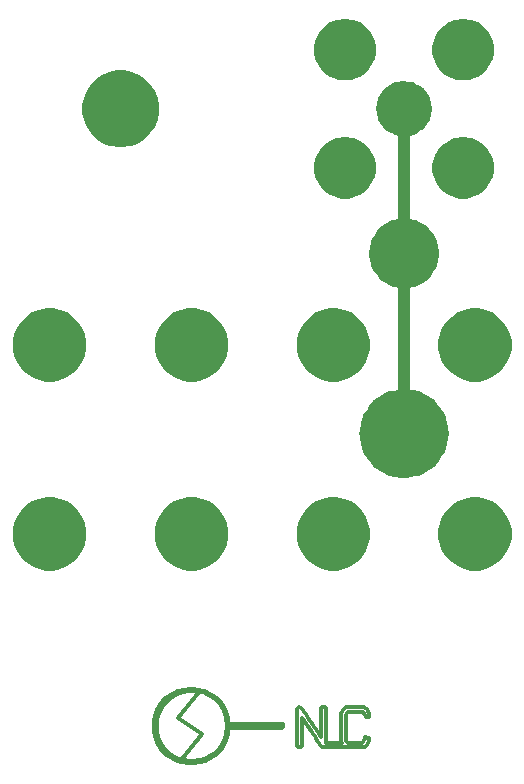
<source format=gbr>
G04 #@! TF.GenerationSoftware,KiCad,Pcbnew,(5.1.5-0)*
G04 #@! TF.CreationDate,2021-01-11T19:08:27-08:00*
G04 #@! TF.ProjectId,feague,66656167-7565-42e6-9b69-6361645f7063,rev?*
G04 #@! TF.SameCoordinates,Original*
G04 #@! TF.FileFunction,Soldermask,Top*
G04 #@! TF.FilePolarity,Negative*
%FSLAX46Y46*%
G04 Gerber Fmt 4.6, Leading zero omitted, Abs format (unit mm)*
G04 Created by KiCad (PCBNEW (5.1.5-0)) date 2021-01-11 19:08:27*
%MOMM*%
%LPD*%
G04 APERTURE LIST*
%ADD10C,1.000000*%
%ADD11C,4.000000*%
%ADD12C,3.000000*%
%ADD13C,2.500000*%
%ADD14C,0.300000*%
%ADD15C,0.000800*%
%ADD16C,0.100000*%
G04 APERTURE END LIST*
D10*
X136750000Y-98750000D02*
X136750000Y-126250000D01*
D11*
X138550000Y-126250000D02*
G75*
G03X138550000Y-126250000I-1800000J0D01*
G01*
D12*
X138250000Y-111000000D02*
G75*
G03X138250000Y-111000000I-1500000J0D01*
G01*
D13*
X137850000Y-98750000D02*
G75*
G03X137850000Y-98750000I-1100000J0D01*
G01*
D14*
X119650000Y-151725000D02*
X117975000Y-153800000D01*
X117600000Y-150300000D02*
X119650000Y-151725000D01*
X119375000Y-148100000D02*
X117600000Y-150300000D01*
X121750000Y-151000000D02*
G75*
G03X121750000Y-151000000I-3000000J0D01*
G01*
X121891228Y-151025000D02*
G75*
G03X121891228Y-151025000I-3166228J0D01*
G01*
D15*
X118649872Y-151083982D02*
X118646064Y-151081424D01*
X118646064Y-151081424D02*
X118638471Y-151076323D01*
X118638471Y-151076323D02*
X118627128Y-151068701D01*
X118627128Y-151068701D02*
X118612096Y-151058596D01*
X118612096Y-151058596D02*
X118597166Y-151048555D01*
X118597166Y-151048555D02*
X118586038Y-151041068D01*
X118586038Y-151041068D02*
X118578649Y-151036094D01*
X118578649Y-151036094D02*
X118571286Y-151031138D01*
X118571286Y-151031138D02*
X118563948Y-151026198D01*
X118563948Y-151026198D02*
X118556636Y-151021273D01*
X118556636Y-151021273D02*
X118549350Y-151016365D01*
X118549350Y-151016365D02*
X118538466Y-151009032D01*
X118538466Y-151009032D02*
X118527645Y-151001739D01*
X118527645Y-151001739D02*
X118520462Y-150996894D01*
X118520462Y-150996894D02*
X118513304Y-150992066D01*
X118513304Y-150992066D02*
X118506171Y-150987256D01*
X118506171Y-150987256D02*
X118495520Y-150980068D01*
X118495520Y-150980068D02*
X118484931Y-150972920D01*
X118484931Y-150972920D02*
X118477904Y-150968175D01*
X118477904Y-150968175D02*
X118470901Y-150963446D01*
X118470901Y-150963446D02*
X118463924Y-150958733D01*
X118463924Y-150958733D02*
X118453506Y-150951693D01*
X118453506Y-150951693D02*
X118443151Y-150944693D01*
X118443151Y-150944693D02*
X118436280Y-150940046D01*
X118436280Y-150940046D02*
X118426019Y-150933105D01*
X118426019Y-150933105D02*
X118412431Y-150923908D01*
X118412431Y-150923908D02*
X118402311Y-150917056D01*
X118402311Y-150917056D02*
X118395597Y-150912508D01*
X118395597Y-150912508D02*
X118388908Y-150907977D01*
X118388908Y-150907977D02*
X118382246Y-150903462D01*
X118382246Y-150903462D02*
X118375610Y-150898963D01*
X118375610Y-150898963D02*
X118369001Y-150894483D01*
X118369001Y-150894483D02*
X118359133Y-150887790D01*
X118359133Y-150887790D02*
X118349331Y-150881138D01*
X118349331Y-150881138D02*
X118342828Y-150876724D01*
X118342828Y-150876724D02*
X118333120Y-150870131D01*
X118333120Y-150870131D02*
X118323477Y-150863581D01*
X118323477Y-150863581D02*
X118317081Y-150859234D01*
X118317081Y-150859234D02*
X118310711Y-150854903D01*
X118310711Y-150854903D02*
X118304367Y-150850589D01*
X118304367Y-150850589D02*
X118298049Y-150846293D01*
X118298049Y-150846293D02*
X118291760Y-150842013D01*
X118291760Y-150842013D02*
X118285497Y-150837750D01*
X118285497Y-150837750D02*
X118279260Y-150833504D01*
X118279260Y-150833504D02*
X118273050Y-150829275D01*
X118273050Y-150829275D02*
X118266869Y-150825064D01*
X118266869Y-150825064D02*
X118260714Y-150820869D01*
X118260714Y-150820869D02*
X118254585Y-150816691D01*
X118254585Y-150816691D02*
X118248483Y-150812531D01*
X118248483Y-150812531D02*
X118242408Y-150808388D01*
X118242408Y-150808388D02*
X118236361Y-150804261D01*
X118236361Y-150804261D02*
X118231843Y-150801178D01*
X118231843Y-150801178D02*
X118228840Y-150799129D01*
X118228840Y-150799129D02*
X118224347Y-150796061D01*
X118224347Y-150796061D02*
X118218382Y-150791986D01*
X118218382Y-150791986D02*
X118212443Y-150787929D01*
X118212443Y-150787929D02*
X118206530Y-150783887D01*
X118206530Y-150783887D02*
X118200645Y-150779863D01*
X118200645Y-150779863D02*
X118194788Y-150775857D01*
X118194788Y-150775857D02*
X118188957Y-150771868D01*
X118188957Y-150771868D02*
X118183154Y-150767897D01*
X118183154Y-150767897D02*
X118177378Y-150763943D01*
X118177378Y-150763943D02*
X118171630Y-150760006D01*
X118171630Y-150760006D02*
X118165909Y-150756087D01*
X118165909Y-150756087D02*
X118160215Y-150752185D01*
X118160215Y-150752185D02*
X118154549Y-150748300D01*
X118154549Y-150748300D02*
X118148911Y-150744434D01*
X118148911Y-150744434D02*
X118143300Y-150740583D01*
X118143300Y-150740583D02*
X118137717Y-150736751D01*
X118137717Y-150736751D02*
X118129391Y-150731034D01*
X118129391Y-150731034D02*
X118121133Y-150725361D01*
X118121133Y-150725361D02*
X118115660Y-150721597D01*
X118115660Y-150721597D02*
X118110214Y-150717853D01*
X118110214Y-150717853D02*
X118104797Y-150714126D01*
X118104797Y-150714126D02*
X118099408Y-150710417D01*
X118099408Y-150710417D02*
X118094046Y-150706725D01*
X118094046Y-150706725D02*
X118088712Y-150703051D01*
X118088712Y-150703051D02*
X118083406Y-150699395D01*
X118083406Y-150699395D02*
X118078128Y-150695758D01*
X118078128Y-150695758D02*
X118072877Y-150692136D01*
X118072877Y-150692136D02*
X118067655Y-150688533D01*
X118067655Y-150688533D02*
X118062461Y-150684948D01*
X118062461Y-150684948D02*
X118058585Y-150682271D01*
X118058585Y-150682271D02*
X118056008Y-150680492D01*
X118056008Y-150680492D02*
X118052156Y-150677831D01*
X118052156Y-150677831D02*
X118047046Y-150674300D01*
X118047046Y-150674300D02*
X118041965Y-150670787D01*
X118041965Y-150670787D02*
X118036911Y-150667290D01*
X118036911Y-150667290D02*
X118031885Y-150663812D01*
X118031885Y-150663812D02*
X118026887Y-150660351D01*
X118026887Y-150660351D02*
X118021918Y-150656909D01*
X118021918Y-150656909D02*
X118016977Y-150653484D01*
X118016977Y-150653484D02*
X118012063Y-150650078D01*
X118012063Y-150650078D02*
X118007179Y-150646690D01*
X118007179Y-150646690D02*
X118002323Y-150643321D01*
X118002323Y-150643321D02*
X117997495Y-150639968D01*
X117997495Y-150639968D02*
X117992695Y-150636634D01*
X117992695Y-150636634D02*
X117987925Y-150633318D01*
X117987925Y-150633318D02*
X117983183Y-150630021D01*
X117983183Y-150630021D02*
X117978468Y-150626741D01*
X117978468Y-150626741D02*
X117973782Y-150623480D01*
X117973782Y-150623480D02*
X117969126Y-150620237D01*
X117969126Y-150620237D02*
X117964498Y-150617012D01*
X117964498Y-150617012D02*
X117959898Y-150613805D01*
X117959898Y-150613805D02*
X117955327Y-150610616D01*
X117955327Y-150610616D02*
X117950785Y-150607445D01*
X117950785Y-150607445D02*
X117946271Y-150604292D01*
X117946271Y-150604292D02*
X117941786Y-150601158D01*
X117941786Y-150601158D02*
X117937330Y-150598042D01*
X117937330Y-150598042D02*
X117932902Y-150594946D01*
X117932902Y-150594946D02*
X117928504Y-150591868D01*
X117928504Y-150591868D02*
X117924135Y-150588807D01*
X117924135Y-150588807D02*
X117919794Y-150585765D01*
X117919794Y-150585765D02*
X117915482Y-150582741D01*
X117915482Y-150582741D02*
X117911200Y-150579736D01*
X117911200Y-150579736D02*
X117906946Y-150576749D01*
X117906946Y-150576749D02*
X117902720Y-150573782D01*
X117902720Y-150573782D02*
X117898525Y-150570833D01*
X117898525Y-150570833D02*
X117894359Y-150567902D01*
X117894359Y-150567902D02*
X117890220Y-150564990D01*
X117890220Y-150564990D02*
X117886111Y-150562095D01*
X117886111Y-150562095D02*
X117882031Y-150559219D01*
X117882031Y-150559219D02*
X117877980Y-150556362D01*
X117877980Y-150556362D02*
X117873959Y-150553524D01*
X117873959Y-150553524D02*
X117869967Y-150550704D01*
X117869967Y-150550704D02*
X117866005Y-150547904D01*
X117866005Y-150547904D02*
X117862072Y-150545123D01*
X117862072Y-150545123D02*
X117858167Y-150542359D01*
X117858167Y-150542359D02*
X117854292Y-150539614D01*
X117854292Y-150539614D02*
X117850446Y-150536887D01*
X117850446Y-150536887D02*
X117846631Y-150534181D01*
X117846631Y-150534181D02*
X117842845Y-150531493D01*
X117842845Y-150531493D02*
X117839087Y-150528823D01*
X117839087Y-150528823D02*
X117835361Y-150526173D01*
X117835361Y-150526173D02*
X117831663Y-150523542D01*
X117831663Y-150523542D02*
X117827996Y-150520930D01*
X117827996Y-150520930D02*
X117824357Y-150518335D01*
X117824357Y-150518335D02*
X117820748Y-150515760D01*
X117820748Y-150515760D02*
X117817169Y-150513204D01*
X117817169Y-150513204D02*
X117813618Y-150510667D01*
X117813618Y-150510667D02*
X117810098Y-150508150D01*
X117810098Y-150508150D02*
X117806609Y-150505651D01*
X117806609Y-150505651D02*
X117803149Y-150503171D01*
X117803149Y-150503171D02*
X117799718Y-150500710D01*
X117799718Y-150500710D02*
X117796317Y-150498268D01*
X117796317Y-150498268D02*
X117792945Y-150495846D01*
X117792945Y-150495846D02*
X117789605Y-150493443D01*
X117789605Y-150493443D02*
X117786294Y-150491059D01*
X117786294Y-150491059D02*
X117783014Y-150488694D01*
X117783014Y-150488694D02*
X117779763Y-150486348D01*
X117779763Y-150486348D02*
X117776543Y-150484023D01*
X117776543Y-150484023D02*
X117773352Y-150481715D01*
X117773352Y-150481715D02*
X117770191Y-150479426D01*
X117770191Y-150479426D02*
X117767841Y-150477723D01*
X117767841Y-150477723D02*
X117766283Y-150476593D01*
X117766283Y-150476593D02*
X117763960Y-150474908D01*
X117763960Y-150474908D02*
X117760889Y-150472678D01*
X117760889Y-150472678D02*
X117757849Y-150470467D01*
X117757849Y-150470467D02*
X117755590Y-150468822D01*
X117755590Y-150468822D02*
X117754093Y-150467732D01*
X117754093Y-150467732D02*
X117751861Y-150466104D01*
X117751861Y-150466104D02*
X117748911Y-150463951D01*
X117748911Y-150463951D02*
X117745992Y-150461818D01*
X117745992Y-150461818D02*
X117743103Y-150459704D01*
X117743103Y-150459704D02*
X117740244Y-150457610D01*
X117740244Y-150457610D02*
X117737417Y-150455536D01*
X117737417Y-150455536D02*
X117734619Y-150453481D01*
X117734619Y-150453481D02*
X117731853Y-150451445D01*
X117731853Y-150451445D02*
X117729117Y-150449429D01*
X117729117Y-150449429D02*
X117726412Y-150447433D01*
X117726412Y-150447433D02*
X117723736Y-150445456D01*
X117723736Y-150445456D02*
X117721091Y-150443498D01*
X117721091Y-150443498D02*
X117718478Y-150441560D01*
X117718478Y-150441560D02*
X117715895Y-150439642D01*
X117715895Y-150439642D02*
X117713342Y-150437743D01*
X117713342Y-150437743D02*
X117711447Y-150436333D01*
X117711447Y-150436333D02*
X117710195Y-150435399D01*
X117710195Y-150435399D02*
X117708950Y-150434469D01*
X117708950Y-150434469D02*
X117707712Y-150433545D01*
X117707712Y-150433545D02*
X117706482Y-150432626D01*
X117706482Y-150432626D02*
X117705260Y-150431711D01*
X117705260Y-150431711D02*
X117704045Y-150430801D01*
X117704045Y-150430801D02*
X117702837Y-150429897D01*
X117702837Y-150429897D02*
X117701339Y-150428772D01*
X117701339Y-150428772D02*
X117700744Y-150428324D01*
X117700744Y-150428324D02*
X117700150Y-150427878D01*
X117700150Y-150427878D02*
X117698674Y-150426768D01*
X117698674Y-150426768D02*
X117696337Y-150425008D01*
X117696337Y-150425008D02*
X117694892Y-150423919D01*
X117694892Y-150423919D02*
X117694317Y-150423484D01*
X117694317Y-150423484D02*
X117693459Y-150422836D01*
X117693459Y-150422836D02*
X117692322Y-150421977D01*
X117692322Y-150421977D02*
X117691192Y-150421122D01*
X117691192Y-150421122D02*
X117690350Y-150420484D01*
X117690350Y-150420484D02*
X117689791Y-150420060D01*
X117689791Y-150420060D02*
X117689234Y-150419638D01*
X117689234Y-150419638D02*
X117688680Y-150419218D01*
X117688680Y-150419218D02*
X117687299Y-150418168D01*
X117687299Y-150418168D02*
X117685660Y-150416921D01*
X117685660Y-150416921D02*
X117684577Y-150416096D01*
X117684577Y-150416096D02*
X117682966Y-150414867D01*
X117682966Y-150414867D02*
X117680846Y-150413246D01*
X117680846Y-150413246D02*
X117679538Y-150412244D01*
X117679538Y-150412244D02*
X117678241Y-150411249D01*
X117678241Y-150411249D02*
X117677212Y-150410458D01*
X117677212Y-150410458D02*
X117676445Y-150409869D01*
X117676445Y-150409869D02*
X117675936Y-150409479D01*
X117675936Y-150409479D02*
X117675430Y-150409089D01*
X117675430Y-150409089D02*
X117674926Y-150408699D01*
X117674926Y-150408699D02*
X117674423Y-150408311D01*
X117674423Y-150408311D02*
X117673923Y-150407925D01*
X117673923Y-150407925D02*
X117673175Y-150407348D01*
X117673175Y-150407348D02*
X117672432Y-150406774D01*
X117672432Y-150406774D02*
X117671940Y-150406393D01*
X117671940Y-150406393D02*
X117671204Y-150405823D01*
X117671204Y-150405823D02*
X117670472Y-150405256D01*
X117670472Y-150405256D02*
X117668782Y-150403944D01*
X117668782Y-150403944D02*
X117667591Y-150403017D01*
X117667591Y-150403017D02*
X117667117Y-150402648D01*
X117667117Y-150402648D02*
X117666411Y-150402097D01*
X117666411Y-150402097D02*
X117665710Y-150401549D01*
X117665710Y-150401549D02*
X117665244Y-150401185D01*
X117665244Y-150401185D02*
X117664781Y-150400823D01*
X117664781Y-150400823D02*
X117664319Y-150400463D01*
X117664319Y-150400463D02*
X117663173Y-150399564D01*
X117663173Y-150399564D02*
X117661365Y-150398145D01*
X117661365Y-150398145D02*
X117660031Y-150397093D01*
X117660031Y-150397093D02*
X117659371Y-150396571D01*
X117659371Y-150396571D02*
X117658280Y-150395709D01*
X117658280Y-150395709D02*
X117657632Y-150395196D01*
X117657632Y-150395196D02*
X117656561Y-150394347D01*
X117656561Y-150394347D02*
X117655712Y-150393672D01*
X117655712Y-150393672D02*
X117654453Y-150392669D01*
X117654453Y-150392669D02*
X117653214Y-150391679D01*
X117653214Y-150391679D02*
X117652396Y-150391024D01*
X117652396Y-150391024D02*
X117651789Y-150390538D01*
X117651789Y-150390538D02*
X117650986Y-150389892D01*
X117650986Y-150389892D02*
X117650192Y-150389252D01*
X117650192Y-150389252D02*
X117649209Y-150388459D01*
X117649209Y-150388459D02*
X117648432Y-150387830D01*
X117648432Y-150387830D02*
X117647854Y-150387362D01*
X117647854Y-150387362D02*
X117646712Y-150386434D01*
X117646712Y-150386434D02*
X117646148Y-150385975D01*
X117646148Y-150385975D02*
X117645402Y-150385368D01*
X117645402Y-150385368D02*
X117644848Y-150384916D01*
X117644848Y-150384916D02*
X117643935Y-150384167D01*
X117643935Y-150384167D02*
X117643213Y-150383574D01*
X117643213Y-150383574D02*
X117642499Y-150382986D01*
X117642499Y-150382986D02*
X117641793Y-150382403D01*
X117641793Y-150382403D02*
X117640749Y-150381539D01*
X117640749Y-150381539D02*
X117639724Y-150380686D01*
X117639724Y-150380686D02*
X117639050Y-150380124D01*
X117639050Y-150380124D02*
X117638384Y-150379567D01*
X117638384Y-150379567D02*
X117637726Y-150379014D01*
X117637726Y-150379014D02*
X117637237Y-150378604D01*
X117637237Y-150378604D02*
X117636434Y-150377926D01*
X117636434Y-150377926D02*
X117635958Y-150377524D01*
X117635958Y-150377524D02*
X117635174Y-150376859D01*
X117635174Y-150376859D02*
X117634710Y-150376464D01*
X117634710Y-150376464D02*
X117633947Y-150375813D01*
X117633947Y-150375813D02*
X117633495Y-150375427D01*
X117633495Y-150375427D02*
X117632603Y-150374659D01*
X117632603Y-150374659D02*
X117632164Y-150374280D01*
X117632164Y-150374280D02*
X117631729Y-150373904D01*
X117631729Y-150373904D02*
X117631015Y-150373284D01*
X117631015Y-150373284D02*
X117630453Y-150372794D01*
X117630453Y-150372794D02*
X117629898Y-150372309D01*
X117629898Y-150372309D02*
X117629218Y-150371711D01*
X117629218Y-150371711D02*
X117628285Y-150370885D01*
X117628285Y-150370885D02*
X117627763Y-150370421D01*
X117627763Y-150370421D02*
X117627249Y-150369962D01*
X117627249Y-150369962D02*
X117626743Y-150369507D01*
X117626743Y-150369507D02*
X117626122Y-150368948D01*
X117626122Y-150368948D02*
X117625394Y-150368286D01*
X117625394Y-150368286D02*
X117624801Y-150367745D01*
X117624801Y-150367745D02*
X117624220Y-150367210D01*
X117624220Y-150367210D02*
X117623428Y-150366476D01*
X117623428Y-150366476D02*
X117622987Y-150366063D01*
X117622987Y-150366063D02*
X117622553Y-150365657D01*
X117622553Y-150365657D02*
X117622128Y-150365255D01*
X117622128Y-150365255D02*
X117621711Y-150364859D01*
X117621711Y-150364859D02*
X117621302Y-150364468D01*
X117621302Y-150364468D02*
X117620802Y-150363986D01*
X117620802Y-150363986D02*
X117620123Y-150363325D01*
X117620123Y-150363325D02*
X117619469Y-150362680D01*
X117619469Y-150362680D02*
X117618929Y-150362140D01*
X117618929Y-150362140D02*
X117618408Y-150361613D01*
X117618408Y-150361613D02*
X117617986Y-150361180D01*
X117617986Y-150361180D02*
X117617577Y-150360757D01*
X117617577Y-150360757D02*
X117617026Y-150360178D01*
X117617026Y-150360178D02*
X117616500Y-150359616D01*
X117616500Y-150359616D02*
X117615862Y-150358917D01*
X117615862Y-150358917D02*
X117615392Y-150358391D01*
X117615392Y-150358391D02*
X117614826Y-150357739D01*
X117614826Y-150357739D02*
X117614415Y-150357251D01*
X117614415Y-150357251D02*
X117613976Y-150356712D01*
X117613976Y-150356712D02*
X117613568Y-150356194D01*
X117613568Y-150356194D02*
X117613194Y-150355697D01*
X117613194Y-150355697D02*
X117612852Y-150355221D01*
X117612852Y-150355221D02*
X117612473Y-150354656D01*
X117612473Y-150354656D02*
X117612143Y-150354126D01*
X117612143Y-150354126D02*
X117611816Y-150353532D01*
X117611816Y-150353532D02*
X117611662Y-150353210D01*
X119659320Y-151780773D02*
X119659127Y-151780130D01*
X119659127Y-151780130D02*
X119658777Y-151779654D01*
X119658777Y-151779654D02*
X119658301Y-151779109D01*
X119658301Y-151779109D02*
X119657586Y-151778376D01*
X119657586Y-151778376D02*
X119657133Y-151777937D01*
X119657133Y-151777937D02*
X119656688Y-151777519D01*
X119656688Y-151777519D02*
X119656266Y-151777132D01*
X119656266Y-151777132D02*
X119655746Y-151776664D01*
X119655746Y-151776664D02*
X119655257Y-151776232D01*
X119655257Y-151776232D02*
X119654662Y-151775714D01*
X119654662Y-151775714D02*
X119653943Y-151775099D01*
X119653943Y-151775099D02*
X119653262Y-151774524D01*
X119653262Y-151774524D02*
X119652542Y-151773922D01*
X119652542Y-151773922D02*
X119651783Y-151773295D01*
X119651783Y-151773295D02*
X119650983Y-151772641D01*
X119650983Y-151772641D02*
X119650144Y-151771961D01*
X119650144Y-151771961D02*
X119649267Y-151771256D01*
X119649267Y-151771256D02*
X119648815Y-151770894D01*
X119648815Y-151770894D02*
X119648352Y-151770524D01*
X119648352Y-151770524D02*
X119647878Y-151770148D01*
X119647878Y-151770148D02*
X119647395Y-151769765D01*
X119647395Y-151769765D02*
X119646903Y-151769377D01*
X119646903Y-151769377D02*
X119646148Y-151768784D01*
X119646148Y-151768784D02*
X119645368Y-151768173D01*
X119645368Y-151768173D02*
X119644839Y-151767759D01*
X119644839Y-151767759D02*
X119644299Y-151767338D01*
X119644299Y-151767338D02*
X119643748Y-151766910D01*
X119643748Y-151766910D02*
X119643189Y-151766477D01*
X119643189Y-151766477D02*
X119642620Y-151766037D01*
X119642620Y-151766037D02*
X119641750Y-151765368D01*
X119641750Y-151765368D02*
X119640556Y-151764451D01*
X119640556Y-151764451D02*
X119639322Y-151763508D01*
X119639322Y-151763508D02*
X119638050Y-151762540D01*
X119638050Y-151762540D02*
X119636741Y-151761547D01*
X119636741Y-151761547D02*
X119635734Y-151760783D01*
X119635734Y-151760783D02*
X119635051Y-151760269D01*
X119635051Y-151760269D02*
X119634011Y-151759486D01*
X119634011Y-151759486D02*
X119632947Y-151758686D01*
X119632947Y-151758686D02*
X119632227Y-151758146D01*
X119632227Y-151758146D02*
X119631131Y-151757326D01*
X119631131Y-151757326D02*
X119629636Y-151756209D01*
X119629636Y-151756209D02*
X119628489Y-151755354D01*
X119628489Y-151755354D02*
X119627714Y-151754776D01*
X119627714Y-151754776D02*
X119626534Y-151753901D01*
X119626534Y-151753901D02*
X119624928Y-151752710D01*
X119624928Y-151752710D02*
X119623285Y-151751496D01*
X119623285Y-151751496D02*
X119621607Y-151750257D01*
X119621607Y-151750257D02*
X119620322Y-151749311D01*
X119620322Y-151749311D02*
X119619456Y-151748673D01*
X119619456Y-151748673D02*
X119618140Y-151747707D01*
X119618140Y-151747707D02*
X119616353Y-151746397D01*
X119616353Y-151746397D02*
X119614531Y-151745063D01*
X119614531Y-151745063D02*
X119612671Y-151743704D01*
X119612671Y-151743704D02*
X119610776Y-151742321D01*
X119610776Y-151742321D02*
X119609330Y-151741267D01*
X119609330Y-151741267D02*
X119608357Y-151740559D01*
X119608357Y-151740559D02*
X119606880Y-151739486D01*
X119606880Y-151739486D02*
X119604879Y-151738034D01*
X119604879Y-151738034D02*
X119602843Y-151736558D01*
X119602843Y-151736558D02*
X119601292Y-151735434D01*
X119601292Y-151735434D02*
X119600248Y-151734679D01*
X119600248Y-151734679D02*
X119599195Y-151733918D01*
X119599195Y-151733918D02*
X119598133Y-151733150D01*
X119598133Y-151733150D02*
X119596525Y-151731990D01*
X119596525Y-151731990D02*
X119594895Y-151730815D01*
X119594895Y-151730815D02*
X119593798Y-151730026D01*
X119593798Y-151730026D02*
X119592140Y-151728832D01*
X119592140Y-151728832D02*
X119589895Y-151727218D01*
X119589895Y-151727218D02*
X119588187Y-151725991D01*
X119588187Y-151725991D02*
X119587040Y-151725166D01*
X119587040Y-151725166D02*
X119585303Y-151723921D01*
X119585303Y-151723921D02*
X119582957Y-151722240D01*
X119582957Y-151722240D02*
X119580576Y-151720535D01*
X119580576Y-151720535D02*
X119578160Y-151718807D01*
X119578160Y-151718807D02*
X119575712Y-151717058D01*
X119575712Y-151717058D02*
X119573229Y-151715287D01*
X119573229Y-151715287D02*
X119570714Y-151713493D01*
X119570714Y-151713493D02*
X119568164Y-151711677D01*
X119568164Y-151711677D02*
X119565583Y-151709840D01*
X119565583Y-151709840D02*
X119562968Y-151707981D01*
X119562968Y-151707981D02*
X119560321Y-151706100D01*
X119560321Y-151706100D02*
X119557640Y-151704197D01*
X119557640Y-151704197D02*
X119554927Y-151702272D01*
X119554927Y-151702272D02*
X119552182Y-151700327D01*
X119552182Y-151700327D02*
X119549404Y-151698360D01*
X119549404Y-151698360D02*
X119546594Y-151696371D01*
X119546594Y-151696371D02*
X119543751Y-151694361D01*
X119543751Y-151694361D02*
X119540877Y-151692332D01*
X119540877Y-151692332D02*
X119537971Y-151690281D01*
X119537971Y-151690281D02*
X119535033Y-151688208D01*
X119535033Y-151688208D02*
X119532063Y-151686114D01*
X119532063Y-151686114D02*
X119529062Y-151683999D01*
X119529062Y-151683999D02*
X119526029Y-151681863D01*
X119526029Y-151681863D02*
X119522965Y-151679707D01*
X119522965Y-151679707D02*
X119519870Y-151677530D01*
X119519870Y-151677530D02*
X119516745Y-151675334D01*
X119516745Y-151675334D02*
X119512002Y-151672004D01*
X119512002Y-151672004D02*
X119507182Y-151668621D01*
X119507182Y-151668621D02*
X119503934Y-151666344D01*
X119503934Y-151666344D02*
X119500655Y-151664046D01*
X119500655Y-151664046D02*
X119497346Y-151661728D01*
X119497346Y-151661728D02*
X119494007Y-151659391D01*
X119494007Y-151659391D02*
X119490638Y-151657035D01*
X119490638Y-151657035D02*
X119487238Y-151654658D01*
X119487238Y-151654658D02*
X119483809Y-151652261D01*
X119483809Y-151652261D02*
X119480350Y-151649844D01*
X119480350Y-151649844D02*
X119476861Y-151647409D01*
X119476861Y-151647409D02*
X119473344Y-151644954D01*
X119473344Y-151644954D02*
X119469797Y-151642480D01*
X119469797Y-151642480D02*
X119466221Y-151639987D01*
X119466221Y-151639987D02*
X119462617Y-151637475D01*
X119462617Y-151637475D02*
X119458983Y-151634944D01*
X119458983Y-151634944D02*
X119455320Y-151632393D01*
X119455320Y-151632393D02*
X119451629Y-151629825D01*
X119451629Y-151629825D02*
X119447910Y-151627237D01*
X119447910Y-151627237D02*
X119442281Y-151623325D01*
X119442281Y-151623325D02*
X119434674Y-151618040D01*
X119434674Y-151618040D02*
X119428891Y-151614024D01*
X119428891Y-151614024D02*
X119425002Y-151611326D01*
X119425002Y-151611326D02*
X119421087Y-151608610D01*
X119421087Y-151608610D02*
X119417144Y-151605877D01*
X119417144Y-151605877D02*
X119414168Y-151603814D01*
X119414168Y-151603814D02*
X119412175Y-151602432D01*
X119412175Y-151602432D02*
X119409176Y-151600355D01*
X119409176Y-151600355D02*
X119405153Y-151597568D01*
X119405153Y-151597568D02*
X119402116Y-151595465D01*
X119402116Y-151595465D02*
X119400084Y-151594058D01*
X119400084Y-151594058D02*
X119397024Y-151591941D01*
X119397024Y-151591941D02*
X119393946Y-151589811D01*
X119393946Y-151589811D02*
X119391887Y-151588386D01*
X119391887Y-151588386D02*
X119386716Y-151584810D01*
X119386716Y-151584810D02*
X119380446Y-151580476D01*
X119380446Y-151580476D02*
X119377289Y-151578295D01*
X119377289Y-151578295D02*
X119375178Y-151576835D01*
X119375178Y-151576835D02*
X119369875Y-151573174D01*
X119369875Y-151573174D02*
X119363450Y-151568739D01*
X119363450Y-151568739D02*
X119359135Y-151565761D01*
X119359135Y-151565761D02*
X119352620Y-151561267D01*
X119352620Y-151561267D02*
X119343839Y-151555213D01*
X119343839Y-151555213D02*
X119334958Y-151549095D01*
X119334958Y-151549095D02*
X119328229Y-151544461D01*
X119328229Y-151544461D02*
X119323713Y-151541352D01*
X119323713Y-151541352D02*
X119319174Y-151538228D01*
X119319174Y-151538228D02*
X119314610Y-151535088D01*
X119314610Y-151535088D02*
X119307722Y-151530351D01*
X119307722Y-151530351D02*
X119298449Y-151523977D01*
X119298449Y-151523977D02*
X119291429Y-151519154D01*
X119291429Y-151519154D02*
X119286720Y-151515920D01*
X119286720Y-151515920D02*
X119281989Y-151512671D01*
X119281989Y-151512671D02*
X119277234Y-151509407D01*
X119277234Y-151509407D02*
X119272456Y-151506128D01*
X119272456Y-151506128D02*
X119267655Y-151502834D01*
X119267655Y-151502834D02*
X119262831Y-151499525D01*
X119262831Y-151499525D02*
X119259196Y-151497032D01*
X119259196Y-151497032D02*
X119256768Y-151495367D01*
X119256768Y-151495367D02*
X119250674Y-151491190D01*
X119250674Y-151491190D02*
X119243307Y-151486140D01*
X119243307Y-151486140D02*
X119238369Y-151482758D01*
X119238369Y-151482758D02*
X119230924Y-151477660D01*
X119230924Y-151477660D02*
X119220917Y-151470809D01*
X119220917Y-151470809D02*
X119210821Y-151463902D01*
X119210821Y-151463902D02*
X119200639Y-151456938D01*
X119200639Y-151456938D02*
X119190371Y-151449919D01*
X119190371Y-151449919D02*
X119180021Y-151442846D01*
X119180021Y-151442846D02*
X119172199Y-151437504D01*
X119172199Y-151437504D02*
X119166961Y-151433927D01*
X119166961Y-151433927D02*
X119161702Y-151430337D01*
X119161702Y-151430337D02*
X119156423Y-151426735D01*
X119156423Y-151426735D02*
X119151124Y-151423119D01*
X119151124Y-151423119D02*
X119145805Y-151419490D01*
X119145805Y-151419490D02*
X119140465Y-151415849D01*
X119140465Y-151415849D02*
X119135107Y-151412195D01*
X119135107Y-151412195D02*
X119127034Y-151406691D01*
X119127034Y-151406691D02*
X119116197Y-151399306D01*
X119116197Y-151399306D02*
X119105283Y-151391872D01*
X119105283Y-151391872D02*
X119094294Y-151384389D01*
X119094294Y-151384389D02*
X119086000Y-151378743D01*
X119086000Y-151378743D02*
X119080448Y-151374965D01*
X119080448Y-151374965D02*
X119074879Y-151371176D01*
X119074879Y-151371176D02*
X119069291Y-151367375D01*
X119069291Y-151367375D02*
X119060878Y-151361654D01*
X119060878Y-151361654D02*
X119052419Y-151355904D01*
X119052419Y-151355904D02*
X119046759Y-151352058D01*
X119046759Y-151352058D02*
X119038238Y-151346267D01*
X119038238Y-151346267D02*
X119026812Y-151338505D01*
X119026812Y-151338505D02*
X119018194Y-151332653D01*
X119018194Y-151332653D02*
X119012429Y-151328740D01*
X119012429Y-151328740D02*
X119003753Y-151322851D01*
X119003753Y-151322851D02*
X118995035Y-151316935D01*
X118995035Y-151316935D02*
X118989203Y-151312979D01*
X118989203Y-151312979D02*
X118980427Y-151307027D01*
X118980427Y-151307027D02*
X118971609Y-151301049D01*
X118971609Y-151301049D02*
X118965713Y-151297052D01*
X118965713Y-151297052D02*
X118959800Y-151293045D01*
X118959800Y-151293045D02*
X118953871Y-151289029D01*
X118953871Y-151289029D02*
X118947927Y-151285002D01*
X118947927Y-151285002D02*
X118941966Y-151280964D01*
X118941966Y-151280964D02*
X118935990Y-151276917D01*
X118935990Y-151276917D02*
X118929999Y-151272861D01*
X118929999Y-151272861D02*
X118923993Y-151268795D01*
X118923993Y-151268795D02*
X118917972Y-151264720D01*
X118917972Y-151264720D02*
X118908915Y-151258592D01*
X118908915Y-151258592D02*
X118896784Y-151250386D01*
X118896784Y-151250386D02*
X118884595Y-151242143D01*
X118884595Y-151242143D02*
X118872349Y-151233866D01*
X118872349Y-151233866D02*
X118864664Y-151228673D01*
X118864664Y-151228673D02*
X118861584Y-151226592D01*
X118861584Y-151226592D02*
X118856961Y-151223469D01*
X118856961Y-151223469D02*
X118847689Y-151217207D01*
X118847689Y-151217207D02*
X118838383Y-151210922D01*
X118838383Y-151210922D02*
X118832164Y-151206724D01*
X118832164Y-151206724D02*
X118825932Y-151202517D01*
X118825932Y-151202517D02*
X118821248Y-151199355D01*
X118821248Y-151199355D02*
X118814995Y-151195135D01*
X118814995Y-151195135D02*
X118811862Y-151193022D01*
X118811862Y-151193022D02*
X118807159Y-151189849D01*
X118807159Y-151189849D02*
X118800875Y-151185611D01*
X118800875Y-151185611D02*
X118794579Y-151181365D01*
X118794579Y-151181365D02*
X118788270Y-151177111D01*
X118788270Y-151177111D02*
X118783531Y-151173915D01*
X118783531Y-151173915D02*
X118780367Y-151171784D01*
X118780367Y-151171784D02*
X118775617Y-151168582D01*
X118775617Y-151168582D02*
X118769272Y-151164306D01*
X118769272Y-151164306D02*
X118759734Y-151157881D01*
X118759734Y-151157881D02*
X118746973Y-151149286D01*
X118746973Y-151149286D02*
X118734166Y-151140662D01*
X118734166Y-151140662D02*
X118721314Y-151132012D01*
X118721314Y-151132012D02*
X118711644Y-151125505D01*
X118711644Y-151125505D02*
X118705186Y-151121161D01*
X118705186Y-151121161D02*
X118695480Y-151114633D01*
X118695480Y-151114633D02*
X118682499Y-151105904D01*
X118682499Y-151105904D02*
X118672736Y-151099342D01*
X118672736Y-151099342D02*
X118666215Y-151094960D01*
X118666215Y-151094960D02*
X118659685Y-151090573D01*
X118659685Y-151090573D02*
X118653145Y-151086180D01*
X118653145Y-151086180D02*
X118649872Y-151083982D01*
X118841496Y-152779998D02*
X118851940Y-152767311D01*
X118851940Y-152767311D02*
X118867540Y-152748360D01*
X118867540Y-152748360D02*
X118877906Y-152735768D01*
X118877906Y-152735768D02*
X118893399Y-152716945D01*
X118893399Y-152716945D02*
X118913936Y-152691991D01*
X118913936Y-152691991D02*
X118934335Y-152667201D01*
X118934335Y-152667201D02*
X118947006Y-152651799D01*
X118947006Y-152651799D02*
X118952059Y-152645655D01*
X118952059Y-152645655D02*
X118959626Y-152636459D01*
X118959626Y-152636459D02*
X118974696Y-152618140D01*
X118974696Y-152618140D02*
X118989668Y-152599937D01*
X118989668Y-152599937D02*
X118999601Y-152587859D01*
X118999601Y-152587859D02*
X119009494Y-152575830D01*
X119009494Y-152575830D02*
X119019344Y-152563849D01*
X119019344Y-152563849D02*
X119034044Y-152545970D01*
X119034044Y-152545970D02*
X119053482Y-152522325D01*
X119053482Y-152522325D02*
X119067935Y-152504741D01*
X119067935Y-152504741D02*
X119077517Y-152493085D01*
X119077517Y-152493085D02*
X119087049Y-152481485D01*
X119087049Y-152481485D02*
X119096533Y-152469943D01*
X119096533Y-152469943D02*
X119105968Y-152458462D01*
X119105968Y-152458462D02*
X119113009Y-152449891D01*
X119113009Y-152449891D02*
X119117689Y-152444196D01*
X119117689Y-152444196D02*
X119129340Y-152430014D01*
X119129340Y-152430014D02*
X119147798Y-152407544D01*
X119147798Y-152407544D02*
X119166040Y-152385334D01*
X119166040Y-152385334D02*
X119184058Y-152363389D01*
X119184058Y-152363389D02*
X119197415Y-152347119D01*
X119197415Y-152347119D02*
X119206251Y-152336354D01*
X119206251Y-152336354D02*
X119212838Y-152328330D01*
X119212838Y-152328330D02*
X119217211Y-152323001D01*
X119217211Y-152323001D02*
X119223746Y-152315041D01*
X119223746Y-152315041D02*
X119232402Y-152304493D01*
X119232402Y-152304493D02*
X119240997Y-152294018D01*
X119240997Y-152294018D02*
X119253779Y-152278440D01*
X119253779Y-152278440D02*
X119266401Y-152263055D01*
X119266401Y-152263055D02*
X119274740Y-152252888D01*
X119274740Y-152252888D02*
X119287135Y-152237778D01*
X119287135Y-152237778D02*
X119303414Y-152217926D01*
X119303414Y-152217926D02*
X119315433Y-152203264D01*
X119315433Y-152203264D02*
X119323365Y-152193588D01*
X119323365Y-152193588D02*
X119335140Y-152179223D01*
X119335140Y-152179223D02*
X119350575Y-152160389D01*
X119350575Y-152160389D02*
X119365715Y-152141911D01*
X119365715Y-152141911D02*
X119380554Y-152123794D01*
X119380554Y-152123794D02*
X119389660Y-152112674D01*
X119389660Y-152112674D02*
X119393273Y-152108260D01*
X119393273Y-152108260D02*
X119398659Y-152101683D01*
X119398659Y-152101683D02*
X119409303Y-152088684D01*
X119409303Y-152088684D02*
X119419747Y-152075926D01*
X119419747Y-152075926D02*
X119426613Y-152067533D01*
X119426613Y-152067533D02*
X119436769Y-152055120D01*
X119436769Y-152055120D02*
X119446716Y-152042960D01*
X119446716Y-152042960D02*
X119453249Y-152034971D01*
X119453249Y-152034971D02*
X119459696Y-152027086D01*
X119459696Y-152027086D02*
X119466059Y-152019306D01*
X119466059Y-152019306D02*
X119475448Y-152007819D01*
X119475448Y-152007819D02*
X119484616Y-151996599D01*
X119484616Y-151996599D02*
X119490624Y-151989245D01*
X119490624Y-151989245D02*
X119499478Y-151978407D01*
X119499478Y-151978407D02*
X119510946Y-151964361D01*
X119510946Y-151964361D02*
X119522041Y-151950767D01*
X119522041Y-151950767D02*
X119528768Y-151942520D01*
X119528768Y-151942520D02*
X119531422Y-151939265D01*
X119531422Y-151939265D02*
X119535363Y-151934434D01*
X119535363Y-151934434D02*
X119540527Y-151928100D01*
X119540527Y-151928100D02*
X119545594Y-151921884D01*
X119545594Y-151921884D02*
X119550562Y-151915788D01*
X119550562Y-151915788D02*
X119555431Y-151909812D01*
X119555431Y-151909812D02*
X119560200Y-151903957D01*
X119560200Y-151903957D02*
X119564867Y-151898224D01*
X119564867Y-151898224D02*
X119568298Y-151894009D01*
X119568298Y-151894009D02*
X119570555Y-151891234D01*
X119570555Y-151891234D02*
X119573896Y-151887129D01*
X119573896Y-151887129D02*
X119578256Y-151881770D01*
X119578256Y-151881770D02*
X119582511Y-151876536D01*
X119582511Y-151876536D02*
X119586662Y-151871430D01*
X119586662Y-151871430D02*
X119590706Y-151866452D01*
X119590706Y-151866452D02*
X119594644Y-151861603D01*
X119594644Y-151861603D02*
X119598472Y-151856884D01*
X119598472Y-151856884D02*
X119602194Y-151852297D01*
X119602194Y-151852297D02*
X119605806Y-151847842D01*
X119605806Y-151847842D02*
X119609308Y-151843521D01*
X119609308Y-151843521D02*
X119611857Y-151840371D01*
X119611857Y-151840371D02*
X119613525Y-151838311D01*
X119613525Y-151838311D02*
X119615978Y-151835281D01*
X119615978Y-151835281D02*
X119619145Y-151831366D01*
X119619145Y-151831366D02*
X119622198Y-151827587D01*
X119622198Y-151827587D02*
X119625137Y-151823948D01*
X119625137Y-151823948D02*
X119627962Y-151820447D01*
X119627962Y-151820447D02*
X119630671Y-151817086D01*
X119630671Y-151817086D02*
X119633263Y-151813867D01*
X119633263Y-151813867D02*
X119635737Y-151810790D01*
X119635737Y-151810790D02*
X119638094Y-151807856D01*
X119638094Y-151807856D02*
X119639780Y-151805754D01*
X119639780Y-151805754D02*
X119640869Y-151804397D01*
X119640869Y-151804397D02*
X119642448Y-151802423D01*
X119642448Y-151802423D02*
X119643953Y-151800540D01*
X119643953Y-151800540D02*
X119644921Y-151799328D01*
X119644921Y-151799328D02*
X119646320Y-151797573D01*
X119646320Y-151797573D02*
X119647641Y-151795912D01*
X119647641Y-151795912D02*
X119648487Y-151794850D01*
X119648487Y-151794850D02*
X119649702Y-151793319D01*
X119649702Y-151793319D02*
X119650652Y-151792117D01*
X119650652Y-151792117D02*
X119651020Y-151791651D01*
X119651020Y-151791651D02*
X119651380Y-151791194D01*
X119651380Y-151791194D02*
X119651734Y-151790747D01*
X119651734Y-151790747D02*
X119652250Y-151790093D01*
X119652250Y-151790093D02*
X119652908Y-151789255D01*
X119652908Y-151789255D02*
X119653536Y-151788456D01*
X119653536Y-151788456D02*
X119654133Y-151787695D01*
X119654133Y-151787695D02*
X119654559Y-151787150D01*
X119654559Y-151787150D02*
X119655230Y-151786287D01*
X119655230Y-151786287D02*
X119655607Y-151785800D01*
X119655607Y-151785800D02*
X119656199Y-151785034D01*
X119656199Y-151785034D02*
X119656636Y-151784465D01*
X119656636Y-151784465D02*
X119657040Y-151783936D01*
X119657040Y-151783936D02*
X119657412Y-151783447D01*
X119657412Y-151783447D02*
X119657985Y-151782686D01*
X119657985Y-151782686D02*
X119658397Y-151782128D01*
X119658397Y-151782128D02*
X119658735Y-151781659D01*
X119658735Y-151781659D02*
X119659072Y-151781175D01*
X119659072Y-151781175D02*
X119659320Y-151780773D01*
D14*
X126450660Y-151185001D02*
X124195021Y-151185001D01*
D15*
X116568867Y-153266906D02*
X116568154Y-153266217D01*
X116568154Y-153266217D02*
X116566729Y-153264839D01*
X116566729Y-153264839D02*
X116564596Y-153262774D01*
X116564596Y-153262774D02*
X116562286Y-153260534D01*
X116562286Y-153260534D02*
X116559627Y-153257952D01*
X116559627Y-153257952D02*
X116558211Y-153256575D01*
X116558211Y-153256575D02*
X116555381Y-153253818D01*
X116555381Y-153253818D02*
X116551146Y-153249682D01*
X116551146Y-153249682D02*
X116549559Y-153248129D01*
X116549559Y-153248129D02*
X116547625Y-153246234D01*
X116547625Y-153246234D02*
X116545515Y-153244166D01*
X116545515Y-153244166D02*
X116539202Y-153237953D01*
X116539202Y-153237953D02*
X116537103Y-153235882D01*
X116537103Y-153235882D02*
X116535705Y-153234501D01*
X116535705Y-153234501D02*
X116534309Y-153233119D01*
X116534309Y-153233119D02*
X116532913Y-153231737D01*
X116532913Y-153231737D02*
X116530823Y-153229664D01*
X116530823Y-153229664D02*
X116528039Y-153226900D01*
X116528039Y-153226900D02*
X116524567Y-153223444D01*
X116524567Y-153223444D02*
X116522486Y-153221368D01*
X116522486Y-153221368D02*
X116516950Y-153215832D01*
X116516950Y-153215832D02*
X116512122Y-153210986D01*
X116512122Y-153210986D02*
X116510745Y-153209600D01*
X116510745Y-153209600D02*
X116509370Y-153208214D01*
X116509370Y-153208214D02*
X116506623Y-153205444D01*
X116506623Y-153205444D02*
X116503195Y-153201978D01*
X116503195Y-153201978D02*
X116501142Y-153199897D01*
X116501142Y-153199897D02*
X116500116Y-153198856D01*
X116500116Y-153198856D02*
X116499432Y-153198162D01*
X116499432Y-153198162D02*
X116498407Y-153197121D01*
X116498407Y-153197121D02*
X116497042Y-153195734D01*
X116497042Y-153195734D02*
X116494315Y-153192958D01*
X116494315Y-153192958D02*
X116492953Y-153191569D01*
X116492953Y-153191569D02*
X116491594Y-153190182D01*
X116491594Y-153190182D02*
X116490235Y-153188793D01*
X116490235Y-153188793D02*
X116488876Y-153187403D01*
X116488876Y-153187403D02*
X116486842Y-153185320D01*
X116486842Y-153185320D02*
X116484133Y-153182540D01*
X116484133Y-153182540D02*
X116482441Y-153180802D01*
X116482441Y-153180802D02*
X116481766Y-153180107D01*
X116481766Y-153180107D02*
X116478729Y-153176979D01*
X116478729Y-153176979D02*
X116475696Y-153173847D01*
X116475696Y-153173847D02*
X116475024Y-153173152D01*
X116475024Y-153173152D02*
X116470656Y-153168627D01*
X116470656Y-153168627D02*
X116467974Y-153165841D01*
X116467974Y-153165841D02*
X116465296Y-153163054D01*
X116465296Y-153163054D02*
X116463291Y-153160963D01*
X116463291Y-153160963D02*
X116460623Y-153158174D01*
X116460623Y-153158174D02*
X116459624Y-153157129D01*
X116459624Y-153157129D02*
X116458958Y-153156432D01*
X116458958Y-153156432D02*
X116457960Y-153155386D01*
X116457960Y-153155386D02*
X116456628Y-153153989D01*
X116456628Y-153153989D02*
X116455298Y-153152594D01*
X116455298Y-153152594D02*
X116453970Y-153151198D01*
X116453970Y-153151198D02*
X116452643Y-153149802D01*
X116452643Y-153149802D02*
X116451317Y-153148405D01*
X116451317Y-153148405D02*
X116448669Y-153145613D01*
X116448669Y-153145613D02*
X116443387Y-153140024D01*
X116443387Y-153140024D02*
X116442399Y-153138976D01*
X116442399Y-153138976D02*
X116441739Y-153138275D01*
X116441739Y-153138275D02*
X116440752Y-153137227D01*
X116440752Y-153137227D02*
X116439437Y-153135829D01*
X116439437Y-153135829D02*
X116438123Y-153134431D01*
X116438123Y-153134431D02*
X116435497Y-153131631D01*
X116435497Y-153131631D02*
X116431568Y-153127431D01*
X116431568Y-153127431D02*
X116430260Y-153126030D01*
X116430260Y-153126030D02*
X116428953Y-153124629D01*
X116428953Y-153124629D02*
X116427648Y-153123228D01*
X116427648Y-153123228D02*
X116423739Y-153119022D01*
X116423739Y-153119022D02*
X116421138Y-153116218D01*
X116421138Y-153116218D02*
X116420163Y-153115165D01*
X116420163Y-153115165D02*
X116419515Y-153114464D01*
X116419515Y-153114464D02*
X116417895Y-153112710D01*
X116417895Y-153112710D02*
X116415952Y-153110605D01*
X116415952Y-153110605D02*
X116410782Y-153104986D01*
X116410782Y-153104986D02*
X116409492Y-153103581D01*
X116409492Y-153103581D02*
X116407561Y-153101473D01*
X116407561Y-153101473D02*
X116401780Y-153095145D01*
X116401780Y-153095145D02*
X116400499Y-153093738D01*
X116400499Y-153093738D02*
X116399218Y-153092329D01*
X116399218Y-153092329D02*
X116397301Y-153090219D01*
X116397301Y-153090219D02*
X116394109Y-153086698D01*
X116394109Y-153086698D02*
X116391561Y-153083879D01*
X116391561Y-153083879D02*
X116390765Y-153082998D01*
X116390765Y-153082998D02*
X116389016Y-153081058D01*
X116389016Y-153081058D02*
X116387745Y-153079648D01*
X116387745Y-153079648D02*
X116386476Y-153078238D01*
X116386476Y-153078238D02*
X116379516Y-153070474D01*
X116379516Y-153070474D02*
X116376679Y-153067295D01*
X116376679Y-153067295D02*
X116376049Y-153066588D01*
X116376049Y-153066588D02*
X116372590Y-153062700D01*
X116372590Y-153062700D02*
X116368669Y-153058278D01*
X116368669Y-153058278D02*
X116367574Y-153057040D01*
X116367574Y-153057040D02*
X116366635Y-153055978D01*
X116366635Y-153055978D02*
X116366011Y-153055271D01*
X116366011Y-153055271D02*
X116365073Y-153054209D01*
X116365073Y-153054209D02*
X116359462Y-153047834D01*
X116359462Y-153047834D02*
X116356976Y-153044999D01*
X116356976Y-153044999D02*
X116355115Y-153042872D01*
X116355115Y-153042872D02*
X116352016Y-153039324D01*
X116352016Y-153039324D02*
X116350160Y-153037194D01*
X116350160Y-153037194D02*
X116348924Y-153035773D01*
X116348924Y-153035773D02*
X116347689Y-153034353D01*
X116347689Y-153034353D02*
X116346456Y-153032932D01*
X116346456Y-153032932D02*
X116340613Y-153026179D01*
X116340613Y-153026179D02*
X116339999Y-153025466D01*
X116339999Y-153025466D02*
X116339079Y-153024400D01*
X116339079Y-153024400D02*
X116338313Y-153023510D01*
X116338313Y-153023510D02*
X116336630Y-153021555D01*
X116336630Y-153021555D02*
X116334795Y-153019419D01*
X116334795Y-153019419D02*
X116330826Y-153014789D01*
X116330826Y-153014789D02*
X116330217Y-153014076D01*
X116330217Y-153014076D02*
X116329304Y-153013006D01*
X116329304Y-153013006D02*
X116327934Y-153011401D01*
X116327934Y-153011401D02*
X116326872Y-153010155D01*
X116326872Y-153010155D02*
X116324445Y-153007302D01*
X116324445Y-153007302D02*
X116321114Y-153003376D01*
X116321114Y-153003376D02*
X116320508Y-153002661D01*
X116320508Y-153002661D02*
X116319602Y-153001590D01*
X116319602Y-153001590D02*
X116318395Y-153000162D01*
X116318395Y-153000162D02*
X116317189Y-152998734D01*
X116317189Y-152998734D02*
X116315079Y-152996231D01*
X116315079Y-152996231D02*
X116314476Y-152995516D01*
X116314476Y-152995516D02*
X116311470Y-152991940D01*
X116311470Y-152991940D02*
X116310870Y-152991225D01*
X116310870Y-152991225D02*
X116308172Y-152988005D01*
X116308172Y-152988005D02*
X116305478Y-152984781D01*
X116305478Y-152984781D02*
X116304880Y-152984065D01*
X116304880Y-152984065D02*
X116301003Y-152979407D01*
X116301003Y-152979407D02*
X116298623Y-152976539D01*
X116298623Y-152976539D02*
X116296840Y-152974386D01*
X116296840Y-152974386D02*
X116295949Y-152973309D01*
X116295949Y-152973309D02*
X116295355Y-152972590D01*
X116295355Y-152972590D02*
X116294465Y-152971513D01*
X116294465Y-152971513D02*
X116291505Y-152967923D01*
X116291505Y-152967923D02*
X116289142Y-152965049D01*
X116289142Y-152965049D02*
X116287372Y-152962892D01*
X116287372Y-152962892D02*
X116286487Y-152961812D01*
X116286487Y-152961812D02*
X116285899Y-152961093D01*
X116285899Y-152961093D02*
X116285016Y-152960014D01*
X116285016Y-152960014D02*
X116283840Y-152958575D01*
X116283840Y-152958575D02*
X116282078Y-152956417D01*
X116282078Y-152956417D02*
X116279733Y-152953537D01*
X116279733Y-152953537D02*
X116277977Y-152951375D01*
X116277977Y-152951375D02*
X116276807Y-152949933D01*
X116276807Y-152949933D02*
X116275637Y-152948490D01*
X116275637Y-152948490D02*
X116274470Y-152947049D01*
X116274470Y-152947049D02*
X116268068Y-152939111D01*
X116268068Y-152939111D02*
X116266327Y-152936944D01*
X116266327Y-152936944D02*
X116265169Y-152935499D01*
X116265169Y-152935499D02*
X116261122Y-152930439D01*
X116261122Y-152930439D02*
X116259391Y-152928268D01*
X116259391Y-152928268D02*
X116258239Y-152926820D01*
X116258239Y-152926820D02*
X116255936Y-152923924D01*
X116255936Y-152923924D02*
X116254213Y-152921751D01*
X116254213Y-152921751D02*
X116252492Y-152919577D01*
X116252492Y-152919577D02*
X116251346Y-152918127D01*
X116251346Y-152918127D02*
X116250202Y-152916677D01*
X116250202Y-152916677D02*
X116249058Y-152915226D01*
X116249058Y-152915226D02*
X116246774Y-152912323D01*
X116246774Y-152912323D02*
X116245064Y-152910146D01*
X116245064Y-152910146D02*
X116242788Y-152907242D01*
X116242788Y-152907242D02*
X116240372Y-152904153D01*
X116240372Y-152904153D02*
X116238245Y-152901426D01*
X116238245Y-152901426D02*
X116235415Y-152897786D01*
X116235415Y-152897786D02*
X116234568Y-152896694D01*
X116234568Y-152896694D02*
X116234004Y-152895967D01*
X116234004Y-152895967D02*
X116230761Y-152891779D01*
X116230761Y-152891779D02*
X116229214Y-152889775D01*
X116229214Y-152889775D02*
X116225565Y-152885034D01*
X116225565Y-152885034D02*
X116225005Y-152884304D01*
X116225005Y-152884304D02*
X116223046Y-152881751D01*
X116223046Y-152881751D02*
X116221927Y-152880290D01*
X116221927Y-152880290D02*
X116220810Y-152878829D01*
X116220810Y-152878829D02*
X116219694Y-152877368D01*
X116219694Y-152877368D02*
X116218022Y-152875175D01*
X116218022Y-152875175D02*
X116215797Y-152872250D01*
X116215797Y-152872250D02*
X116213576Y-152869324D01*
X116213576Y-152869324D02*
X116212188Y-152867494D01*
X116212188Y-152867494D02*
X116211634Y-152866761D01*
X116211634Y-152866761D02*
X116205145Y-152858150D01*
X116205145Y-152858150D02*
X116203355Y-152855765D01*
X116203355Y-152855765D02*
X116202805Y-152855031D01*
X116202805Y-152855031D02*
X116197869Y-152848420D01*
X116197869Y-152848420D02*
X116197323Y-152847687D01*
X116197323Y-152847687D02*
X116196502Y-152846584D01*
X116196502Y-152846584D02*
X116189961Y-152837753D01*
X116189961Y-152837753D02*
X116189146Y-152836649D01*
X116189146Y-152836649D02*
X116188603Y-152835913D01*
X116188603Y-152835913D02*
X116187247Y-152834071D01*
X116187247Y-152834071D02*
X116184808Y-152830752D01*
X116184808Y-152830752D02*
X116184268Y-152830015D01*
X116184268Y-152830015D02*
X116183457Y-152828909D01*
X116183457Y-152828909D02*
X116182377Y-152827433D01*
X116182377Y-152827433D02*
X116180760Y-152825219D01*
X116180760Y-152825219D02*
X116178471Y-152822079D01*
X116178471Y-152822079D02*
X116176992Y-152820046D01*
X116176992Y-152820046D02*
X116176186Y-152818938D01*
X116176186Y-152818938D02*
X116175649Y-152818199D01*
X116175649Y-152818199D02*
X116172970Y-152814500D01*
X116172970Y-152814500D02*
X116172436Y-152813761D01*
X116172436Y-152813761D02*
X116170032Y-152810430D01*
X116170032Y-152810430D02*
X116167898Y-152807466D01*
X116167898Y-152807466D02*
X116163644Y-152801533D01*
X116163644Y-152801533D02*
X116161919Y-152799120D01*
X116161919Y-152799120D02*
X116160198Y-152796706D01*
X116160198Y-152796706D02*
X116159670Y-152795963D01*
X116159670Y-152795963D02*
X116157294Y-152792620D01*
X116157294Y-152792620D02*
X116154922Y-152789274D01*
X116154922Y-152789274D02*
X116154397Y-152788531D01*
X116154397Y-152788531D02*
X116150982Y-152783691D01*
X116150982Y-152783691D02*
X116149409Y-152781456D01*
X116149409Y-152781456D02*
X116146795Y-152777730D01*
X116146795Y-152777730D02*
X116144054Y-152773812D01*
X116144054Y-152773812D02*
X116142362Y-152771385D01*
X116142362Y-152771385D02*
X116141843Y-152770640D01*
X116141843Y-152770640D02*
X116140544Y-152768773D01*
X116140544Y-152768773D02*
X116139246Y-152766905D01*
X116139246Y-152766905D02*
X116138728Y-152766157D01*
X116138728Y-152766157D02*
X116136399Y-152762793D01*
X116136399Y-152762793D02*
X116134331Y-152759799D01*
X116134331Y-152759799D02*
X116130209Y-152753806D01*
X116130209Y-152753806D02*
X116129053Y-152752120D01*
X116129053Y-152752120D02*
X116126871Y-152748932D01*
X116126871Y-152748932D02*
X116126359Y-152748181D01*
X116126359Y-152748181D02*
X116121761Y-152741423D01*
X116121761Y-152741423D02*
X116121251Y-152740672D01*
X116121251Y-152740672D02*
X116119978Y-152738792D01*
X116119978Y-152738792D02*
X116117688Y-152735405D01*
X116117688Y-152735405D02*
X116117181Y-152734654D01*
X116117181Y-152734654D02*
X116116420Y-152733525D01*
X116116420Y-152733525D02*
X116115406Y-152732019D01*
X116115406Y-152732019D02*
X116114646Y-152730889D01*
X116114646Y-152730889D02*
X116114140Y-152730135D01*
X116114140Y-152730135D02*
X116111738Y-152726555D01*
X116111738Y-152726555D02*
X116109596Y-152723350D01*
X116109596Y-152723350D02*
X116109092Y-152722596D01*
X116109092Y-152722596D02*
X116106578Y-152718822D01*
X116106578Y-152718822D02*
X116106076Y-152718067D01*
X116106076Y-152718067D02*
X116104698Y-152715990D01*
X116104698Y-152715990D02*
X116102567Y-152712776D01*
X116102567Y-152712776D02*
X116102067Y-152712019D01*
X116102067Y-152712019D02*
X116097577Y-152705206D01*
X116097577Y-152705206D02*
X116097079Y-152704449D01*
X116097079Y-152704449D02*
X116095837Y-152702554D01*
X116095837Y-152702554D02*
X116092365Y-152697246D01*
X116092365Y-152697246D02*
X116091375Y-152695728D01*
X116091375Y-152695728D02*
X116090633Y-152694589D01*
X116090633Y-152694589D02*
X116090139Y-152693829D01*
X116090139Y-152693829D02*
X116089399Y-152692691D01*
X116089399Y-152692691D02*
X116087795Y-152690220D01*
X116087795Y-152690220D02*
X116085950Y-152687370D01*
X116085950Y-152687370D02*
X116083984Y-152684326D01*
X116083984Y-152684326D02*
X116082023Y-152681281D01*
X116082023Y-152681281D02*
X116080922Y-152679568D01*
X116080922Y-152679568D02*
X116079577Y-152677471D01*
X116079577Y-152677471D02*
X116078844Y-152676327D01*
X116078844Y-152676327D02*
X116078356Y-152675564D01*
X116078356Y-152675564D02*
X116077625Y-152674421D01*
X116077625Y-152674421D02*
X116075678Y-152671369D01*
X116075678Y-152671369D02*
X116073977Y-152668697D01*
X116073977Y-152668697D02*
X116073491Y-152667934D01*
X116073491Y-152667934D02*
X116072764Y-152666788D01*
X116072764Y-152666788D02*
X116071794Y-152665259D01*
X116071794Y-152665259D02*
X116069858Y-152662200D01*
X116069858Y-152662200D02*
X116067925Y-152659139D01*
X116067925Y-152659139D02*
X116067201Y-152657991D01*
X116067201Y-152657991D02*
X116066719Y-152657224D01*
X116066719Y-152657224D02*
X116065997Y-152656077D01*
X116065997Y-152656077D02*
X116065035Y-152654545D01*
X116065035Y-152654545D02*
X116064072Y-152653011D01*
X116064072Y-152653011D02*
X116063112Y-152651478D01*
X116063112Y-152651478D02*
X116062152Y-152649944D01*
X116062152Y-152649944D02*
X116061194Y-152648410D01*
X116061194Y-152648410D02*
X116060236Y-152646875D01*
X116060236Y-152646875D02*
X116059280Y-152645340D01*
X116059280Y-152645340D02*
X116058326Y-152643805D01*
X116058326Y-152643805D02*
X116056894Y-152641500D01*
X116056894Y-152641500D02*
X116055463Y-152639193D01*
X116055463Y-152639193D02*
X116054512Y-152637656D01*
X116054512Y-152637656D02*
X116053561Y-152636117D01*
X116053561Y-152636117D02*
X116052611Y-152634577D01*
X116052611Y-152634577D02*
X116051663Y-152633038D01*
X116051663Y-152633038D02*
X116050715Y-152631498D01*
X116050715Y-152631498D02*
X116049296Y-152629187D01*
X116049296Y-152629187D02*
X116045522Y-152623017D01*
X116045522Y-152623017D02*
X116044110Y-152620701D01*
X116044110Y-152620701D02*
X116043522Y-152619735D01*
X116043522Y-152619735D02*
X116041764Y-152616839D01*
X116041764Y-152616839D02*
X116040357Y-152614519D01*
X116040357Y-152614519D02*
X116038720Y-152611812D01*
X116038720Y-152611812D02*
X116038252Y-152611037D01*
X116038252Y-152611037D02*
X116036619Y-152608328D01*
X116036619Y-152608328D02*
X116034757Y-152605229D01*
X116034757Y-152605229D02*
X116033827Y-152603679D01*
X116033827Y-152603679D02*
X116032434Y-152601353D01*
X116032434Y-152601353D02*
X116030580Y-152598249D01*
X116030580Y-152598249D02*
X116028152Y-152594172D01*
X116028152Y-152594172D02*
X116023892Y-152586978D01*
X116023892Y-152586978D02*
X116023433Y-152586199D01*
X116023433Y-152586199D02*
X116021712Y-152583278D01*
X116021712Y-152583278D02*
X116019310Y-152579188D01*
X116019310Y-152579188D02*
X116018854Y-152578409D01*
X116018854Y-152578409D02*
X116018169Y-152577239D01*
X116018169Y-152577239D02*
X116017257Y-152575679D01*
X116017257Y-152575679D02*
X116015435Y-152572556D01*
X116015435Y-152572556D02*
X116013619Y-152569432D01*
X116013619Y-152569432D02*
X116012258Y-152567086D01*
X116012258Y-152567086D02*
X116009994Y-152563174D01*
X116009994Y-152563174D02*
X116009091Y-152561609D01*
X116009091Y-152561609D02*
X116008188Y-152560042D01*
X116008188Y-152560042D02*
X116007624Y-152559062D01*
X116007624Y-152559062D02*
X116006387Y-152556908D01*
X116006387Y-152556908D02*
X116005038Y-152554556D01*
X116005038Y-152554556D02*
X116003690Y-152552202D01*
X116003690Y-152552202D02*
X116002793Y-152550632D01*
X116002793Y-152550632D02*
X116001897Y-152549062D01*
X116001897Y-152549062D02*
X116001003Y-152547491D01*
X116001003Y-152547491D02*
X116000109Y-152545920D01*
X116000109Y-152545920D02*
X115999217Y-152544349D01*
X115999217Y-152544349D02*
X115998325Y-152542775D01*
X115998325Y-152542775D02*
X115997434Y-152541202D01*
X115997434Y-152541202D02*
X115996544Y-152539627D01*
X115996544Y-152539627D02*
X115995656Y-152538054D01*
X115995656Y-152538054D02*
X115994768Y-152536479D01*
X115994768Y-152536479D02*
X115993880Y-152534902D01*
X115993880Y-152534902D02*
X115992552Y-152532538D01*
X115992552Y-152532538D02*
X115991225Y-152530173D01*
X115991225Y-152530173D02*
X115989460Y-152527016D01*
X115989460Y-152527016D02*
X115988578Y-152525437D01*
X115988578Y-152525437D02*
X115987698Y-152523857D01*
X115987698Y-152523857D02*
X115986819Y-152522277D01*
X115986819Y-152522277D02*
X115985503Y-152519906D01*
X115985503Y-152519906D02*
X115984188Y-152517533D01*
X115984188Y-152517533D02*
X115983312Y-152515950D01*
X115983312Y-152515950D02*
X115982000Y-152513574D01*
X115982000Y-152513574D02*
X115980144Y-152510205D01*
X115980144Y-152510205D02*
X115978295Y-152506835D01*
X115978295Y-152506835D02*
X115977861Y-152506042D01*
X115977861Y-152506042D02*
X115977210Y-152504852D01*
X115977210Y-152504852D02*
X115974824Y-152500482D01*
X115974824Y-152500482D02*
X115974392Y-152499689D01*
X115974392Y-152499689D02*
X115974067Y-152499092D01*
X115974067Y-152499092D02*
X115972231Y-152495713D01*
X115972231Y-152495713D02*
X115971799Y-152494916D01*
X115971799Y-152494916D02*
X115969431Y-152490538D01*
X115969431Y-152490538D02*
X115968786Y-152489343D01*
X115968786Y-152489343D02*
X115968357Y-152488546D01*
X115968357Y-152488546D02*
X115967714Y-152487351D01*
X115967714Y-152487351D02*
X115966000Y-152484162D01*
X115966000Y-152484162D02*
X115964718Y-152481768D01*
X115964718Y-152481768D02*
X115963437Y-152479372D01*
X115963437Y-152479372D02*
X115962585Y-152477775D01*
X115962585Y-152477775D02*
X115960882Y-152474578D01*
X115960882Y-152474578D02*
X115959925Y-152472778D01*
X115959925Y-152472778D02*
X115959183Y-152471378D01*
X115959183Y-152471378D02*
X115958336Y-152469778D01*
X115958336Y-152469778D02*
X115957490Y-152468177D01*
X115957490Y-152468177D02*
X115956644Y-152466575D01*
X115956644Y-152466575D02*
X115955798Y-152464972D01*
X115955798Y-152464972D02*
X115954953Y-152463368D01*
X115954953Y-152463368D02*
X115954425Y-152462365D01*
X115954425Y-152462365D02*
X115953268Y-152460160D01*
X115953268Y-152460160D02*
X115951587Y-152456949D01*
X115951587Y-152456949D02*
X115950747Y-152455342D01*
X115950747Y-152455342D02*
X115950119Y-152454138D01*
X115950119Y-152454138D02*
X115949699Y-152453333D01*
X115949699Y-152453333D02*
X115948234Y-152450519D01*
X115948234Y-152450519D02*
X115946564Y-152447300D01*
X115946564Y-152447300D02*
X115945938Y-152446092D01*
X115945938Y-152446092D02*
X115945521Y-152445287D01*
X115945521Y-152445287D02*
X115944482Y-152443274D01*
X115944482Y-152443274D02*
X115942611Y-152439645D01*
X115942611Y-152439645D02*
X115942197Y-152438839D01*
X115942197Y-152438839D02*
X115941575Y-152437629D01*
X115941575Y-152437629D02*
X115940643Y-152435813D01*
X115940643Y-152435813D02*
X115939093Y-152432785D01*
X115939093Y-152432785D02*
X115936209Y-152427126D01*
X115936209Y-152427126D02*
X115934155Y-152423079D01*
X115934155Y-152423079D02*
X115933336Y-152421459D01*
X115933336Y-152421459D02*
X115932517Y-152419838D01*
X115932517Y-152419838D02*
X115931292Y-152417406D01*
X115931292Y-152417406D02*
X115930068Y-152414973D01*
X115930068Y-152414973D02*
X115929252Y-152413348D01*
X115929252Y-152413348D02*
X115928335Y-152411521D01*
X115928335Y-152411521D02*
X115926811Y-152408476D01*
X115926811Y-152408476D02*
X115925999Y-152406849D01*
X115925999Y-152406849D02*
X115925189Y-152405222D01*
X115925189Y-152405222D02*
X115924379Y-152403595D01*
X115924379Y-152403595D02*
X115923167Y-152401153D01*
X115923167Y-152401153D02*
X115921956Y-152398709D01*
X115921956Y-152398709D02*
X115920346Y-152395449D01*
X115920346Y-152395449D02*
X115918339Y-152391370D01*
X115918339Y-152391370D02*
X115917136Y-152388920D01*
X115917136Y-152388920D02*
X115916635Y-152387898D01*
X115916635Y-152387898D02*
X115915536Y-152385651D01*
X115915536Y-152385651D02*
X115914738Y-152384017D01*
X115914738Y-152384017D02*
X115911751Y-152377878D01*
X115911751Y-152377878D02*
X115911355Y-152377060D01*
X115911355Y-152377060D02*
X115910363Y-152375011D01*
X115910363Y-152375011D02*
X115908581Y-152371321D01*
X115908581Y-152371321D02*
X115908185Y-152370501D01*
X115908185Y-152370501D02*
X115906016Y-152365986D01*
X115906016Y-152365986D02*
X115905230Y-152364343D01*
X115905230Y-152364343D02*
X115904738Y-152363316D01*
X115904738Y-152363316D02*
X115903657Y-152361054D01*
X115903657Y-152361054D02*
X115902872Y-152359408D01*
X115902872Y-152359408D02*
X115902089Y-152357763D01*
X115902089Y-152357763D02*
X115901306Y-152356116D01*
X115901306Y-152356116D02*
X115900523Y-152354467D01*
X115900523Y-152354467D02*
X115899353Y-152351995D01*
X115899353Y-152351995D02*
X115898184Y-152349522D01*
X115898184Y-152349522D02*
X115896628Y-152346220D01*
X115896628Y-152346220D02*
X115895852Y-152344569D01*
X115895852Y-152344569D02*
X115894689Y-152342091D01*
X115894689Y-152342091D02*
X115893430Y-152339403D01*
X115893430Y-152339403D02*
X115892177Y-152336717D01*
X115892177Y-152336717D02*
X115891791Y-152335888D01*
X115891791Y-152335888D02*
X115888330Y-152328431D01*
X115888330Y-152328431D02*
X115887946Y-152327602D01*
X115887946Y-152327602D02*
X115887275Y-152326150D01*
X115887275Y-152326150D02*
X115886606Y-152324698D01*
X115886606Y-152324698D02*
X115885268Y-152321791D01*
X115885268Y-152321791D02*
X115884887Y-152320961D01*
X115884887Y-152320961D02*
X115884316Y-152319715D01*
X115884316Y-152319715D02*
X115883554Y-152318052D01*
X115883554Y-152318052D02*
X115882793Y-152316388D01*
X115882793Y-152316388D02*
X115882033Y-152314725D01*
X115882033Y-152314725D02*
X115880517Y-152311396D01*
X115880517Y-152311396D02*
X115879759Y-152309730D01*
X115879759Y-152309730D02*
X115879003Y-152308063D01*
X115879003Y-152308063D02*
X115878247Y-152306395D01*
X115878247Y-152306395D02*
X115877491Y-152304726D01*
X115877491Y-152304726D02*
X115876737Y-152303056D01*
X115876737Y-152303056D02*
X115875984Y-152301387D01*
X115875984Y-152301387D02*
X115875232Y-152299716D01*
X115875232Y-152299716D02*
X115874482Y-152298046D01*
X115874482Y-152298046D02*
X115872233Y-152293028D01*
X115872233Y-152293028D02*
X115871486Y-152291355D01*
X115871486Y-152291355D02*
X115870272Y-152288631D01*
X115870272Y-152288631D02*
X115868691Y-152285070D01*
X115868691Y-152285070D02*
X115868319Y-152284232D01*
X115868319Y-152284232D02*
X115867020Y-152281295D01*
X115867020Y-152281295D02*
X115865723Y-152278356D01*
X115865723Y-152278356D02*
X115865354Y-152277517D01*
X115865354Y-152277517D02*
X115864430Y-152275415D01*
X115864430Y-152275415D02*
X115863323Y-152272892D01*
X115863323Y-152272892D02*
X115862587Y-152271211D01*
X115862587Y-152271211D02*
X115861484Y-152268685D01*
X115861484Y-152268685D02*
X115860382Y-152266158D01*
X115860382Y-152266158D02*
X115859650Y-152264473D01*
X115859650Y-152264473D02*
X115858918Y-152262787D01*
X115858918Y-152262787D02*
X115858186Y-152261100D01*
X115858186Y-152261100D02*
X115857455Y-152259412D01*
X115857455Y-152259412D02*
X115855634Y-152255190D01*
X115855634Y-152255190D02*
X115853725Y-152250750D01*
X115853725Y-152250750D02*
X115853092Y-152249271D01*
X115853092Y-152249271D02*
X115852366Y-152247578D01*
X115852366Y-152247578D02*
X115850379Y-152242919D01*
X115850379Y-152242919D02*
X115850019Y-152242071D01*
X115850019Y-152242071D02*
X115847949Y-152237193D01*
X115847949Y-152237193D02*
X115847501Y-152236133D01*
X115847501Y-152236133D02*
X115847141Y-152235282D01*
X115847141Y-152235282D02*
X115845888Y-152232309D01*
X115845888Y-152232309D02*
X115845174Y-152230610D01*
X115845174Y-152230610D02*
X115844637Y-152229334D01*
X115844637Y-152229334D02*
X115844280Y-152228483D01*
X115844280Y-152228483D02*
X115843745Y-152227206D01*
X115843745Y-152227206D02*
X115843032Y-152225504D01*
X115843032Y-152225504D02*
X115842321Y-152223801D01*
X115842321Y-152223801D02*
X115841610Y-152222097D01*
X115841610Y-152222097D02*
X115840899Y-152220392D01*
X115840899Y-152220392D02*
X115840190Y-152218686D01*
X115840190Y-152218686D02*
X115839659Y-152217407D01*
X115839659Y-152217407D02*
X115839305Y-152216554D01*
X115839305Y-152216554D02*
X115838775Y-152215274D01*
X115838775Y-152215274D02*
X115838067Y-152213565D01*
X115838067Y-152213565D02*
X115836833Y-152210574D01*
X115836833Y-152210574D02*
X115836481Y-152209721D01*
X115836481Y-152209721D02*
X115834549Y-152205017D01*
X115834549Y-152205017D02*
X115833059Y-152201378D01*
X115833059Y-152201378D02*
X115831225Y-152196878D01*
X115831225Y-152196878D02*
X115830877Y-152196021D01*
X115830877Y-152196021D02*
X115828962Y-152191298D01*
X115828962Y-152191298D02*
X115828268Y-152189581D01*
X115828268Y-152189581D02*
X115827487Y-152187646D01*
X115827487Y-152187646D02*
X115826881Y-152186141D01*
X115826881Y-152186141D02*
X115826190Y-152184421D01*
X115826190Y-152184421D02*
X115825500Y-152182700D01*
X115825500Y-152182700D02*
X115824810Y-152180978D01*
X115824810Y-152180978D02*
X115824120Y-152179255D01*
X115824120Y-152179255D02*
X115823431Y-152177531D01*
X115823431Y-152177531D02*
X115823001Y-152176453D01*
X115823001Y-152176453D02*
X115821542Y-152172786D01*
X115821542Y-152172786D02*
X115821200Y-152171923D01*
X115821200Y-152171923D02*
X115819491Y-152167604D01*
X115819491Y-152167604D02*
X115819149Y-152166739D01*
X115819149Y-152166739D02*
X115817531Y-152162632D01*
X115817531Y-152162632D02*
X115816767Y-152160685D01*
X115816767Y-152160685D02*
X115816427Y-152159819D01*
X115816427Y-152159819D02*
X115815919Y-152158520D01*
X115815919Y-152158520D02*
X115814056Y-152153753D01*
X115814056Y-152153753D02*
X115813718Y-152152884D01*
X115813718Y-152152884D02*
X115812537Y-152149848D01*
X115812537Y-152149848D02*
X115811865Y-152148113D01*
X115811865Y-152148113D02*
X115811192Y-152146375D01*
X115811192Y-152146375D02*
X115810520Y-152144636D01*
X115810520Y-152144636D02*
X115809848Y-152142897D01*
X115809848Y-152142897D02*
X115809178Y-152141158D01*
X115809178Y-152141158D02*
X115808091Y-152138327D01*
X115808091Y-152138327D02*
X115807173Y-152135932D01*
X115807173Y-152135932D02*
X115806507Y-152134190D01*
X115806507Y-152134190D02*
X115803848Y-152127210D01*
X115803848Y-152127210D02*
X115802771Y-152124369D01*
X115802771Y-152124369D02*
X115801369Y-152120655D01*
X115801369Y-152120655D02*
X115801039Y-152119780D01*
X115801039Y-152119780D02*
X115799887Y-152116717D01*
X115799887Y-152116717D02*
X115799230Y-152114965D01*
X115799230Y-152114965D02*
X115798574Y-152113212D01*
X115798574Y-152113212D02*
X115797918Y-152111458D01*
X115797918Y-152111458D02*
X115797264Y-152109705D01*
X115797264Y-152109705D02*
X115796610Y-152107950D01*
X115796610Y-152107950D02*
X115795305Y-152104438D01*
X115795305Y-152104438D02*
X115794653Y-152102681D01*
X115794653Y-152102681D02*
X115794245Y-152101581D01*
X115794245Y-152101581D02*
X115792705Y-152097404D01*
X115792705Y-152097404D02*
X115792057Y-152095644D01*
X115792057Y-152095644D02*
X115790280Y-152090800D01*
X115790280Y-152090800D02*
X115789956Y-152089917D01*
X115789956Y-152089917D02*
X115789473Y-152088594D01*
X115789473Y-152088594D02*
X115789071Y-152087491D01*
X115789071Y-152087491D02*
X115788188Y-152085064D01*
X115788188Y-152085064D02*
X115787546Y-152083297D01*
X115787546Y-152083297D02*
X115786904Y-152081529D01*
X115786904Y-152081529D02*
X115784985Y-152076225D01*
X115784985Y-152076225D02*
X115784346Y-152074454D01*
X115784346Y-152074454D02*
X115783233Y-152071353D01*
X115783233Y-152071353D02*
X115782915Y-152070467D01*
X115782915Y-152070467D02*
X115782439Y-152069138D01*
X115782439Y-152069138D02*
X115781803Y-152067364D01*
X115781803Y-152067364D02*
X115781170Y-152065591D01*
X115781170Y-152065591D02*
X115780695Y-152064259D01*
X115780695Y-152064259D02*
X115780380Y-152063372D01*
X115780380Y-152063372D02*
X115779906Y-152062040D01*
X115779906Y-152062040D02*
X115779275Y-152060263D01*
X115779275Y-152060263D02*
X115778172Y-152057150D01*
X115778172Y-152057150D02*
X115777858Y-152056261D01*
X115777858Y-152056261D02*
X115775662Y-152050029D01*
X115775662Y-152050029D02*
X115775350Y-152049139D01*
X115775350Y-152049139D02*
X115774880Y-152047801D01*
X115774880Y-152047801D02*
X115774256Y-152046018D01*
X115774256Y-152046018D02*
X115773632Y-152044233D01*
X115773632Y-152044233D02*
X115773010Y-152042449D01*
X115773010Y-152042449D02*
X115772388Y-152040663D01*
X115772388Y-152040663D02*
X115771767Y-152038876D01*
X115771767Y-152038876D02*
X115771147Y-152037089D01*
X115771147Y-152037089D02*
X115770529Y-152035302D01*
X115770529Y-152035302D02*
X115769910Y-152033512D01*
X115769910Y-152033512D02*
X115769292Y-152031722D01*
X115769292Y-152031722D02*
X115766981Y-152025000D01*
X115766981Y-152025000D02*
X115766675Y-152024104D01*
X115766675Y-152024104D02*
X115766444Y-152023431D01*
X115766444Y-152023431D02*
X115764991Y-152019168D01*
X115764991Y-152019168D02*
X115764379Y-152017370D01*
X115764379Y-152017370D02*
X115763769Y-152015573D01*
X115763769Y-152015573D02*
X115763160Y-152013774D01*
X115763160Y-152013774D02*
X115762552Y-152011976D01*
X115762552Y-152011976D02*
X115761944Y-152010175D01*
X115761944Y-152010175D02*
X115761338Y-152008374D01*
X115761338Y-152008374D02*
X115760732Y-152006573D01*
X115760732Y-152006573D02*
X115760127Y-152004771D01*
X115760127Y-152004771D02*
X115759521Y-152002966D01*
X115759521Y-152002966D02*
X115758465Y-151999807D01*
X115758465Y-151999807D02*
X115758165Y-151998906D01*
X115758165Y-151998906D02*
X115757713Y-151997551D01*
X115757713Y-151997551D02*
X115756062Y-151992580D01*
X115756062Y-151992580D02*
X115755762Y-151991676D01*
X115755762Y-151991676D02*
X115754716Y-151988509D01*
X115754716Y-151988509D02*
X115753671Y-151985339D01*
X115753671Y-151985339D02*
X115753374Y-151984434D01*
X115753374Y-151984434D02*
X115752928Y-151983073D01*
X115752928Y-151983073D02*
X115752334Y-151981260D01*
X115752334Y-151981260D02*
X115751740Y-151979445D01*
X115751740Y-151979445D02*
X115751148Y-151977631D01*
X115751148Y-151977631D02*
X115750556Y-151975815D01*
X115750556Y-151975815D02*
X115749373Y-151972178D01*
X115749373Y-151972178D02*
X115748195Y-151968539D01*
X115748195Y-151968539D02*
X115747607Y-151966719D01*
X115747607Y-151966719D02*
X115745994Y-151961709D01*
X115745994Y-151961709D02*
X115745700Y-151960796D01*
X115745700Y-151960796D02*
X115744896Y-151958287D01*
X115744896Y-151958287D02*
X115744096Y-151955778D01*
X115744096Y-151955778D02*
X115743514Y-151953951D01*
X115743514Y-151953951D02*
X115742932Y-151952123D01*
X115742932Y-151952123D02*
X115741772Y-151948467D01*
X115741772Y-151948467D02*
X115741193Y-151946637D01*
X115741193Y-151946637D02*
X115740830Y-151945491D01*
X115740830Y-151945491D02*
X115740037Y-151942973D01*
X115740037Y-151942973D02*
X115739461Y-151941141D01*
X115739461Y-151941141D02*
X115737734Y-151935637D01*
X115737734Y-151935637D02*
X115737304Y-151934260D01*
X115737304Y-151934260D02*
X115737018Y-151933343D01*
X115737018Y-151933343D02*
X115736231Y-151930815D01*
X115736231Y-151930815D02*
X115735447Y-151928288D01*
X115735447Y-151928288D02*
X115734877Y-151926448D01*
X115734877Y-151926448D02*
X115733171Y-151920925D01*
X115733171Y-151920925D02*
X115732605Y-151919082D01*
X115732605Y-151919082D02*
X115732039Y-151917238D01*
X115732039Y-151917238D02*
X115731473Y-151915392D01*
X115731473Y-151915392D02*
X115729782Y-151909852D01*
X115729782Y-151909852D02*
X115728307Y-151904997D01*
X115728307Y-151904997D02*
X115727678Y-151902915D01*
X115727678Y-151902915D02*
X115727398Y-151901989D01*
X115727398Y-151901989D02*
X115726980Y-151900600D01*
X115726980Y-151900600D02*
X115725308Y-151895038D01*
X115725308Y-151895038D02*
X115724752Y-151893183D01*
X115724752Y-151893183D02*
X115723644Y-151889470D01*
X115723644Y-151889470D02*
X115723090Y-151887612D01*
X115723090Y-151887612D02*
X115722538Y-151885753D01*
X115722538Y-151885753D02*
X115721986Y-151883892D01*
X115721986Y-151883892D02*
X115721434Y-151882031D01*
X115721434Y-151882031D02*
X115720884Y-151880169D01*
X115720884Y-151880169D02*
X115719923Y-151876908D01*
X115719923Y-151876908D02*
X115719649Y-151875976D01*
X115719649Y-151875976D02*
X115717601Y-151868979D01*
X115717601Y-151868979D02*
X115717057Y-151867112D01*
X115717057Y-151867112D02*
X115716444Y-151865008D01*
X115716444Y-151865008D02*
X115715428Y-151861502D01*
X115715428Y-151861502D02*
X115714888Y-151859631D01*
X115714888Y-151859631D02*
X115714347Y-151857758D01*
X115714347Y-151857758D02*
X115713807Y-151855885D01*
X115713807Y-151855885D02*
X115713199Y-151853775D01*
X115713199Y-151853775D02*
X115712191Y-151850258D01*
X115712191Y-151850258D02*
X115711788Y-151848849D01*
X115711788Y-151848849D02*
X115711520Y-151847911D01*
X115711520Y-151847911D02*
X115710183Y-151843213D01*
X115710183Y-151843213D02*
X115709916Y-151842272D01*
X115709916Y-151842272D02*
X115709516Y-151840861D01*
X115709516Y-151840861D02*
X115708916Y-151838743D01*
X115708916Y-151838743D02*
X115708452Y-151837097D01*
X115708452Y-151837097D02*
X115707921Y-151835214D01*
X115707921Y-151835214D02*
X115707390Y-151833329D01*
X115707390Y-151833329D02*
X115706861Y-151831443D01*
X115706861Y-151831443D02*
X115706333Y-151829558D01*
X115706333Y-151829558D02*
X115705211Y-151825544D01*
X115705211Y-151825544D02*
X115704750Y-151823892D01*
X115704750Y-151823892D02*
X115702782Y-151816799D01*
X115702782Y-151816799D02*
X115702521Y-151815852D01*
X115702521Y-151815852D02*
X115701608Y-151812538D01*
X115701608Y-151812538D02*
X115701086Y-151810641D01*
X115701086Y-151810641D02*
X115700695Y-151809218D01*
X115700695Y-151809218D02*
X115700435Y-151808269D01*
X115700435Y-151808269D02*
X115700046Y-151806847D01*
X115700046Y-151806847D02*
X115699528Y-151804949D01*
X115699528Y-151804949D02*
X115699010Y-151803049D01*
X115699010Y-151803049D02*
X115698494Y-151801150D01*
X115698494Y-151801150D02*
X115697913Y-151799011D01*
X115697913Y-151799011D02*
X115697076Y-151795918D01*
X115697076Y-151795918D02*
X115696818Y-151794966D01*
X115696818Y-151794966D02*
X115695920Y-151791633D01*
X115695920Y-151791633D02*
X115695023Y-151788296D01*
X115695023Y-151788296D02*
X115694768Y-151787343D01*
X115694768Y-151787343D02*
X115694386Y-151785913D01*
X115694386Y-151785913D02*
X115693876Y-151784004D01*
X115693876Y-151784004D02*
X115692857Y-151780183D01*
X115692857Y-151780183D02*
X115692350Y-151778272D01*
X115692350Y-151778272D02*
X115691843Y-151776359D01*
X115691843Y-151776359D02*
X115691337Y-151774447D01*
X115691337Y-151774447D02*
X115690831Y-151772532D01*
X115690831Y-151772532D02*
X115690327Y-151770617D01*
X115690327Y-151770617D02*
X115689949Y-151769180D01*
X115689949Y-151769180D02*
X115689697Y-151768222D01*
X115689697Y-151768222D02*
X115687814Y-151761026D01*
X115687814Y-151761026D02*
X115686815Y-151757183D01*
X115686815Y-151757183D02*
X115686317Y-151755260D01*
X115686317Y-151755260D02*
X115685819Y-151753336D01*
X115685819Y-151753336D02*
X115684825Y-151749486D01*
X115684825Y-151749486D02*
X115684330Y-151747559D01*
X115684330Y-151747559D02*
X115683835Y-151745632D01*
X115683835Y-151745632D02*
X115683464Y-151744186D01*
X115683464Y-151744186D02*
X115683218Y-151743221D01*
X115683218Y-151743221D02*
X115681006Y-151734530D01*
X115681006Y-151734530D02*
X115680760Y-151733563D01*
X115680760Y-151733563D02*
X115680394Y-151732112D01*
X115680394Y-151732112D02*
X115679905Y-151730176D01*
X115679905Y-151730176D02*
X115679417Y-151728240D01*
X115679417Y-151728240D02*
X115678931Y-151726303D01*
X115678931Y-151726303D02*
X115678445Y-151724364D01*
X115678445Y-151724364D02*
X115677959Y-151722425D01*
X115677959Y-151722425D02*
X115677475Y-151720485D01*
X115677475Y-151720485D02*
X115676989Y-151718543D01*
X115676989Y-151718543D02*
X115676506Y-151716602D01*
X115676506Y-151716602D02*
X115676144Y-151715144D01*
X115676144Y-151715144D02*
X115675904Y-151714173D01*
X115675904Y-151714173D02*
X115674222Y-151707364D01*
X115674222Y-151707364D02*
X115673982Y-151706391D01*
X115673982Y-151706391D02*
X115673084Y-151702736D01*
X115673084Y-151702736D02*
X115672667Y-151701030D01*
X115672667Y-151701030D02*
X115672190Y-151699079D01*
X115672190Y-151699079D02*
X115671714Y-151697127D01*
X115671714Y-151697127D02*
X115670766Y-151693221D01*
X115670766Y-151693221D02*
X115670292Y-151691266D01*
X115670292Y-151691266D02*
X115669938Y-151689800D01*
X115669938Y-151689800D02*
X115669701Y-151688821D01*
X115669701Y-151688821D02*
X115668054Y-151681968D01*
X115668054Y-151681968D02*
X115667820Y-151680988D01*
X115667820Y-151680988D02*
X115667469Y-151679518D01*
X115667469Y-151679518D02*
X115666533Y-151675595D01*
X115666533Y-151675595D02*
X115665599Y-151671666D01*
X115665599Y-151671666D02*
X115665134Y-151669701D01*
X115665134Y-151669701D02*
X115664785Y-151668225D01*
X115664785Y-151668225D02*
X115664553Y-151667242D01*
X115664553Y-151667242D02*
X115664379Y-151666505D01*
X115664379Y-151666505D02*
X115662934Y-151660351D01*
X115662934Y-151660351D02*
X115662704Y-151659366D01*
X115662704Y-151659366D02*
X115662359Y-151657887D01*
X115662359Y-151657887D02*
X115661899Y-151655914D01*
X115661899Y-151655914D02*
X115660982Y-151651967D01*
X115660982Y-151651967D02*
X115660524Y-151649991D01*
X115660524Y-151649991D02*
X115660068Y-151648015D01*
X115660068Y-151648015D02*
X115659612Y-151646038D01*
X115659612Y-151646038D02*
X115659156Y-151644059D01*
X115659156Y-151644059D02*
X115658702Y-151642081D01*
X115658702Y-151642081D02*
X115658246Y-151640100D01*
X115658246Y-151640100D02*
X115657510Y-151636879D01*
X115657510Y-151636879D02*
X115657001Y-151634648D01*
X115657001Y-151634648D02*
X115656775Y-151633656D01*
X115656775Y-151633656D02*
X115656438Y-151632168D01*
X115656438Y-151632168D02*
X115655538Y-151628197D01*
X115655538Y-151628197D02*
X115655090Y-151626209D01*
X115655090Y-151626209D02*
X115654642Y-151624221D01*
X115654642Y-151624221D02*
X115654195Y-151622232D01*
X115654195Y-151622232D02*
X115653748Y-151620241D01*
X115653748Y-151620241D02*
X115652081Y-151612769D01*
X115652081Y-151612769D02*
X115651859Y-151611772D01*
X115651859Y-151611772D02*
X115651750Y-151611274D01*
X115757099Y-150001714D02*
X115757322Y-150001025D01*
X115757322Y-150001025D02*
X115757772Y-149999649D01*
X115757772Y-149999649D02*
X115758222Y-149998273D01*
X115758222Y-149998273D02*
X115758672Y-149996899D01*
X115758672Y-149996899D02*
X115759010Y-149995867D01*
X115759010Y-149995867D02*
X115759235Y-149995180D01*
X115759235Y-149995180D02*
X115760255Y-149992089D01*
X115760255Y-149992089D02*
X115761163Y-149989341D01*
X115761163Y-149989341D02*
X115763675Y-149981789D01*
X115763675Y-149981789D02*
X115764134Y-149980418D01*
X115764134Y-149980418D02*
X115764594Y-149979046D01*
X115764594Y-149979046D02*
X115765053Y-149977674D01*
X115765053Y-149977674D02*
X115765745Y-149975618D01*
X115765745Y-149975618D02*
X115766669Y-149972876D01*
X115766669Y-149972876D02*
X115768528Y-149967395D01*
X115768528Y-149967395D02*
X115770161Y-149962603D01*
X115770161Y-149962603D02*
X115770629Y-149961235D01*
X115770629Y-149961235D02*
X115771333Y-149959183D01*
X115771333Y-149959183D02*
X115772274Y-149956447D01*
X115772274Y-149956447D02*
X115773333Y-149953369D01*
X115773333Y-149953369D02*
X115773570Y-149952685D01*
X115773570Y-149952685D02*
X115773925Y-149951660D01*
X115773925Y-149951660D02*
X115774399Y-149950292D01*
X115774399Y-149950292D02*
X115775111Y-149948243D01*
X115775111Y-149948243D02*
X115776062Y-149945511D01*
X115776062Y-149945511D02*
X115777015Y-149942781D01*
X115777015Y-149942781D02*
X115777971Y-149940051D01*
X115777971Y-149940051D02*
X115778931Y-149937322D01*
X115778931Y-149937322D02*
X115780013Y-149934252D01*
X115780013Y-149934252D02*
X115780253Y-149933571D01*
X115780253Y-149933571D02*
X115780857Y-149931867D01*
X115780857Y-149931867D02*
X115781581Y-149929822D01*
X115781581Y-149929822D02*
X115782065Y-149928460D01*
X115782065Y-149928460D02*
X115783766Y-149923693D01*
X115783766Y-149923693D02*
X115784496Y-149921650D01*
X115784496Y-149921650D02*
X115784985Y-149920288D01*
X115784985Y-149920288D02*
X115785719Y-149918247D01*
X115785719Y-149918247D02*
X115786331Y-149916546D01*
X115786331Y-149916546D02*
X115786577Y-149915866D01*
X115786577Y-149915866D02*
X115787683Y-149912807D01*
X115787683Y-149912807D02*
X115788421Y-149910766D01*
X115788421Y-149910766D02*
X115788913Y-149909407D01*
X115788913Y-149909407D02*
X115789655Y-149907369D01*
X115789655Y-149907369D02*
X115790646Y-149904651D01*
X115790646Y-149904651D02*
X115791390Y-149902614D01*
X115791390Y-149902614D02*
X115791888Y-149901256D01*
X115791888Y-149901256D02*
X115792386Y-149899898D01*
X115792386Y-149899898D02*
X115792884Y-149898542D01*
X115792884Y-149898542D02*
X115793259Y-149897524D01*
X115793259Y-149897524D02*
X115793508Y-149896846D01*
X115793508Y-149896846D02*
X115794636Y-149893795D01*
X115794636Y-149893795D02*
X115795640Y-149891083D01*
X115795640Y-149891083D02*
X115796647Y-149888371D01*
X115796647Y-149888371D02*
X115797655Y-149885661D01*
X115797655Y-149885661D02*
X115798668Y-149882952D01*
X115798668Y-149882952D02*
X115799428Y-149880921D01*
X115799428Y-149880921D02*
X115799935Y-149879567D01*
X115799935Y-149879567D02*
X115800699Y-149877538D01*
X115800699Y-149877538D02*
X115801846Y-149874493D01*
X115801846Y-149874493D02*
X115802101Y-149873817D01*
X115802101Y-149873817D02*
X115802742Y-149872128D01*
X115802742Y-149872128D02*
X115803510Y-149870100D01*
X115803510Y-149870100D02*
X115804023Y-149868748D01*
X115804023Y-149868748D02*
X115804793Y-149866721D01*
X115804793Y-149866721D02*
X115807891Y-149858619D01*
X115807891Y-149858619D02*
X115808929Y-149855920D01*
X115808929Y-149855920D02*
X115809969Y-149853223D01*
X115809969Y-149853223D02*
X115810752Y-149851200D01*
X115810752Y-149851200D02*
X115811274Y-149849853D01*
X115811274Y-149849853D02*
X115811797Y-149848505D01*
X115811797Y-149848505D02*
X115812319Y-149847157D01*
X115812319Y-149847157D02*
X115813106Y-149845137D01*
X115813106Y-149845137D02*
X115816267Y-149837061D01*
X115816267Y-149837061D02*
X115816928Y-149835378D01*
X115816928Y-149835378D02*
X115817192Y-149834706D01*
X115817192Y-149834706D02*
X115818387Y-149831682D01*
X115818387Y-149831682D02*
X115819184Y-149829666D01*
X115819184Y-149829666D02*
X115819718Y-149828322D01*
X115819718Y-149828322D02*
X115820517Y-149826308D01*
X115820517Y-149826308D02*
X115821585Y-149823621D01*
X115821585Y-149823621D02*
X115822656Y-149820936D01*
X115822656Y-149820936D02*
X115823461Y-149818922D01*
X115823461Y-149818922D02*
X115823999Y-149817581D01*
X115823999Y-149817581D02*
X115824807Y-149815569D01*
X115824807Y-149815569D02*
X115826021Y-149812551D01*
X115826021Y-149812551D02*
X115826291Y-149811881D01*
X115826291Y-149811881D02*
X115826968Y-149810206D01*
X115826968Y-149810206D02*
X115827781Y-149808196D01*
X115827781Y-149808196D02*
X115828324Y-149806858D01*
X115828324Y-149806858D02*
X115829140Y-149804849D01*
X115829140Y-149804849D02*
X115831321Y-149799495D01*
X115831321Y-149799495D02*
X115832141Y-149797488D01*
X115832141Y-149797488D02*
X115832690Y-149796150D01*
X115832690Y-149796150D02*
X115833238Y-149794814D01*
X115833238Y-149794814D02*
X115833787Y-149793476D01*
X115833787Y-149793476D02*
X115834198Y-149792474D01*
X115834198Y-149792474D02*
X115834474Y-149791805D01*
X115834474Y-149791805D02*
X115835301Y-149789802D01*
X115835301Y-149789802D02*
X115835577Y-149789134D01*
X115835577Y-149789134D02*
X115836543Y-149786798D01*
X115836543Y-149786798D02*
X115837097Y-149785463D01*
X115837097Y-149785463D02*
X115840149Y-149778124D01*
X115840149Y-149778124D02*
X115840986Y-149776124D01*
X115840986Y-149776124D02*
X115841544Y-149774792D01*
X115841544Y-149774792D02*
X115842103Y-149773459D01*
X115842103Y-149773459D02*
X115842661Y-149772127D01*
X115842661Y-149772127D02*
X115843502Y-149770129D01*
X115843502Y-149770129D02*
X115844764Y-149767132D01*
X115844764Y-149767132D02*
X115845046Y-149766466D01*
X115845046Y-149766466D02*
X115846878Y-149762143D01*
X115846878Y-149762143D02*
X115849140Y-149756824D01*
X115849140Y-149756824D02*
X115849990Y-149754830D01*
X115849990Y-149754830D02*
X115850560Y-149753502D01*
X115850560Y-149753502D02*
X115851129Y-149752174D01*
X115851129Y-149752174D02*
X115851699Y-149750846D01*
X115851699Y-149750846D02*
X115852554Y-149748855D01*
X115852554Y-149748855D02*
X115853268Y-149747195D01*
X115853268Y-149747195D02*
X115853554Y-149746532D01*
X115853554Y-149746532D02*
X115854844Y-149743549D01*
X115854844Y-149743549D02*
X115855992Y-149740897D01*
X115855992Y-149740897D02*
X115856854Y-149738908D01*
X115856854Y-149738908D02*
X115857430Y-149737582D01*
X115857430Y-149737582D02*
X115858294Y-149735595D01*
X115858294Y-149735595D02*
X115859451Y-149732946D01*
X115859451Y-149732946D02*
X115860609Y-149730298D01*
X115860609Y-149730298D02*
X115861768Y-149727652D01*
X115861768Y-149727652D02*
X115862932Y-149725006D01*
X115862932Y-149725006D02*
X115864097Y-149722363D01*
X115864097Y-149722363D02*
X115865265Y-149719720D01*
X115865265Y-149719720D02*
X115866142Y-149717737D01*
X115866142Y-149717737D02*
X115866728Y-149716417D01*
X115866728Y-149716417D02*
X115867608Y-149714437D01*
X115867608Y-149714437D02*
X115871143Y-149706521D01*
X115871143Y-149706521D02*
X115872030Y-149704543D01*
X115872030Y-149704543D02*
X115872622Y-149703226D01*
X115872622Y-149703226D02*
X115873513Y-149701251D01*
X115873513Y-149701251D02*
X115875593Y-149696641D01*
X115875593Y-149696641D02*
X115876189Y-149695324D01*
X115876189Y-149695324D02*
X115877084Y-149693351D01*
X115877084Y-149693351D02*
X115880678Y-149685463D01*
X115880678Y-149685463D02*
X115881580Y-149683492D01*
X115881580Y-149683492D02*
X115882182Y-149682178D01*
X115882182Y-149682178D02*
X115882785Y-149680866D01*
X115882785Y-149680866D02*
X115883389Y-149679554D01*
X115883389Y-149679554D02*
X115884295Y-149677586D01*
X115884295Y-149677586D02*
X115885506Y-149674962D01*
X115885506Y-149674962D02*
X115886718Y-149672340D01*
X115886718Y-149672340D02*
X115889153Y-149667099D01*
X115889153Y-149667099D02*
X115891290Y-149662517D01*
X115891290Y-149662517D02*
X115891902Y-149661209D01*
X115891902Y-149661209D02*
X115892515Y-149659901D01*
X115892515Y-149659901D02*
X115893129Y-149658593D01*
X115893129Y-149658593D02*
X115894050Y-149656632D01*
X115894050Y-149656632D02*
X115895433Y-149653689D01*
X115895433Y-149653689D02*
X115895741Y-149653035D01*
X115895741Y-149653035D02*
X115896512Y-149651403D01*
X115896512Y-149651403D02*
X115897748Y-149648792D01*
X115897748Y-149648792D02*
X115898676Y-149646833D01*
X115898676Y-149646833D02*
X115899294Y-149645528D01*
X115899294Y-149645528D02*
X115899914Y-149644223D01*
X115899914Y-149644223D02*
X115900535Y-149642918D01*
X115900535Y-149642918D02*
X115903960Y-149635749D01*
X115903960Y-149635749D02*
X115906147Y-149631191D01*
X115906147Y-149631191D02*
X115906774Y-149629889D01*
X115906774Y-149629889D02*
X115908973Y-149625338D01*
X115908973Y-149625338D02*
X115909918Y-149623387D01*
X115909918Y-149623387D02*
X115910548Y-149622087D01*
X115910548Y-149622087D02*
X115911495Y-149620139D01*
X115911495Y-149620139D02*
X115915296Y-149612349D01*
X115915296Y-149612349D02*
X115916250Y-149610403D01*
X115916250Y-149610403D02*
X115916886Y-149609107D01*
X115916886Y-149609107D02*
X115917842Y-149607163D01*
X115917842Y-149607163D02*
X115919119Y-149604571D01*
X115919119Y-149604571D02*
X115921680Y-149599391D01*
X115921680Y-149599391D02*
X115922964Y-149596804D01*
X115922964Y-149596804D02*
X115923929Y-149594863D01*
X115923929Y-149594863D02*
X115924571Y-149593570D01*
X115924571Y-149593570D02*
X115926830Y-149589047D01*
X115926830Y-149589047D02*
X115928125Y-149586464D01*
X115928125Y-149586464D02*
X115929097Y-149584527D01*
X115929097Y-149584527D02*
X115929745Y-149583237D01*
X115929745Y-149583237D02*
X115930719Y-149581302D01*
X115930719Y-149581302D02*
X115932021Y-149578722D01*
X115932021Y-149578722D02*
X115932834Y-149577111D01*
X115932834Y-149577111D02*
X115933160Y-149576466D01*
X115933160Y-149576466D02*
X115934630Y-149573569D01*
X115934630Y-149573569D02*
X115935611Y-149571636D01*
X115935611Y-149571636D02*
X115936265Y-149570348D01*
X115936265Y-149570348D02*
X115942184Y-149558774D01*
X115942184Y-149558774D02*
X115942844Y-149557490D01*
X115942844Y-149557490D02*
X115943505Y-149556206D01*
X115943505Y-149556206D02*
X115944168Y-149554922D01*
X115944168Y-149554922D02*
X115945162Y-149552997D01*
X115945162Y-149552997D02*
X115947319Y-149548827D01*
X115947319Y-149548827D02*
X115947652Y-149548185D01*
X115947652Y-149548185D02*
X115949151Y-149545304D01*
X115949151Y-149545304D02*
X115953162Y-149537620D01*
X115953162Y-149537620D02*
X115954505Y-149535063D01*
X115954505Y-149535063D02*
X115955850Y-149532506D01*
X115955850Y-149532506D02*
X115957195Y-149529950D01*
X115957195Y-149529950D02*
X115958206Y-149528033D01*
X115958206Y-149528033D02*
X115958881Y-149526755D01*
X115958881Y-149526755D02*
X115959387Y-149525798D01*
X115959387Y-149525798D02*
X115959725Y-149525159D01*
X115959725Y-149525159D02*
X115960741Y-149523246D01*
X115960741Y-149523246D02*
X115961079Y-149522607D01*
X115961079Y-149522607D02*
X115962605Y-149519739D01*
X115962605Y-149519739D02*
X115963623Y-149517826D01*
X115963623Y-149517826D02*
X115964303Y-149516552D01*
X115964303Y-149516552D02*
X115965325Y-149514642D01*
X115965325Y-149514642D02*
X115966688Y-149512095D01*
X115966688Y-149512095D02*
X115969421Y-149507005D01*
X115969421Y-149507005D02*
X115970791Y-149504462D01*
X115970791Y-149504462D02*
X115972164Y-149501921D01*
X115972164Y-149501921D02*
X115973194Y-149500015D01*
X115973194Y-149500015D02*
X115973882Y-149498745D01*
X115973882Y-149498745D02*
X115974916Y-149496842D01*
X115974916Y-149496842D02*
X115976468Y-149493986D01*
X115976468Y-149493986D02*
X115976814Y-149493353D01*
X115976814Y-149493353D02*
X115977678Y-149491768D01*
X115977678Y-149491768D02*
X115979062Y-149489231D01*
X115979062Y-149489231D02*
X115980101Y-149487330D01*
X115980101Y-149487330D02*
X115980795Y-149486064D01*
X115980795Y-149486064D02*
X115981838Y-149484165D01*
X115981838Y-149484165D02*
X115983229Y-149481633D01*
X115983229Y-149481633D02*
X115988817Y-149471521D01*
X115988817Y-149471521D02*
X115990395Y-149468678D01*
X115990395Y-149468678D02*
X115990746Y-149468048D01*
X115990746Y-149468048D02*
X115991625Y-149466471D01*
X115991625Y-149466471D02*
X115993034Y-149463949D01*
X115993034Y-149463949D02*
X115994444Y-149461428D01*
X115994444Y-149461428D02*
X115995501Y-149459538D01*
X115995501Y-149459538D02*
X115996209Y-149458278D01*
X115996209Y-149458278D02*
X116001529Y-149448842D01*
X116001529Y-149448842D02*
X116004379Y-149443817D01*
X116004379Y-149443817D02*
X116005808Y-149441306D01*
X116005808Y-149441306D02*
X116007238Y-149438797D01*
X116007238Y-149438797D02*
X116008672Y-149436289D01*
X116008672Y-149436289D02*
X116010107Y-149433784D01*
X116010107Y-149433784D02*
X116011545Y-149431279D01*
X116011545Y-149431279D02*
X116012625Y-149429400D01*
X116012625Y-149429400D02*
X116013345Y-149428148D01*
X116013345Y-149428148D02*
X116014427Y-149426272D01*
X116014427Y-149426272D02*
X116015873Y-149423771D01*
X116015873Y-149423771D02*
X116020222Y-149416276D01*
X116020222Y-149416276D02*
X116021312Y-149414404D01*
X116021312Y-149414404D02*
X116022040Y-149413156D01*
X116022040Y-149413156D02*
X116022768Y-149411910D01*
X116022768Y-149411910D02*
X116023496Y-149410662D01*
X116023496Y-149410662D02*
X116024590Y-149408792D01*
X116024590Y-149408792D02*
X116025502Y-149407234D01*
X116025502Y-149407234D02*
X116025868Y-149406610D01*
X116025868Y-149406610D02*
X116027698Y-149403498D01*
X116027698Y-149403498D02*
X116028064Y-149402876D01*
X116028064Y-149402876D02*
X116028980Y-149401321D01*
X116028980Y-149401321D02*
X116030448Y-149398832D01*
X116030448Y-149398832D02*
X116031550Y-149396967D01*
X116031550Y-149396967D02*
X116032285Y-149395725D01*
X116032285Y-149395725D02*
X116033390Y-149393862D01*
X116033390Y-149393862D02*
X116034865Y-149391378D01*
X116034865Y-149391378D02*
X116036341Y-149388895D01*
X116036341Y-149388895D02*
X116037820Y-149386414D01*
X116037820Y-149386414D02*
X116039302Y-149383935D01*
X116039302Y-149383935D02*
X116040785Y-149381457D01*
X116040785Y-149381457D02*
X116042272Y-149378979D01*
X116042272Y-149378979D02*
X116043760Y-149376504D01*
X116043760Y-149376504D02*
X116045252Y-149374031D01*
X116045252Y-149374031D02*
X116046185Y-149372485D01*
X116046185Y-149372485D02*
X116046557Y-149371867D01*
X116046557Y-149371867D02*
X116048425Y-149368777D01*
X116048425Y-149368777D02*
X116048800Y-149368159D01*
X116048800Y-149368159D02*
X116049736Y-149366616D01*
X116049736Y-149366616D02*
X116050861Y-149364764D01*
X116050861Y-149364764D02*
X116051611Y-149363530D01*
X116051611Y-149363530D02*
X116052362Y-149362296D01*
X116052362Y-149362296D02*
X116053112Y-149361063D01*
X116053112Y-149361063D02*
X116054242Y-149359214D01*
X116054242Y-149359214D02*
X116060281Y-149349364D01*
X116060281Y-149349364D02*
X116061417Y-149347519D01*
X116061417Y-149347519D02*
X116062176Y-149346289D01*
X116062176Y-149346289D02*
X116062935Y-149345061D01*
X116062935Y-149345061D02*
X116063694Y-149343833D01*
X116063694Y-149343833D02*
X116064454Y-149342605D01*
X116064454Y-149342605D02*
X116065214Y-149341378D01*
X116065214Y-149341378D02*
X116068071Y-149336777D01*
X116068071Y-149336777D02*
X116068453Y-149336165D01*
X116068453Y-149336165D02*
X116068835Y-149335551D01*
X116068835Y-149335551D02*
X116069217Y-149334939D01*
X116069217Y-149334939D02*
X116070938Y-149332183D01*
X116070938Y-149332183D02*
X116072085Y-149330345D01*
X116072085Y-149330345D02*
X116072851Y-149329121D01*
X116072851Y-149329121D02*
X116074001Y-149327285D01*
X116074001Y-149327285D02*
X116075537Y-149324838D01*
X116075537Y-149324838D02*
X116077074Y-149322393D01*
X116077074Y-149322393D02*
X116078614Y-149319950D01*
X116078614Y-149319950D02*
X116080156Y-149317508D01*
X116080156Y-149317508D02*
X116081700Y-149315067D01*
X116081700Y-149315067D02*
X116082860Y-149313237D01*
X116082860Y-149313237D02*
X116083634Y-149312017D01*
X116083634Y-149312017D02*
X116084408Y-149310797D01*
X116084408Y-149310797D02*
X116085182Y-149309579D01*
X116085182Y-149309579D02*
X116086346Y-149307752D01*
X116086346Y-149307752D02*
X116087900Y-149305317D01*
X116087900Y-149305317D02*
X116089649Y-149302578D01*
X116089649Y-149302578D02*
X116090039Y-149301970D01*
X116090039Y-149301970D02*
X116091014Y-149300450D01*
X116091014Y-149300450D02*
X116092574Y-149298020D01*
X116092574Y-149298020D02*
X116094137Y-149295591D01*
X116094137Y-149295591D02*
X116095310Y-149293770D01*
X116095310Y-149293770D02*
X116096093Y-149292556D01*
X116096093Y-149292556D02*
X116096876Y-149291342D01*
X116096876Y-149291342D02*
X116097659Y-149290130D01*
X116097659Y-149290130D02*
X116098836Y-149288311D01*
X116098836Y-149288311D02*
X116105134Y-149278625D01*
X116105134Y-149278625D02*
X116106318Y-149276811D01*
X116106318Y-149276811D02*
X116107110Y-149275603D01*
X116107110Y-149275603D02*
X116107900Y-149274395D01*
X116107900Y-149274395D02*
X116108692Y-149273187D01*
X116108692Y-149273187D02*
X116109880Y-149271376D01*
X116109880Y-149271376D02*
X116111466Y-149268962D01*
X116111466Y-149268962D02*
X116113253Y-149266248D01*
X116113253Y-149266248D02*
X116113651Y-149265645D01*
X116113651Y-149265645D02*
X116114844Y-149263837D01*
X116114844Y-149263837D02*
X116115243Y-149263235D01*
X116115243Y-149263235D02*
X116115641Y-149262633D01*
X116115641Y-149262633D02*
X116116039Y-149262030D01*
X116116039Y-149262030D02*
X116117835Y-149259323D01*
X116117835Y-149259323D02*
X116119032Y-149257518D01*
X116119032Y-149257518D02*
X116119832Y-149256315D01*
X116119832Y-149256315D02*
X116122633Y-149252107D01*
X116122633Y-149252107D02*
X116123835Y-149250305D01*
X116123835Y-149250305D02*
X116124637Y-149249105D01*
X116124637Y-149249105D02*
X116125843Y-149247305D01*
X116125843Y-149247305D02*
X116129061Y-149242508D01*
X116129061Y-149242508D02*
X116130675Y-149240112D01*
X116130675Y-149240112D02*
X116132290Y-149237718D01*
X116132290Y-149237718D02*
X116136741Y-149231139D01*
X116136741Y-149231139D02*
X116137551Y-149229945D01*
X116137551Y-149229945D02*
X116138363Y-149228751D01*
X116138363Y-149228751D02*
X116139176Y-149227557D01*
X116139176Y-149227557D02*
X116142023Y-149223380D01*
X116142023Y-149223380D02*
X116143042Y-149221889D01*
X116143042Y-149221889D02*
X116143450Y-149221293D01*
X116143450Y-149221293D02*
X116145490Y-149218315D01*
X116145490Y-149218315D02*
X116145898Y-149217721D01*
X116145898Y-149217721D02*
X116146920Y-149216233D01*
X116146920Y-149216233D02*
X116150195Y-149211473D01*
X116150195Y-149211473D02*
X116151424Y-149209690D01*
X116151424Y-149209690D02*
X116152246Y-149208502D01*
X116152246Y-149208502D02*
X116153478Y-149206721D01*
X116153478Y-149206721D02*
X116160071Y-149197235D01*
X116160071Y-149197235D02*
X116161724Y-149194866D01*
X116161724Y-149194866D02*
X116163380Y-149192500D01*
X116163380Y-149192500D02*
X116164622Y-149190727D01*
X116164622Y-149190727D02*
X116165452Y-149189545D01*
X116165452Y-149189545D02*
X116166698Y-149187773D01*
X116166698Y-149187773D02*
X116168360Y-149185410D01*
X116168360Y-149185410D02*
X116170025Y-149183050D01*
X116170025Y-149183050D02*
X116171900Y-149180396D01*
X116171900Y-149180396D02*
X116172317Y-149179808D01*
X116172317Y-149179808D02*
X116175030Y-149175978D01*
X116175030Y-149175978D02*
X116176075Y-149174505D01*
X116176075Y-149174505D02*
X116176493Y-149173917D01*
X116176493Y-149173917D02*
X116178586Y-149170977D01*
X116178586Y-149170977D02*
X116179006Y-149170389D01*
X116179006Y-149170389D02*
X116181733Y-149166569D01*
X116181733Y-149166569D02*
X116182994Y-149164807D01*
X116182994Y-149164807D02*
X116183834Y-149163634D01*
X116183834Y-149163634D02*
X116184676Y-149162461D01*
X116184676Y-149162461D02*
X116185519Y-149161288D01*
X116185519Y-149161288D02*
X116186783Y-149159530D01*
X116186783Y-149159530D02*
X116193545Y-149150164D01*
X116193545Y-149150164D02*
X116195242Y-149147825D01*
X116195242Y-149147825D02*
X116196515Y-149146073D01*
X116196515Y-149146073D02*
X116197365Y-149144906D01*
X116197365Y-149144906D02*
X116198215Y-149143739D01*
X116198215Y-149143739D02*
X116199067Y-149142572D01*
X116199067Y-149142572D02*
X116200343Y-149140823D01*
X116200343Y-149140823D02*
X116201621Y-149139072D01*
X116201621Y-149139072D02*
X116202473Y-149137908D01*
X116202473Y-149137908D02*
X116203753Y-149136161D01*
X116203753Y-149136161D02*
X116205675Y-149133542D01*
X116205675Y-149133542D02*
X116206103Y-149132960D01*
X116206103Y-149132960D02*
X116207386Y-149131215D01*
X116207386Y-149131215D02*
X116207814Y-149130633D01*
X116207814Y-149130633D02*
X116208242Y-149130053D01*
X116208242Y-149130053D02*
X116208670Y-149129471D01*
X116208670Y-149129471D02*
X116210601Y-149126858D01*
X116210601Y-149126858D02*
X116212318Y-149124536D01*
X116212318Y-149124536D02*
X116214037Y-149122215D01*
X116214037Y-149122215D02*
X116215758Y-149119896D01*
X116215758Y-149119896D02*
X116217049Y-149118158D01*
X116217049Y-149118158D02*
X116217911Y-149117000D01*
X116217911Y-149117000D02*
X116218774Y-149115842D01*
X116218774Y-149115842D02*
X116219638Y-149114684D01*
X116219638Y-149114684D02*
X116220501Y-149113527D01*
X116220501Y-149113527D02*
X116221365Y-149112369D01*
X116221365Y-149112369D02*
X116222662Y-149110635D01*
X116222662Y-149110635D02*
X116226128Y-149106015D01*
X116226128Y-149106015D02*
X116231341Y-149099095D01*
X116231341Y-149099095D02*
X116232646Y-149097367D01*
X116232646Y-149097367D02*
X116233518Y-149096215D01*
X116233518Y-149096215D02*
X116234390Y-149095065D01*
X116234390Y-149095065D02*
X116235262Y-149093913D01*
X116235262Y-149093913D02*
X116236135Y-149092763D01*
X116236135Y-149092763D02*
X116237008Y-149091614D01*
X116237008Y-149091614D02*
X116241823Y-149085298D01*
X116241823Y-149085298D02*
X116245332Y-149080713D01*
X116245332Y-149080713D02*
X116247090Y-149078422D01*
X116247090Y-149078422D02*
X116252378Y-149071560D01*
X116252378Y-149071560D02*
X116253482Y-149070130D01*
X116253482Y-149070130D02*
X116253923Y-149069560D01*
X116253923Y-149069560D02*
X116255914Y-149066993D01*
X116255914Y-149066993D02*
X116257684Y-149064712D01*
X116257684Y-149064712D02*
X116259456Y-149062432D01*
X116259456Y-149062432D02*
X116261231Y-149060154D01*
X116261231Y-149060154D02*
X116263007Y-149057878D01*
X116263007Y-149057878D02*
X116264340Y-149056171D01*
X116264340Y-149056171D02*
X116265230Y-149055034D01*
X116265230Y-149055034D02*
X116266120Y-149053898D01*
X116266120Y-149053898D02*
X116267011Y-149052762D01*
X116267011Y-149052762D02*
X116268349Y-149051059D01*
X116268349Y-149051059D02*
X116270134Y-149048789D01*
X116270134Y-149048789D02*
X116271921Y-149046521D01*
X116271921Y-149046521D02*
X116279088Y-149037464D01*
X116279088Y-149037464D02*
X116280885Y-149035204D01*
X116280885Y-149035204D02*
X116282685Y-149032947D01*
X116282685Y-149032947D02*
X116284036Y-149031254D01*
X116284036Y-149031254D02*
X116284936Y-149030126D01*
X116284936Y-149030126D02*
X116285837Y-149028998D01*
X116285837Y-149028998D02*
X116286739Y-149027870D01*
X116286739Y-149027870D02*
X116287641Y-149026743D01*
X116287641Y-149026743D02*
X116288544Y-149025615D01*
X116288544Y-149025615D02*
X116289899Y-149023928D01*
X116289899Y-149023928D02*
X116295331Y-149017182D01*
X116295331Y-149017182D02*
X116297147Y-149014937D01*
X116297147Y-149014937D02*
X116298964Y-149012693D01*
X116298964Y-149012693D02*
X116300782Y-149010450D01*
X116300782Y-149010450D02*
X116304654Y-149005689D01*
X116304654Y-149005689D02*
X116305110Y-149005131D01*
X116305110Y-149005131D02*
X116306251Y-149003733D01*
X116306251Y-149003733D02*
X116307392Y-149002333D01*
X116307392Y-149002333D02*
X116307848Y-149001775D01*
X116307848Y-149001775D02*
X116309907Y-148999263D01*
X116309907Y-148999263D02*
X116311738Y-148997031D01*
X116311738Y-148997031D02*
X116313571Y-148994800D01*
X116313571Y-148994800D02*
X116315406Y-148992570D01*
X116315406Y-148992570D02*
X116316783Y-148990899D01*
X116316783Y-148990899D02*
X116317701Y-148989786D01*
X116317701Y-148989786D02*
X116318621Y-148988673D01*
X116318621Y-148988673D02*
X116319541Y-148987560D01*
X116319541Y-148987560D02*
X116320461Y-148986448D01*
X116320461Y-148986448D02*
X116321382Y-148985336D01*
X116321382Y-148985336D02*
X116322303Y-148984225D01*
X116322303Y-148984225D02*
X116323225Y-148983115D01*
X116323225Y-148983115D02*
X116326456Y-148979231D01*
X116326456Y-148979231D02*
X116328305Y-148977014D01*
X116328305Y-148977014D02*
X116330155Y-148974799D01*
X116330155Y-148974799D02*
X116332008Y-148972585D01*
X116332008Y-148972585D02*
X116333862Y-148970372D01*
X116333862Y-148970372D02*
X116337578Y-148965952D01*
X116337578Y-148965952D02*
X116343165Y-148959336D01*
X116343165Y-148959336D02*
X116346899Y-148954932D01*
X116346899Y-148954932D02*
X116348770Y-148952733D01*
X116348770Y-148952733D02*
X116350642Y-148950536D01*
X116350642Y-148950536D02*
X116352515Y-148948340D01*
X116352515Y-148948340D02*
X116354391Y-148946146D01*
X116354391Y-148946146D02*
X116356269Y-148943955D01*
X116356269Y-148943955D02*
X116357679Y-148942311D01*
X116357679Y-148942311D02*
X116358619Y-148941216D01*
X116358619Y-148941216D02*
X116360031Y-148939575D01*
X116360031Y-148939575D02*
X116363800Y-148935203D01*
X116363800Y-148935203D02*
X116365688Y-148933019D01*
X116365688Y-148933019D02*
X116367105Y-148931381D01*
X116367105Y-148931381D02*
X116368050Y-148930291D01*
X116368050Y-148930291D02*
X116368996Y-148929201D01*
X116368996Y-148929201D02*
X116369942Y-148928112D01*
X116369942Y-148928112D02*
X116371364Y-148926479D01*
X116371364Y-148926479D02*
X116372785Y-148924846D01*
X116372785Y-148924846D02*
X116373733Y-148923757D01*
X116373733Y-148923757D02*
X116375156Y-148922126D01*
X116375156Y-148922126D02*
X116377055Y-148919953D01*
X116377055Y-148919953D02*
X116379193Y-148917509D01*
X116379193Y-148917509D02*
X116379669Y-148916967D01*
X116379669Y-148916967D02*
X116381096Y-148915339D01*
X116381096Y-148915339D02*
X116381572Y-148914797D01*
X116381572Y-148914797D02*
X116382763Y-148913444D01*
X116382763Y-148913444D02*
X116392318Y-148902629D01*
X116392318Y-148902629D02*
X116393515Y-148901279D01*
X116393515Y-148901279D02*
X116393995Y-148900739D01*
X116393995Y-148900739D02*
X116395434Y-148899123D01*
X116395434Y-148899123D02*
X116395914Y-148898583D01*
X116395914Y-148898583D02*
X116398314Y-148895891D01*
X116398314Y-148895891D02*
X116398794Y-148895353D01*
X116398794Y-148895353D02*
X116399996Y-148894008D01*
X116399996Y-148894008D02*
X116401921Y-148891858D01*
X116401921Y-148891858D02*
X116403847Y-148889709D01*
X116403847Y-148889709D02*
X116405774Y-148887561D01*
X116405774Y-148887561D02*
X116407221Y-148885951D01*
X116407221Y-148885951D02*
X116408187Y-148884877D01*
X116408187Y-148884877D02*
X116409153Y-148883805D01*
X116409153Y-148883805D02*
X116410119Y-148882734D01*
X116410119Y-148882734D02*
X116411569Y-148881128D01*
X116411569Y-148881128D02*
X116413504Y-148878987D01*
X116413504Y-148878987D02*
X116417381Y-148874711D01*
X116417381Y-148874711D02*
X116421265Y-148870441D01*
X116421265Y-148870441D02*
X116422723Y-148868842D01*
X116422723Y-148868842D02*
X116423695Y-148867777D01*
X116423695Y-148867777D02*
X116424669Y-148866712D01*
X116424669Y-148866712D02*
X116425643Y-148865647D01*
X116425643Y-148865647D02*
X116426617Y-148864583D01*
X116426617Y-148864583D02*
X116427592Y-148863519D01*
X116427592Y-148863519D02*
X116429055Y-148861926D01*
X116429055Y-148861926D02*
X116434919Y-148855557D01*
X116434919Y-148855557D02*
X116438836Y-148851320D01*
X116438836Y-148851320D02*
X116440307Y-148849731D01*
X116440307Y-148849731D02*
X116441288Y-148848675D01*
X116441288Y-148848675D02*
X116442270Y-148847617D01*
X116442270Y-148847617D02*
X116443252Y-148846561D01*
X116443252Y-148846561D02*
X116444234Y-148845505D01*
X116444234Y-148845505D02*
X116445218Y-148844449D01*
X116445218Y-148844449D02*
X116446694Y-148842866D01*
X116446694Y-148842866D02*
X116448663Y-148840758D01*
X116448663Y-148840758D02*
X116450634Y-148838651D01*
X116450634Y-148838651D02*
X116452607Y-148836545D01*
X116452607Y-148836545D02*
X116454581Y-148834442D01*
X116454581Y-148834442D02*
X116456558Y-148832341D01*
X116456558Y-148832341D02*
X116458042Y-148830766D01*
X116458042Y-148830766D02*
X116459032Y-148829716D01*
X116459032Y-148829716D02*
X116460022Y-148828667D01*
X116460022Y-148828667D02*
X116461012Y-148827619D01*
X116461012Y-148827619D02*
X116462500Y-148826048D01*
X116462500Y-148826048D02*
X116464485Y-148823954D01*
X116464485Y-148823954D02*
X116465973Y-148822384D01*
X116465973Y-148822384D02*
X116466966Y-148821337D01*
X116466966Y-148821337D02*
X116468457Y-148819769D01*
X116468457Y-148819769D02*
X116470446Y-148817680D01*
X116470446Y-148817680D02*
X116474430Y-148813507D01*
X116474430Y-148813507D02*
X116476425Y-148811424D01*
X116476425Y-148811424D02*
X116477922Y-148809862D01*
X116477922Y-148809862D02*
X116478921Y-148808821D01*
X116478921Y-148808821D02*
X116480421Y-148807262D01*
X116480421Y-148807262D02*
X116482421Y-148805184D01*
X116482421Y-148805184D02*
X116484424Y-148803107D01*
X116484424Y-148803107D02*
X116486428Y-148801032D01*
X116486428Y-148801032D02*
X116492452Y-148794819D01*
X116492452Y-148794819D02*
X116494463Y-148792752D01*
X116494463Y-148792752D02*
X116495973Y-148791203D01*
X116495973Y-148791203D02*
X116496981Y-148790171D01*
X116496981Y-148790171D02*
X116498492Y-148788624D01*
X116498492Y-148788624D02*
X116500508Y-148786561D01*
X116500508Y-148786561D02*
X116502526Y-148784501D01*
X116502526Y-148784501D02*
X116504547Y-148782443D01*
X116504547Y-148782443D02*
X116510620Y-148776280D01*
X116510620Y-148776280D02*
X116512648Y-148774229D01*
X116512648Y-148774229D02*
X116514677Y-148772180D01*
X116514677Y-148772180D02*
X116516708Y-148770133D01*
X116516708Y-148770133D02*
X116518232Y-148768598D01*
X116518232Y-148768598D02*
X116519249Y-148767576D01*
X116519249Y-148767576D02*
X116520776Y-148766044D01*
X116520776Y-148766044D02*
X116522813Y-148764003D01*
X116522813Y-148764003D02*
X116524852Y-148761963D01*
X116524852Y-148761963D02*
X116526892Y-148759925D01*
X116526892Y-148759925D02*
X116528935Y-148757890D01*
X116528935Y-148757890D02*
X116530979Y-148755855D01*
X116530979Y-148755855D02*
X116533024Y-148753822D01*
X116533024Y-148753822D02*
X116535071Y-148751791D01*
X116535071Y-148751791D02*
X116536607Y-148750269D01*
X116536607Y-148750269D02*
X116537633Y-148749255D01*
X116537633Y-148749255D02*
X116538658Y-148748242D01*
X116538658Y-148748242D02*
X116539684Y-148747228D01*
X116539684Y-148747228D02*
X116540710Y-148746216D01*
X116540710Y-148746216D02*
X116541736Y-148745204D01*
X116541736Y-148745204D02*
X116543278Y-148743687D01*
X116543278Y-148743687D02*
X116545335Y-148741665D01*
X116545335Y-148741665D02*
X116547393Y-148739645D01*
X116547393Y-148739645D02*
X116553060Y-148734100D01*
X116553060Y-148734100D02*
X116554092Y-148733094D01*
X116554092Y-148733094D02*
X116555125Y-148732088D01*
X116555125Y-148732088D02*
X116556157Y-148731083D01*
X116556157Y-148731083D02*
X116557191Y-148730078D01*
X116557191Y-148730078D02*
X116558225Y-148729073D01*
X116558225Y-148729073D02*
X116559777Y-148727568D01*
X116559777Y-148727568D02*
X116563402Y-148724059D01*
X116563402Y-148724059D02*
X116564438Y-148723057D01*
X116564438Y-148723057D02*
X116565993Y-148721555D01*
X116565993Y-148721555D02*
X116570146Y-148717555D01*
X116570146Y-148717555D02*
X116572225Y-148715558D01*
X116572225Y-148715558D02*
X116574306Y-148713563D01*
X116574306Y-148713563D02*
X116576388Y-148711571D01*
X116576388Y-148711571D02*
X116578473Y-148709580D01*
X116578473Y-148709580D02*
X116580038Y-148708088D01*
X116580038Y-148708088D02*
X116581082Y-148707092D01*
X116581082Y-148707092D02*
X116582648Y-148705603D01*
X116582648Y-148705603D02*
X116584998Y-148703368D01*
X116584998Y-148703368D02*
X116585520Y-148702872D01*
X116585520Y-148702872D02*
X116586044Y-148702376D01*
X116586044Y-148702376D02*
X116586566Y-148701880D01*
X116586566Y-148701880D02*
X116588137Y-148700394D01*
X116588137Y-148700394D02*
X116588659Y-148699899D01*
X116588659Y-148699899D02*
X116591017Y-148697672D01*
X116591017Y-148697672D02*
X116597313Y-148691744D01*
X116597313Y-148691744D02*
X116601517Y-148687801D01*
X116601517Y-148687801D02*
X116603884Y-148685587D01*
X116603884Y-148685587D02*
X116604412Y-148685095D01*
X116604412Y-148685095D02*
X116605991Y-148683620D01*
X116605991Y-148683620D02*
X116606519Y-148683128D01*
X116606519Y-148683128D02*
X116607045Y-148682638D01*
X116607045Y-148682638D02*
X116607573Y-148682146D01*
X116607573Y-148682146D02*
X116609948Y-148679939D01*
X116609948Y-148679939D02*
X116612060Y-148677978D01*
X116612060Y-148677978D02*
X116614174Y-148676019D01*
X116614174Y-148676019D02*
X116616289Y-148674062D01*
X116616289Y-148674062D02*
X116617876Y-148672595D01*
X116617876Y-148672595D02*
X116618935Y-148671617D01*
X116618935Y-148671617D02*
X116620525Y-148670154D01*
X116620525Y-148670154D02*
X116622646Y-148668203D01*
X116622646Y-148668203D02*
X116628486Y-148662848D01*
X116628486Y-148662848D02*
X116629550Y-148661876D01*
X116629550Y-148661876D02*
X116631146Y-148660419D01*
X116631146Y-148660419D02*
X116633275Y-148658477D01*
X116633275Y-148658477D02*
X116634872Y-148657022D01*
X116634872Y-148657022D02*
X116635937Y-148656053D01*
X116635937Y-148656053D02*
X116637003Y-148655084D01*
X116637003Y-148655084D02*
X116638071Y-148654116D01*
X116638071Y-148654116D02*
X116639138Y-148653148D01*
X116639138Y-148653148D02*
X116640206Y-148652180D01*
X116640206Y-148652180D02*
X116641808Y-148650731D01*
X116641808Y-148650731D02*
X116665417Y-148629590D01*
X116665417Y-148629590D02*
X116667572Y-148627679D01*
X116667572Y-148627679D02*
X116669729Y-148625771D01*
X116669729Y-148625771D02*
X116671889Y-148623864D01*
X116671889Y-148623864D02*
X116673510Y-148622435D01*
X116673510Y-148622435D02*
X116674590Y-148621483D01*
X116674590Y-148621483D02*
X116675671Y-148620532D01*
X116675671Y-148620532D02*
X116676753Y-148619581D01*
X116676753Y-148619581D02*
X116677835Y-148618631D01*
X116677835Y-148618631D02*
X116678918Y-148617681D01*
X116678918Y-148617681D02*
X116680543Y-148616259D01*
X116680543Y-148616259D02*
X116682168Y-148614836D01*
X116682168Y-148614836D02*
X116683252Y-148613888D01*
X116683252Y-148613888D02*
X116684879Y-148612467D01*
X116684879Y-148612467D02*
X116686235Y-148611284D01*
X116686235Y-148611284D02*
X116686778Y-148610810D01*
X116686778Y-148610810D02*
X116689223Y-148608685D01*
X116689223Y-148608685D02*
X116691668Y-148606559D01*
X116691668Y-148606559D02*
X116692212Y-148606088D01*
X116692212Y-148606088D02*
X116693574Y-148604910D01*
X116693574Y-148604910D02*
X116697931Y-148601143D01*
X116697931Y-148601143D02*
X116702295Y-148597384D01*
X116702295Y-148597384D02*
X116704479Y-148595507D01*
X116704479Y-148595507D02*
X116706664Y-148593633D01*
X116706664Y-148593633D02*
X116711040Y-148589890D01*
X116711040Y-148589890D02*
X116712683Y-148588488D01*
X116712683Y-148588488D02*
X116713779Y-148587555D01*
X116713779Y-148587555D02*
X116714875Y-148586622D01*
X116714875Y-148586622D02*
X116715973Y-148585689D01*
X116715973Y-148585689D02*
X116717069Y-148584757D01*
X116717069Y-148584757D02*
X116718167Y-148583825D01*
X116718167Y-148583825D02*
X116719265Y-148582893D01*
X116719265Y-148582893D02*
X116720363Y-148581963D01*
X116720363Y-148581963D02*
X116722011Y-148580568D01*
X116722011Y-148580568D02*
X116737438Y-148567601D01*
X116737438Y-148567601D02*
X116739095Y-148566217D01*
X116739095Y-148566217D02*
X116740199Y-148565296D01*
X116740199Y-148565296D02*
X116741860Y-148563915D01*
X116741860Y-148563915D02*
X116743519Y-148562534D01*
X116743519Y-148562534D02*
X116744626Y-148561614D01*
X116744626Y-148561614D02*
X116745733Y-148560695D01*
X116745733Y-148560695D02*
X116746841Y-148559777D01*
X116746841Y-148559777D02*
X116750723Y-148556565D01*
X116750723Y-148556565D02*
X116752109Y-148555420D01*
X116752109Y-148555420D02*
X116752664Y-148554961D01*
X116752664Y-148554961D02*
X116755163Y-148552903D01*
X116755163Y-148552903D02*
X116764064Y-148545603D01*
X116764064Y-148545603D02*
X116765457Y-148544466D01*
X116765457Y-148544466D02*
X116766015Y-148544010D01*
X116766015Y-148544010D02*
X116768805Y-148541738D01*
X116768805Y-148541738D02*
X116769363Y-148541285D01*
X116769363Y-148541285D02*
X116770759Y-148540150D01*
X116770759Y-148540150D02*
X116774668Y-148536978D01*
X116774668Y-148536978D02*
X116775787Y-148536072D01*
X116775787Y-148536072D02*
X116776906Y-148535167D01*
X116776906Y-148535167D02*
X116778025Y-148534263D01*
X116778025Y-148534263D02*
X116779705Y-148532908D01*
X116779705Y-148532908D02*
X116781383Y-148531553D01*
X116781383Y-148531553D02*
X116782505Y-148530651D01*
X116782505Y-148530651D02*
X116784187Y-148529299D01*
X116784187Y-148529299D02*
X116795422Y-148520313D01*
X116795422Y-148520313D02*
X116797673Y-148518522D01*
X116797673Y-148518522D02*
X116799362Y-148517180D01*
X116799362Y-148517180D02*
X116800490Y-148516286D01*
X116800490Y-148516286D02*
X116801617Y-148515393D01*
X116801617Y-148515393D02*
X116802745Y-148514499D01*
X116802745Y-148514499D02*
X116804438Y-148513162D01*
X116804438Y-148513162D02*
X116806132Y-148511824D01*
X116806132Y-148511824D02*
X116807260Y-148510933D01*
X116807260Y-148510933D02*
X116808390Y-148510042D01*
X116808390Y-148510042D02*
X116809520Y-148509152D01*
X116809520Y-148509152D02*
X116810368Y-148508484D01*
X116810368Y-148508484D02*
X116810932Y-148508040D01*
X116810932Y-148508040D02*
X116813760Y-148505820D01*
X116813760Y-148505820D02*
X116814326Y-148505376D01*
X116814326Y-148505376D02*
X116816023Y-148504045D01*
X116816023Y-148504045D02*
X116816590Y-148503601D01*
X116816590Y-148503601D02*
X116817156Y-148503159D01*
X116817156Y-148503159D02*
X116817722Y-148502715D01*
X116817722Y-148502715D02*
X116820273Y-148500725D01*
X116820273Y-148500725D02*
X116822542Y-148498956D01*
X116822542Y-148498956D02*
X116824245Y-148497631D01*
X116824245Y-148497631D02*
X116825379Y-148496749D01*
X116825379Y-148496749D02*
X116826515Y-148495867D01*
X116826515Y-148495867D02*
X116827651Y-148494985D01*
X116827651Y-148494985D02*
X116829357Y-148493663D01*
X116829357Y-148493663D02*
X116838466Y-148486637D01*
X116838466Y-148486637D02*
X116845312Y-148481389D01*
X116845312Y-148481389D02*
X116847598Y-148479643D01*
X116847598Y-148479643D02*
X116849885Y-148477901D01*
X116849885Y-148477901D02*
X116851601Y-148476595D01*
X116851601Y-148476595D02*
X116852745Y-148475725D01*
X116852745Y-148475725D02*
X116856756Y-148472685D01*
X116856756Y-148472685D02*
X116859049Y-148470951D01*
X116859049Y-148470951D02*
X116861629Y-148469001D01*
X116861629Y-148469001D02*
X116862203Y-148468569D01*
X116862203Y-148468569D02*
X116862777Y-148468136D01*
X116862777Y-148468136D02*
X116863350Y-148467704D01*
X116863350Y-148467704D02*
X116868235Y-148464033D01*
X116868235Y-148464033D02*
X116870536Y-148462310D01*
X116870536Y-148462310D02*
X116872839Y-148460588D01*
X116872839Y-148460588D02*
X116877448Y-148457152D01*
X116877448Y-148457152D02*
X116879754Y-148455437D01*
X116879754Y-148455437D02*
X116884371Y-148452011D01*
X116884371Y-148452011D02*
X116890730Y-148447316D01*
X116890730Y-148447316D02*
X116891888Y-148446464D01*
X116891888Y-148446464D02*
X116893625Y-148445187D01*
X116893625Y-148445187D02*
X116898260Y-148441790D01*
X116898260Y-148441790D02*
X116900579Y-148440093D01*
X116900579Y-148440093D02*
X116902901Y-148438399D01*
X116902901Y-148438399D02*
X116905224Y-148436707D01*
X116905224Y-148436707D02*
X116912204Y-148431645D01*
X116912204Y-148431645D02*
X116914533Y-148429963D01*
X116914533Y-148429963D02*
X116916281Y-148428702D01*
X116916281Y-148428702D02*
X116917445Y-148427862D01*
X116917445Y-148427862D02*
X116918611Y-148427022D01*
X116918611Y-148427022D02*
X116919777Y-148426182D01*
X116919777Y-148426182D02*
X116921528Y-148424925D01*
X116921528Y-148424925D02*
X116923863Y-148423251D01*
X116923863Y-148423251D02*
X116926200Y-148421578D01*
X116926200Y-148421578D02*
X116928537Y-148419909D01*
X116928537Y-148419909D02*
X116930877Y-148418241D01*
X116930877Y-148418241D02*
X116933218Y-148416575D01*
X116933218Y-148416575D02*
X116934975Y-148415327D01*
X116934975Y-148415327D02*
X116936145Y-148414496D01*
X116936145Y-148414496D02*
X116937317Y-148413665D01*
X116937317Y-148413665D02*
X116938489Y-148412834D01*
X116938489Y-148412834D02*
X116942888Y-148409726D01*
X116942888Y-148409726D02*
X116943476Y-148409312D01*
X116943476Y-148409312D02*
X116945236Y-148408071D01*
X116945236Y-148408071D02*
X116945824Y-148407657D01*
X116945824Y-148407657D02*
X116946410Y-148407245D01*
X116946410Y-148407245D02*
X116946998Y-148406831D01*
X116946998Y-148406831D02*
X116949644Y-148404976D01*
X116949644Y-148404976D02*
X116951997Y-148403328D01*
X116951997Y-148403328D02*
X116953763Y-148402093D01*
X116953763Y-148402093D02*
X116954939Y-148401271D01*
X116954939Y-148401271D02*
X116956706Y-148400038D01*
X116956706Y-148400038D02*
X116958472Y-148398806D01*
X116958472Y-148398806D02*
X116959651Y-148397984D01*
X116959651Y-148397984D02*
X116961420Y-148396756D01*
X116961420Y-148396756D02*
X116968503Y-148391850D01*
X116968503Y-148391850D02*
X116970276Y-148390626D01*
X116970276Y-148390626D02*
X116971458Y-148389812D01*
X116971458Y-148389812D02*
X116973232Y-148388591D01*
X116973232Y-148388591D02*
X116975598Y-148386964D01*
X116975598Y-148386964D02*
X116977373Y-148385745D01*
X116977373Y-148385745D02*
X116978558Y-148384933D01*
X116978558Y-148384933D02*
X116980336Y-148383718D01*
X116980336Y-148383718D02*
X116983003Y-148381895D01*
X116983003Y-148381895D02*
X116983597Y-148381490D01*
X116983597Y-148381490D02*
X116985080Y-148380480D01*
X116985080Y-148380480D02*
X116987454Y-148378866D01*
X116987454Y-148378866D02*
X116989830Y-148377253D01*
X116989830Y-148377253D02*
X116994584Y-148374033D01*
X116994584Y-148374033D02*
X116996368Y-148372828D01*
X116996368Y-148372828D02*
X116997558Y-148372024D01*
X116997558Y-148372024D02*
X117004110Y-148367620D01*
X117004110Y-148367620D02*
X117013957Y-148361044D01*
X117013957Y-148361044D02*
X117014554Y-148360648D01*
X117014554Y-148360648D02*
X117016049Y-148359655D01*
X117016049Y-148359655D02*
X117022631Y-148355298D01*
X117022631Y-148355298D02*
X117023829Y-148354508D01*
X117023829Y-148354508D02*
X117025627Y-148353324D01*
X117025627Y-148353324D02*
X117029825Y-148350565D01*
X117029825Y-148350565D02*
X117031025Y-148349777D01*
X117031025Y-148349777D02*
X117032825Y-148348598D01*
X117032825Y-148348598D02*
X117037629Y-148345459D01*
X117037629Y-148345459D02*
X117040034Y-148343893D01*
X117040034Y-148343893D02*
X117041838Y-148342718D01*
X117041838Y-148342718D02*
X117043041Y-148341938D01*
X117043041Y-148341938D02*
X117044245Y-148341157D01*
X117044245Y-148341157D02*
X117045449Y-148340377D01*
X117045449Y-148340377D02*
X117047256Y-148339208D01*
X117047256Y-148339208D02*
X117052077Y-148336096D01*
X117052077Y-148336096D02*
X117054790Y-148334348D01*
X117054790Y-148334348D02*
X117055394Y-148333961D01*
X117055394Y-148333961D02*
X117056904Y-148332994D01*
X117056904Y-148332994D02*
X117061737Y-148329899D01*
X117061737Y-148329899D02*
X117063550Y-148328741D01*
X117063550Y-148328741D02*
X117064760Y-148327970D01*
X117064760Y-148327970D02*
X117070812Y-148324123D01*
X117070812Y-148324123D02*
X117072024Y-148323355D01*
X117072024Y-148323355D02*
X117073842Y-148322204D01*
X117073842Y-148322204D02*
X117080211Y-148318186D01*
X117080211Y-148318186D02*
X117080817Y-148317804D01*
X117080817Y-148317804D02*
X117085982Y-148314567D01*
X117085982Y-148314567D02*
X117088414Y-148313047D01*
X117088414Y-148313047D02*
X117090238Y-148311907D01*
X117090238Y-148311907D02*
X117091456Y-148311148D01*
X117091456Y-148311148D02*
X117100595Y-148305478D01*
X117100595Y-148305478D02*
X117103035Y-148303972D01*
X117103035Y-148303972D02*
X117104866Y-148302842D01*
X117104866Y-148302842D02*
X117106087Y-148302092D01*
X117106087Y-148302092D02*
X117110667Y-148299276D01*
X117110667Y-148299276D02*
X117111279Y-148298901D01*
X117111279Y-148298901D02*
X117115254Y-148296471D01*
X117115254Y-148296471D02*
X117117702Y-148294978D01*
X117117702Y-148294978D02*
X117119538Y-148293858D01*
X117119538Y-148293858D02*
X117120762Y-148293114D01*
X117120762Y-148293114D02*
X117122600Y-148291998D01*
X117122600Y-148291998D02*
X117125053Y-148290512D01*
X117125053Y-148290512D02*
X117132416Y-148286067D01*
X117132416Y-148286067D02*
X117134258Y-148284960D01*
X117134258Y-148284960D02*
X117135488Y-148284222D01*
X117135488Y-148284222D02*
X117136717Y-148283485D01*
X117136717Y-148283485D02*
X117137947Y-148282747D01*
X117137947Y-148282747D02*
X117139792Y-148281644D01*
X117139792Y-148281644D02*
X117142559Y-148279989D01*
X117142559Y-148279989D02*
X117143175Y-148279623D01*
X117143175Y-148279623D02*
X117143791Y-148279256D01*
X117143791Y-148279256D02*
X117144406Y-148278890D01*
X117144406Y-148278890D02*
X117147179Y-148277242D01*
X117147179Y-148277242D02*
X117149644Y-148275778D01*
X117149644Y-148275778D02*
X117152110Y-148274317D01*
X117152110Y-148274317D02*
X117154577Y-148272859D01*
X117154577Y-148272859D02*
X117157046Y-148271402D01*
X117157046Y-148271402D02*
X117159515Y-148269949D01*
X117159515Y-148269949D02*
X117161987Y-148268497D01*
X117161987Y-148268497D02*
X117166316Y-148265964D01*
X117166316Y-148265964D02*
X117167552Y-148265241D01*
X117167552Y-148265241D02*
X117168481Y-148264698D01*
X117168481Y-148264698D02*
X117169099Y-148264338D01*
X117169099Y-148264338D02*
X117170957Y-148263257D01*
X117170957Y-148263257D02*
X117171575Y-148262897D01*
X117171575Y-148262897D02*
X117174364Y-148261278D01*
X117174364Y-148261278D02*
X117176843Y-148259841D01*
X117176843Y-148259841D02*
X117179323Y-148258406D01*
X117179323Y-148258406D02*
X117181184Y-148257331D01*
X117181184Y-148257331D02*
X117182426Y-148256615D01*
X117182426Y-148256615D02*
X117188637Y-148253046D01*
X117188637Y-148253046D02*
X117189879Y-148252334D01*
X117189879Y-148252334D02*
X117191744Y-148251267D01*
X117191744Y-148251267D02*
X117194233Y-148249846D01*
X117194233Y-148249846D02*
X117195788Y-148248959D01*
X117195788Y-148248959D02*
X117196410Y-148248605D01*
X117196410Y-148248605D02*
X117199522Y-148246835D01*
X117199522Y-148246835D02*
X117200146Y-148246481D01*
X117200146Y-148246481D02*
X117201704Y-148245598D01*
X117201704Y-148245598D02*
X117203574Y-148244540D01*
X117203574Y-148244540D02*
X117204822Y-148243835D01*
X117204822Y-148243835D02*
X117206068Y-148243131D01*
X117206068Y-148243131D02*
X117207316Y-148242426D01*
X117207316Y-148242426D02*
X117209188Y-148241372D01*
X117209188Y-148241372D02*
X117214183Y-148238566D01*
X117214183Y-148238566D02*
X117216682Y-148237167D01*
X117216682Y-148237167D02*
X117221059Y-148234724D01*
X117221059Y-148234724D02*
X117222310Y-148234028D01*
X117222310Y-148234028D02*
X117224189Y-148232984D01*
X117224189Y-148232984D02*
X117227005Y-148231420D01*
X117227005Y-148231420D02*
X117227632Y-148231072D01*
X117227632Y-148231072D02*
X117229198Y-148230207D01*
X117229198Y-148230207D02*
X117231706Y-148228821D01*
X117231706Y-148228821D02*
X117234214Y-148227440D01*
X117234214Y-148227440D02*
X117236723Y-148226060D01*
X117236723Y-148226060D02*
X117239233Y-148224681D01*
X117239233Y-148224681D02*
X117243630Y-148222275D01*
X117243630Y-148222275D02*
X117244887Y-148221591D01*
X117244887Y-148221591D02*
X117246774Y-148220563D01*
X117246774Y-148220563D02*
X117249602Y-148219024D01*
X117249602Y-148219024D02*
X117250232Y-148218682D01*
X117250232Y-148218682D02*
X117254324Y-148216466D01*
X117254324Y-148216466D02*
X117256213Y-148215445D01*
X117256213Y-148215445D02*
X117257473Y-148214765D01*
X117257473Y-148214765D02*
X117258733Y-148214086D01*
X117258733Y-148214086D02*
X117259993Y-148213408D01*
X117259993Y-148213408D02*
X117261885Y-148212391D01*
X117261885Y-148212391D02*
X117266933Y-148209687D01*
X117266933Y-148209687D02*
X117269458Y-148208337D01*
X117269458Y-148208337D02*
X117271352Y-148207326D01*
X117271352Y-148207326D02*
X117272615Y-148206654D01*
X117272615Y-148206654D02*
X117274512Y-148205646D01*
X117274512Y-148205646D02*
X117277041Y-148204304D01*
X117277041Y-148204304D02*
X117278937Y-148203299D01*
X117278937Y-148203299D02*
X117280203Y-148202630D01*
X117280203Y-148202630D02*
X117282102Y-148201628D01*
X117282102Y-148201628D02*
X117284634Y-148200295D01*
X117284634Y-148200295D02*
X117287168Y-148198963D01*
X117287168Y-148198963D02*
X117289703Y-148197632D01*
X117289703Y-148197632D02*
X117292239Y-148196306D01*
X117292239Y-148196306D02*
X117294142Y-148195311D01*
X117294142Y-148195311D02*
X117295411Y-148194651D01*
X117295411Y-148194651D02*
X117297316Y-148193659D01*
X117297316Y-148193659D02*
X117299855Y-148192339D01*
X117299855Y-148192339D02*
X117302396Y-148191022D01*
X117302396Y-148191022D02*
X117304939Y-148189708D01*
X117304939Y-148189708D02*
X117306846Y-148188724D01*
X117306846Y-148188724D02*
X117308118Y-148188068D01*
X117308118Y-148188068D02*
X117309390Y-148187413D01*
X117309390Y-148187413D02*
X117310662Y-148186759D01*
X117310662Y-148186759D02*
X117320216Y-148181869D01*
X117320216Y-148181869D02*
X117322128Y-148180896D01*
X117322128Y-148180896D02*
X117323404Y-148180248D01*
X117323404Y-148180248D02*
X117325319Y-148179277D01*
X117325319Y-148179277D02*
X117329786Y-148177016D01*
X117329786Y-148177016D02*
X117331064Y-148176371D01*
X117331064Y-148176371D02*
X117340653Y-148171558D01*
X117340653Y-148171558D02*
X117342572Y-148170599D01*
X117342572Y-148170599D02*
X117343853Y-148169961D01*
X117343853Y-148169961D02*
X117345134Y-148169324D01*
X117345134Y-148169324D02*
X117346415Y-148168688D01*
X117346415Y-148168688D02*
X117348338Y-148167733D01*
X117348338Y-148167733D02*
X117351219Y-148166302D01*
X117351219Y-148166302D02*
X117351861Y-148165984D01*
X117351861Y-148165984D02*
X117353464Y-148165193D01*
X117353464Y-148165193D02*
X117355388Y-148164243D01*
X117355388Y-148164243D02*
X117356672Y-148163611D01*
X117356672Y-148163611D02*
X117358597Y-148162664D01*
X117358597Y-148162664D02*
X117361165Y-148161403D01*
X117361165Y-148161403D02*
X117363733Y-148160145D01*
X117363733Y-148160145D02*
X117365661Y-148159203D01*
X117365661Y-148159203D02*
X117366947Y-148158576D01*
X117366947Y-148158576D02*
X117368876Y-148157637D01*
X117368876Y-148157637D02*
X117370483Y-148156853D01*
X117370483Y-148156853D02*
X117371125Y-148156541D01*
X117371125Y-148156541D02*
X117374021Y-148155137D01*
X117374021Y-148155137D02*
X117376596Y-148153891D01*
X117376596Y-148153891D02*
X117378528Y-148152958D01*
X117378528Y-148152958D02*
X117379816Y-148152337D01*
X117379816Y-148152337D02*
X117386908Y-148148935D01*
X117386908Y-148148935D02*
X117389489Y-148147701D01*
X117389489Y-148147701D02*
X117392391Y-148146315D01*
X117392391Y-148146315D02*
X117393036Y-148146009D01*
X117393036Y-148146009D02*
X117394651Y-148145241D01*
X117394651Y-148145241D02*
X117396588Y-148144322D01*
X117396588Y-148144322D02*
X117397881Y-148143710D01*
X117397881Y-148143710D02*
X117399173Y-148143099D01*
X117399173Y-148143099D02*
X117400466Y-148142487D01*
X117400466Y-148142487D02*
X117401759Y-148141876D01*
X117401759Y-148141876D02*
X117403052Y-148141267D01*
X117403052Y-148141267D02*
X117410172Y-148137926D01*
X117410172Y-148137926D02*
X117415355Y-148135507D01*
X117415355Y-148135507D02*
X117417947Y-148134302D01*
X117417947Y-148134302D02*
X117420541Y-148133099D01*
X117420541Y-148133099D02*
X117422487Y-148132198D01*
X117422487Y-148132198D02*
X117423785Y-148131598D01*
X117423785Y-148131598D02*
X117430930Y-148128313D01*
X117430930Y-148128313D02*
X117432878Y-148127418D01*
X117432878Y-148127418D02*
X117434177Y-148126824D01*
X117434177Y-148126824D02*
X117436128Y-148125933D01*
X117436128Y-148125933D02*
X117437753Y-148125191D01*
X117437753Y-148125191D02*
X117438404Y-148124894D01*
X117438404Y-148124894D02*
X117440356Y-148124007D01*
X117440356Y-148124007D02*
X117441007Y-148123711D01*
X117441007Y-148123711D02*
X117443937Y-148122383D01*
X117443937Y-148122383D02*
X117445890Y-148121500D01*
X117445890Y-148121500D02*
X117447192Y-148120912D01*
X117447192Y-148120912D02*
X117449148Y-148120031D01*
X117449148Y-148120031D02*
X117453710Y-148117980D01*
X117453710Y-148117980D02*
X117455014Y-148117395D01*
X117455014Y-148117395D02*
X117456972Y-148116520D01*
X117456972Y-148116520D02*
X117459908Y-148115210D01*
X117459908Y-148115210D02*
X117460562Y-148114919D01*
X117460562Y-148114919D02*
X117462519Y-148114047D01*
X117462519Y-148114047D02*
X117463173Y-148113757D01*
X117463173Y-148113757D02*
X117464806Y-148113033D01*
X117464806Y-148113033D02*
X117466766Y-148112164D01*
X117466766Y-148112164D02*
X117468074Y-148111586D01*
X117468074Y-148111586D02*
X117474613Y-148108705D01*
X117474613Y-148108705D02*
X117475921Y-148108131D01*
X117475921Y-148108131D02*
X117477230Y-148107557D01*
X117477230Y-148107557D02*
X117478538Y-148106984D01*
X117478538Y-148106984D02*
X117479521Y-148106554D01*
X117479521Y-148106554D02*
X117480175Y-148106268D01*
X117480175Y-148106268D02*
X117482141Y-148105412D01*
X117482141Y-148105412D02*
X117482795Y-148105127D01*
X117482795Y-148105127D02*
X117485745Y-148103845D01*
X117485745Y-148103845D02*
X117487711Y-148102992D01*
X117487711Y-148102992D02*
X117489022Y-148102425D01*
X117489022Y-148102425D02*
X117490991Y-148101575D01*
X117490991Y-148101575D02*
X117495583Y-148099596D01*
X117495583Y-148099596D02*
X117496897Y-148099032D01*
X117496897Y-148099032D02*
X117498210Y-148098469D01*
X117498210Y-148098469D02*
X117499524Y-148097905D01*
X117499524Y-148097905D02*
X117501495Y-148097064D01*
X117501495Y-148097064D02*
X117504124Y-148095942D01*
X117504124Y-148095942D02*
X117506753Y-148094823D01*
X117506753Y-148094823D02*
X117509384Y-148093707D01*
X117509384Y-148093707D02*
X117512017Y-148092594D01*
X117512017Y-148092594D02*
X117517283Y-148090373D01*
X117517283Y-148090373D02*
X117519258Y-148089543D01*
X117519258Y-148089543D02*
X117520576Y-148088991D01*
X117520576Y-148088991D02*
X117525191Y-148087063D01*
X117525191Y-148087063D02*
X117527168Y-148086239D01*
X117527168Y-148086239D02*
X117528488Y-148085690D01*
X117528488Y-148085690D02*
X117530468Y-148084869D01*
X117530468Y-148084869D02*
X117535750Y-148082686D01*
X117535750Y-148082686D02*
X117538391Y-148081598D01*
X117538391Y-148081598D02*
X117541034Y-148080512D01*
X117541034Y-148080512D02*
X117545662Y-148078621D01*
X117545662Y-148078621D02*
X117546985Y-148078081D01*
X117546985Y-148078081D02*
X117548308Y-148077542D01*
X117548308Y-148077542D02*
X117549631Y-148077004D01*
X117549631Y-148077004D02*
X117556916Y-148074058D01*
X117556916Y-148074058D02*
X117558902Y-148073257D01*
X117558902Y-148073257D02*
X117560228Y-148072723D01*
X117560228Y-148072723D02*
X117562217Y-148071926D01*
X117562217Y-148071926D02*
X117564869Y-148070865D01*
X117564869Y-148070865D02*
X117567522Y-148069806D01*
X117567522Y-148069806D02*
X117570176Y-148068749D01*
X117570176Y-148068749D02*
X117575489Y-148066645D01*
X117575489Y-148066645D02*
X117577481Y-148065858D01*
X117577481Y-148065858D02*
X117578810Y-148065334D01*
X117578810Y-148065334D02*
X117580139Y-148064811D01*
X117580139Y-148064811D02*
X117581468Y-148064289D01*
X117581468Y-148064289D02*
X117583795Y-148063375D01*
X117583795Y-148063375D02*
X117584461Y-148063115D01*
X117584461Y-148063115D02*
X117586124Y-148062467D01*
X117586124Y-148062467D02*
X117591449Y-148060392D01*
X117591449Y-148060392D02*
X117594113Y-148059360D01*
X117594113Y-148059360D02*
X117596111Y-148058587D01*
X117596111Y-148058587D02*
X117597443Y-148058074D01*
X117597443Y-148058074D02*
X117599443Y-148057304D01*
X117599443Y-148057304D02*
X117602108Y-148056278D01*
X117602108Y-148056278D02*
X117604775Y-148055256D01*
X117604775Y-148055256D02*
X117610113Y-148053220D01*
X117610113Y-148053220D02*
X117614786Y-148051445D01*
X117614786Y-148051445D02*
X117616122Y-148050941D01*
X117616122Y-148050941D02*
X117617458Y-148050437D01*
X117617458Y-148050437D02*
X117618796Y-148049933D01*
X117618796Y-148049933D02*
X117620801Y-148049178D01*
X117620801Y-148049178D02*
X117622471Y-148048550D01*
X117622471Y-148048550D02*
X117623139Y-148048298D01*
X117623139Y-148048298D02*
X117626150Y-148047172D01*
X117626150Y-148047172D02*
X117634181Y-148044187D01*
X117634181Y-148044187D02*
X117636860Y-148043197D01*
X117636860Y-148043197D02*
X117639541Y-148042210D01*
X117639541Y-148042210D02*
X117641216Y-148041594D01*
X117641216Y-148041594D02*
X117641885Y-148041348D01*
X117641885Y-148041348D02*
X117644903Y-148040242D01*
X117644903Y-148040242D02*
X117646914Y-148039507D01*
X117646914Y-148039507D02*
X117648256Y-148039018D01*
X117648256Y-148039018D02*
X117650270Y-148038286D01*
X117650270Y-148038286D02*
X117652955Y-148037312D01*
X117652955Y-148037312D02*
X117654968Y-148036583D01*
X117654968Y-148036583D02*
X117656312Y-148036097D01*
X117656312Y-148036097D02*
X117658328Y-148035371D01*
X117658328Y-148035371D02*
X117661352Y-148034284D01*
X117661352Y-148034284D02*
X117662024Y-148034044D01*
X117662024Y-148034044D02*
X117663705Y-148033441D01*
X117663705Y-148033441D02*
X117669084Y-148031522D01*
X117669084Y-148031522D02*
X117671102Y-148030806D01*
X117671102Y-148030806D02*
X117672449Y-148030329D01*
X117672449Y-148030329D02*
X117673795Y-148029853D01*
X117673795Y-148029853D02*
X117675141Y-148029377D01*
X117675141Y-148029377D02*
X117677162Y-148028665D01*
X117677162Y-148028665D02*
X117680192Y-148027598D01*
X117680192Y-148027598D02*
X117680866Y-148027362D01*
X117680866Y-148027362D02*
X117685248Y-148025832D01*
X117685248Y-148025832D02*
X117687944Y-148024891D01*
X117687944Y-148024891D02*
X117689966Y-148024189D01*
X117689966Y-148024189D02*
X117691316Y-148023721D01*
X117691316Y-148023721D02*
X117693341Y-148023021D01*
X117693341Y-148023021D02*
X117696041Y-148022090D01*
X117696041Y-148022090D02*
X117698741Y-148021161D01*
X117698741Y-148021161D02*
X117700767Y-148020466D01*
X117700767Y-148020466D02*
X117702117Y-148020004D01*
X117702117Y-148020004D02*
X117706849Y-148018392D01*
X117706849Y-148018392D02*
X117708876Y-148017703D01*
X117708876Y-148017703D02*
X117710229Y-148017245D01*
X117710229Y-148017245D02*
X117712259Y-148016559D01*
X117712259Y-148016559D02*
X117715303Y-148015533D01*
X117715303Y-148015533D02*
X117715981Y-148015305D01*
X117715981Y-148015305D02*
X117717673Y-148014738D01*
X117717673Y-148014738D02*
X117720381Y-148013831D01*
X117720381Y-148013831D02*
X117723090Y-148012927D01*
X117723090Y-148012927D02*
X117725801Y-148012027D01*
X117725801Y-148012027D02*
X117727833Y-148011353D01*
X117727833Y-148011353D02*
X117729189Y-148010903D01*
X117729189Y-148010903D02*
X117731223Y-148010232D01*
X117731223Y-148010232D02*
X117734274Y-148009226D01*
X117734274Y-148009226D02*
X117734952Y-148009004D01*
X117734952Y-148009004D02*
X117739364Y-148007561D01*
X117739364Y-148007561D02*
X117744116Y-148006014D01*
X117744116Y-148006014D02*
X117745475Y-148005573D01*
X117745475Y-148005573D02*
X117747514Y-148004915D01*
X117747514Y-148004915D02*
X117750232Y-148004038D01*
X117750232Y-148004038D02*
X117752270Y-148003381D01*
X117752270Y-148003381D02*
X117753629Y-148002945D01*
X117753629Y-148002945D02*
X117755670Y-148002293D01*
X117755670Y-148002293D02*
X117761113Y-148000560D01*
X117761113Y-148000560D02*
X117763836Y-147999696D01*
X117763836Y-147999696D02*
X117766560Y-147998836D01*
X117766560Y-147998836D02*
X117768603Y-147998192D01*
X117768603Y-147998192D02*
X117769965Y-147997766D01*
X117769965Y-147997766D02*
X117770648Y-147997553D01*
X118437113Y-154124661D02*
X118435330Y-154124473D01*
X118435330Y-154124473D02*
X118432805Y-154124206D01*
X118432805Y-154124206D02*
X118431174Y-154124034D01*
X118431174Y-154124034D02*
X118428801Y-154123781D01*
X118428801Y-154123781D02*
X118427022Y-154123590D01*
X118427022Y-154123590D02*
X118425836Y-154123462D01*
X118425836Y-154123462D02*
X118421689Y-154123014D01*
X118421689Y-154123014D02*
X118419322Y-154122756D01*
X118419322Y-154122756D02*
X118414590Y-154122235D01*
X118414590Y-154122235D02*
X118407501Y-154121443D01*
X118407501Y-154121443D02*
X118405140Y-154121176D01*
X118405140Y-154121176D02*
X118402782Y-154120909D01*
X118402782Y-154120909D02*
X118393944Y-154119891D01*
X118393944Y-154119891D02*
X118392768Y-154119754D01*
X118392768Y-154119754D02*
X118391004Y-154119548D01*
X118391004Y-154119548D02*
X118386888Y-154119062D01*
X118386888Y-154119062D02*
X118385712Y-154118923D01*
X118385712Y-154118923D02*
X118383950Y-154118714D01*
X118383950Y-154118714D02*
X118381603Y-154118433D01*
X118381603Y-154118433D02*
X118376910Y-154117868D01*
X118376910Y-154117868D02*
X118374270Y-154117546D01*
X118374270Y-154117546D02*
X118372806Y-154117367D01*
X118372806Y-154117367D02*
X118371636Y-154117224D01*
X118371636Y-154117224D02*
X118369879Y-154117008D01*
X118369879Y-154117008D02*
X118367538Y-154116719D01*
X118367538Y-154116719D02*
X118365198Y-154116428D01*
X118365198Y-154116428D02*
X118361106Y-154115917D01*
X118361106Y-154115917D02*
X118359936Y-154115768D01*
X118359936Y-154115768D02*
X118356432Y-154115325D01*
X118356432Y-154115325D02*
X118355265Y-154115176D01*
X118355265Y-154115176D02*
X118353515Y-154114952D01*
X118353515Y-154114952D02*
X118351182Y-154114653D01*
X118351182Y-154114653D02*
X118348849Y-154114352D01*
X118348849Y-154114352D02*
X118342733Y-154113556D01*
X118342733Y-154113556D02*
X118339532Y-154113135D01*
X118339532Y-154113135D02*
X118337205Y-154112827D01*
X118337205Y-154112827D02*
X118334880Y-154112518D01*
X118334880Y-154112518D02*
X118327911Y-154111582D01*
X118327911Y-154111582D02*
X118323272Y-154110951D01*
X118323272Y-154110951D02*
X118320953Y-154110633D01*
X118320953Y-154110633D02*
X118318636Y-154110313D01*
X118318636Y-154110313D02*
X118316320Y-154109992D01*
X118316320Y-154109992D02*
X118307066Y-154108694D01*
X118307066Y-154108694D02*
X118304755Y-154108366D01*
X118304755Y-154108366D02*
X118302445Y-154108036D01*
X118302445Y-154108036D02*
X118300713Y-154107788D01*
X118300713Y-154107788D02*
X118299559Y-154107621D01*
X118299559Y-154107621D02*
X118297829Y-154107374D01*
X118297829Y-154107374D02*
X118293217Y-154106705D01*
X118293217Y-154106705D02*
X118290913Y-154106368D01*
X118290913Y-154106368D02*
X118288610Y-154106031D01*
X118288610Y-154106031D02*
X118286308Y-154105691D01*
X118286308Y-154105691D02*
X118282136Y-154105069D01*
X118282136Y-154105069D02*
X118279407Y-154104663D01*
X118279407Y-154104663D02*
X118274523Y-154103925D01*
X118274523Y-154103925D02*
X118272515Y-154103621D01*
X118272515Y-154103621D02*
X118265634Y-154102567D01*
X118265634Y-154102567D02*
X118263342Y-154102212D01*
X118263342Y-154102212D02*
X118261051Y-154101857D01*
X118261051Y-154101857D02*
X118258762Y-154101500D01*
X118258762Y-154101500D02*
X118257045Y-154101230D01*
X118257045Y-154101230D02*
X118255901Y-154101051D01*
X118255901Y-154101051D02*
X118255043Y-154100916D01*
X118255043Y-154100916D02*
X118252471Y-154100510D01*
X118252471Y-154100510D02*
X118251328Y-154100329D01*
X118251328Y-154100329D02*
X118245045Y-154099325D01*
X118245045Y-154099325D02*
X118243617Y-154099094D01*
X118243617Y-154099094D02*
X118241050Y-154098681D01*
X118241050Y-154098681D02*
X118239910Y-154098496D01*
X118239910Y-154098496D02*
X118238200Y-154098218D01*
X118238200Y-154098218D02*
X118236490Y-154097939D01*
X118236490Y-154097939D02*
X118235350Y-154097752D01*
X118235350Y-154097752D02*
X118233642Y-154097473D01*
X118233642Y-154097473D02*
X118231079Y-154097050D01*
X118231079Y-154097050D02*
X118229656Y-154096814D01*
X118229656Y-154096814D02*
X118228518Y-154096627D01*
X118228518Y-154096627D02*
X118224538Y-154095964D01*
X118224538Y-154095964D02*
X118222264Y-154095583D01*
X118222264Y-154095583D02*
X118219705Y-154095151D01*
X118219705Y-154095151D02*
X118217719Y-154094817D01*
X118217719Y-154094817D02*
X118215449Y-154094432D01*
X118215449Y-154094432D02*
X118213179Y-154094046D01*
X118213179Y-154094046D02*
X118210910Y-154093657D01*
X118210910Y-154093657D02*
X118208642Y-154093267D01*
X118208642Y-154093267D02*
X118206941Y-154092973D01*
X118206941Y-154092973D02*
X118205807Y-154092777D01*
X118205807Y-154092777D02*
X118201843Y-154092088D01*
X118201843Y-154092088D02*
X118200427Y-154091841D01*
X118200427Y-154091841D02*
X118195619Y-154090997D01*
X118195619Y-154090997D02*
X118194488Y-154090797D01*
X118194488Y-154090797D02*
X118192649Y-154090470D01*
X118192649Y-154090470D02*
X118191096Y-154090196D01*
X118191096Y-154090196D02*
X118189966Y-154089993D01*
X118189966Y-154089993D02*
X118189118Y-154089842D01*
X118189118Y-154089842D02*
X118186014Y-154089287D01*
X118186014Y-154089287D02*
X118184320Y-154088981D01*
X118184320Y-154088981D02*
X118183192Y-154088778D01*
X118183192Y-154088778D02*
X118179244Y-154088065D01*
X118179244Y-154088065D02*
X118176990Y-154087655D01*
X118176990Y-154087655D02*
X118174735Y-154087242D01*
X118174735Y-154087242D02*
X118172482Y-154086828D01*
X118172482Y-154086828D02*
X118170651Y-154086489D01*
X118170651Y-154086489D02*
X118168541Y-154086100D01*
X118168541Y-154086100D02*
X118167416Y-154085891D01*
X118167416Y-154085891D02*
X118165729Y-154085577D01*
X118165729Y-154085577D02*
X118163479Y-154085158D01*
X118163479Y-154085158D02*
X118157298Y-154083996D01*
X118157298Y-154083996D02*
X118156176Y-154083785D01*
X118156176Y-154083785D02*
X118155333Y-154083625D01*
X118155333Y-154083625D02*
X118152248Y-154083038D01*
X118152248Y-154083038D02*
X118150004Y-154082609D01*
X118150004Y-154082609D02*
X118147058Y-154082042D01*
X118147058Y-154082042D02*
X118145517Y-154081747D01*
X118145517Y-154081747D02*
X118143276Y-154081315D01*
X118143276Y-154081315D02*
X118141036Y-154080881D01*
X118141036Y-154080881D02*
X118139355Y-154080552D01*
X118139355Y-154080552D02*
X118138235Y-154080335D01*
X118138235Y-154080335D02*
X118136557Y-154080006D01*
X118136557Y-154080006D02*
X118134878Y-154079676D01*
X118134878Y-154079676D02*
X118133759Y-154079456D01*
X118133759Y-154079456D02*
X118132082Y-154079126D01*
X118132082Y-154079126D02*
X118129564Y-154078626D01*
X118129564Y-154078626D02*
X118127609Y-154078239D01*
X118127609Y-154078239D02*
X118126351Y-154077987D01*
X118126351Y-154077987D02*
X118123140Y-154077347D01*
X118123140Y-154077347D02*
X118120907Y-154076898D01*
X118120907Y-154076898D02*
X118118675Y-154076448D01*
X118118675Y-154076448D02*
X118117001Y-154076109D01*
X118117001Y-154076109D02*
X118115885Y-154075883D01*
X118115885Y-154075883D02*
X118111983Y-154075089D01*
X118111983Y-154075089D02*
X118109754Y-154074633D01*
X118109754Y-154074633D02*
X118107527Y-154074176D01*
X118107527Y-154074176D02*
X118105856Y-154073831D01*
X118105856Y-154073831D02*
X118104742Y-154073601D01*
X118104742Y-154073601D02*
X118100847Y-154072792D01*
X118100847Y-154072792D02*
X118098622Y-154072329D01*
X118098622Y-154072329D02*
X118096119Y-154071804D01*
X118096119Y-154071804D02*
X118094175Y-154071397D01*
X118094175Y-154071397D02*
X118089732Y-154070460D01*
X118089732Y-154070460D02*
X118087511Y-154069988D01*
X118087511Y-154069988D02*
X118083626Y-154069158D01*
X118083626Y-154069158D02*
X118082516Y-154068919D01*
X118082516Y-154068919D02*
X118080853Y-154068564D01*
X118080853Y-154068564D02*
X118077941Y-154067936D01*
X118077941Y-154067936D02*
X118076418Y-154067608D01*
X118076418Y-154067608D02*
X118075032Y-154067307D01*
X118075032Y-154067307D02*
X118071988Y-154066646D01*
X118071988Y-154066646D02*
X118069773Y-154066162D01*
X118069773Y-154066162D02*
X118065898Y-154065311D01*
X118065898Y-154065311D02*
X118064791Y-154065066D01*
X118064791Y-154065066D02*
X118060921Y-154064210D01*
X118060921Y-154064210D02*
X118057465Y-154063440D01*
X118057465Y-154063440D02*
X118054291Y-154062732D01*
X118054291Y-154062732D02*
X118052082Y-154062236D01*
X118052082Y-154062236D02*
X118047666Y-154061238D01*
X118047666Y-154061238D02*
X118041050Y-154059731D01*
X118041050Y-154059731D02*
X118039673Y-154059415D01*
X118039673Y-154059415D02*
X118036644Y-154058720D01*
X118036644Y-154058720D02*
X118034853Y-154058306D01*
X118034853Y-154058306D02*
X118032239Y-154057701D01*
X118032239Y-154057701D02*
X118027835Y-154056675D01*
X118027835Y-154056675D02*
X118025635Y-154056161D01*
X118025635Y-154056161D02*
X118021237Y-154055127D01*
X118021237Y-154055127D02*
X118017667Y-154054283D01*
X118017667Y-154054283D02*
X118014647Y-154053564D01*
X118014647Y-154053564D02*
X118010255Y-154052514D01*
X118010255Y-154052514D02*
X118008610Y-154052120D01*
X118008610Y-154052120D02*
X118007512Y-154051855D01*
X118007512Y-154051855D02*
X118005868Y-154051459D01*
X118005868Y-154051459D02*
X118001483Y-154050397D01*
X118001483Y-154050397D02*
X117999291Y-154049864D01*
X117999291Y-154049864D02*
X117994909Y-154048792D01*
X117994909Y-154048792D02*
X117992444Y-154048184D01*
X117992444Y-154048184D02*
X117990530Y-154047713D01*
X117990530Y-154047713D02*
X117988887Y-154047307D01*
X117988887Y-154047307D02*
X117987793Y-154047036D01*
X117987793Y-154047036D02*
X117986153Y-154046629D01*
X117986153Y-154046629D02*
X117984512Y-154046219D01*
X117984512Y-154046219D02*
X117983420Y-154045948D01*
X117983420Y-154045948D02*
X117979593Y-154044988D01*
X117979593Y-154044988D02*
X117977954Y-154044576D01*
X117977954Y-154044576D02*
X117976862Y-154044301D01*
X117976862Y-154044301D02*
X117975224Y-154043888D01*
X117975224Y-154043888D02*
X117973040Y-154043336D01*
X117973040Y-154043336D02*
X117971402Y-154042920D01*
X117971402Y-154042920D02*
X117970310Y-154042643D01*
X117970310Y-154042643D02*
X117968400Y-154042156D01*
X117968400Y-154042156D02*
X117966492Y-154041670D01*
X117966492Y-154041670D02*
X117964310Y-154041111D01*
X117964310Y-154041111D02*
X117959948Y-154039989D01*
X117959948Y-154039989D02*
X117957768Y-154039425D01*
X117957768Y-154039425D02*
X117955589Y-154038859D01*
X117955589Y-154038859D02*
X117951233Y-154037725D01*
X117951233Y-154037725D02*
X117949056Y-154037156D01*
X117949056Y-154037156D02*
X117946880Y-154036584D01*
X117946880Y-154036584D02*
X117944703Y-154036010D01*
X117944703Y-154036010D02*
X117940353Y-154034859D01*
X117940353Y-154034859D02*
X117936548Y-154033846D01*
X117936548Y-154033846D02*
X117935462Y-154033557D01*
X117935462Y-154033557D02*
X117930031Y-154032101D01*
X117930031Y-154032101D02*
X117928945Y-154031808D01*
X117928945Y-154031808D02*
X117927316Y-154031368D01*
X117927316Y-154031368D02*
X117925687Y-154030927D01*
X117925687Y-154030927D02*
X117924601Y-154030632D01*
X117924601Y-154030632D02*
X117922974Y-154030191D01*
X117922974Y-154030191D02*
X117920532Y-154029525D01*
X117920532Y-154029525D02*
X117918635Y-154029007D01*
X117918635Y-154029007D02*
X117916466Y-154028413D01*
X117916466Y-154028413D02*
X117914703Y-154027927D01*
X117914703Y-154027927D02*
X117912130Y-154027221D01*
X117912130Y-154027221D02*
X117907797Y-154026020D01*
X117907797Y-154026020D02*
X117905631Y-154025419D01*
X117905631Y-154025419D02*
X117903465Y-154024816D01*
X117903465Y-154024816D02*
X117901299Y-154024210D01*
X117901299Y-154024210D02*
X117899676Y-154023755D01*
X117899676Y-154023755D02*
X117898594Y-154023450D01*
X117898594Y-154023450D02*
X117896972Y-154022996D01*
X117896972Y-154022996D02*
X117894808Y-154022386D01*
X117894808Y-154022386D02*
X117886159Y-154019929D01*
X117886159Y-154019929D02*
X117883999Y-154019311D01*
X117883999Y-154019311D02*
X117879679Y-154018069D01*
X117879679Y-154018069D02*
X117877520Y-154017446D01*
X117877520Y-154017446D02*
X117875900Y-154016977D01*
X117875900Y-154016977D02*
X117874820Y-154016664D01*
X117874820Y-154016664D02*
X117873202Y-154016194D01*
X117873202Y-154016194D02*
X117868887Y-154014938D01*
X117868887Y-154014938D02*
X117866730Y-154014307D01*
X117866730Y-154014307D02*
X117862418Y-154013041D01*
X117862418Y-154013041D02*
X117858106Y-154011765D01*
X117858106Y-154011765D02*
X117855952Y-154011126D01*
X117855952Y-154011126D02*
X117853798Y-154010485D01*
X117853798Y-154010485D02*
X117847066Y-154008470D01*
X117847066Y-154008470D02*
X117845184Y-154007905D01*
X117845184Y-154007905D02*
X117843032Y-154007255D01*
X117843032Y-154007255D02*
X117840881Y-154006604D01*
X117840881Y-154006604D02*
X117836579Y-154005297D01*
X117836579Y-154005297D02*
X117832816Y-154004148D01*
X117832816Y-154004148D02*
X117831742Y-154003819D01*
X117831742Y-154003819D02*
X117830130Y-154003325D01*
X117830130Y-154003325D02*
X117826370Y-154002168D01*
X117826370Y-154002168D02*
X117825296Y-154001836D01*
X117825296Y-154001836D02*
X117823685Y-154001338D01*
X117823685Y-154001338D02*
X117821537Y-154000673D01*
X117821537Y-154000673D02*
X117819926Y-154000172D01*
X117819926Y-154000172D02*
X117818852Y-153999838D01*
X117818852Y-153999838D02*
X117817242Y-153999337D01*
X117817242Y-153999337D02*
X117814422Y-153998455D01*
X117814422Y-153998455D02*
X117812949Y-153997993D01*
X117812949Y-153997993D02*
X117810804Y-153997320D01*
X117810804Y-153997320D02*
X117808658Y-153996644D01*
X117808658Y-153996644D02*
X117804368Y-153995287D01*
X117804368Y-153995287D02*
X117795795Y-153992556D01*
X117795795Y-153992556D02*
X117791910Y-153991308D01*
X117791910Y-153991308D02*
X117789368Y-153990489D01*
X117789368Y-153990489D02*
X117784815Y-153989015D01*
X117784815Y-153989015D02*
X117782943Y-153988407D01*
X117782943Y-153988407D02*
X117780802Y-153987710D01*
X117780802Y-153987710D02*
X117776523Y-153986311D01*
X117776523Y-153986311D02*
X117774918Y-153985785D01*
X117774918Y-153985785D02*
X117773848Y-153985432D01*
X117773848Y-153985432D02*
X117770105Y-153984199D01*
X117770105Y-153984199D02*
X117768500Y-153983668D01*
X117768500Y-153983668D02*
X117767432Y-153983315D01*
X117767432Y-153983315D02*
X117762088Y-153981538D01*
X117762088Y-153981538D02*
X117761020Y-153981182D01*
X117761020Y-153981182D02*
X117759418Y-153980648D01*
X117759418Y-153980648D02*
X117757814Y-153980111D01*
X117757814Y-153980111D02*
X117756746Y-153979752D01*
X117756746Y-153979752D02*
X117755144Y-153979214D01*
X117755144Y-153979214D02*
X117748736Y-153977053D01*
X117748736Y-153977053D02*
X117746333Y-153976237D01*
X117746333Y-153976237D02*
X117742331Y-153974877D01*
X117742331Y-153974877D02*
X117740197Y-153974148D01*
X117740197Y-153974148D02*
X117736462Y-153972866D01*
X117736462Y-153972866D02*
X117735394Y-153972499D01*
X117735394Y-153972499D02*
X117733795Y-153971950D01*
X117733795Y-153971950D02*
X117731662Y-153971215D01*
X117731662Y-153971215D02*
X117727396Y-153969738D01*
X117727396Y-153969738D02*
X117725265Y-153968999D01*
X117725265Y-153968999D02*
X117723133Y-153968257D01*
X117723133Y-153968257D02*
X117721800Y-153967791D01*
X117721800Y-153967791D02*
X117715004Y-153965409D01*
X117715004Y-153965409D02*
X117712475Y-153964518D01*
X117712475Y-153964518D02*
X117710345Y-153963765D01*
X117710345Y-153963765D02*
X117708215Y-153963011D01*
X117708215Y-153963011D02*
X117706085Y-153962255D01*
X117706085Y-153962255D02*
X117701825Y-153960737D01*
X117701825Y-153960737D02*
X117695436Y-153958448D01*
X117695436Y-153958448D02*
X117693041Y-153957586D01*
X117693041Y-153957586D02*
X117691180Y-153956916D01*
X117691180Y-153956916D02*
X117689052Y-153956146D01*
X117689052Y-153956146D02*
X117686923Y-153955374D01*
X117686923Y-153955374D02*
X117684795Y-153954601D01*
X117684795Y-153954601D02*
X117682667Y-153953827D01*
X117682667Y-153953827D02*
X117680540Y-153953050D01*
X117680540Y-153953050D02*
X117678413Y-153952271D01*
X117678413Y-153952271D02*
X117676286Y-153951492D01*
X117676286Y-153951492D02*
X117672033Y-153949928D01*
X117672033Y-153949928D02*
X117667779Y-153948355D01*
X117667779Y-153948355D02*
X117666449Y-153947862D01*
X117666449Y-153947862D02*
X117660206Y-153945539D01*
X117660206Y-153945539D02*
X117655026Y-153943600D01*
X117655026Y-153943600D02*
X117652901Y-153942801D01*
X117652901Y-153942801D02*
X117651307Y-153942200D01*
X117651307Y-153942200D02*
X117650245Y-153941799D01*
X117650245Y-153941799D02*
X117648652Y-153941198D01*
X117648652Y-153941198D02*
X117644403Y-153939588D01*
X117644403Y-153939588D02*
X117642279Y-153938781D01*
X117642279Y-153938781D02*
X117640155Y-153937972D01*
X117640155Y-153937972D02*
X117633783Y-153935535D01*
X117633783Y-153935535D02*
X117631659Y-153934719D01*
X117631659Y-153934719D02*
X117629537Y-153933901D01*
X117629537Y-153933901D02*
X117627147Y-153932978D01*
X117627147Y-153932978D02*
X117621045Y-153930614D01*
X117621045Y-153930614D02*
X117616799Y-153928958D01*
X117616799Y-153928958D02*
X117614676Y-153928129D01*
X117614676Y-153928129D02*
X117608840Y-153925837D01*
X117608840Y-153925837D02*
X117607778Y-153925418D01*
X117607778Y-153925418D02*
X117606187Y-153924792D01*
X117606187Y-153924792D02*
X117604065Y-153923954D01*
X117604065Y-153923954D02*
X117601942Y-153923113D01*
X117601942Y-153923113D02*
X117599820Y-153922270D01*
X117599820Y-153922270D02*
X117596108Y-153920794D01*
X117596108Y-153920794D02*
X117595046Y-153920369D01*
X117595046Y-153920369D02*
X117593456Y-153919735D01*
X117593456Y-153919735D02*
X117591335Y-153918886D01*
X117591335Y-153918886D02*
X117589214Y-153918036D01*
X117589214Y-153918036D02*
X117582848Y-153915473D01*
X117582848Y-153915473D02*
X117578606Y-153913755D01*
X117578606Y-153913755D02*
X117576485Y-153912893D01*
X117576485Y-153912893D02*
X117570122Y-153910300D01*
X117570122Y-153910300D02*
X117568001Y-153909431D01*
X117568001Y-153909431D02*
X117565880Y-153908560D01*
X117565880Y-153908560D02*
X117563759Y-153907689D01*
X117563759Y-153907689D02*
X117557396Y-153905062D01*
X117557396Y-153905062D02*
X117556070Y-153904513D01*
X117556070Y-153904513D02*
X117553155Y-153903304D01*
X117553155Y-153903304D02*
X117551034Y-153902421D01*
X117551034Y-153902421D02*
X117546792Y-153900651D01*
X117546792Y-153900651D02*
X117544671Y-153899763D01*
X117544671Y-153899763D02*
X117542550Y-153898874D01*
X117542550Y-153898874D02*
X117540429Y-153897983D01*
X117540429Y-153897983D02*
X117538310Y-153897090D01*
X117538310Y-153897090D02*
X117527706Y-153892598D01*
X117527706Y-153892598D02*
X117525585Y-153891694D01*
X117525585Y-153891694D02*
X117521345Y-153889883D01*
X117521345Y-153889883D02*
X117519225Y-153888974D01*
X117519225Y-153888974D02*
X117514982Y-153887149D01*
X117514982Y-153887149D02*
X117512861Y-153886235D01*
X117512861Y-153886235D02*
X117502256Y-153881637D01*
X117502256Y-153881637D02*
X117500133Y-153880712D01*
X117500133Y-153880712D02*
X117498012Y-153879785D01*
X117498012Y-153879785D02*
X117495891Y-153878856D01*
X117495891Y-153878856D02*
X117493770Y-153877926D01*
X117493770Y-153877926D02*
X117489527Y-153876060D01*
X117489527Y-153876060D02*
X117487406Y-153875125D01*
X117487406Y-153875125D02*
X117485284Y-153874187D01*
X117485284Y-153874187D02*
X117483161Y-153873247D01*
X117483161Y-153873247D02*
X117481040Y-153872306D01*
X117481040Y-153872306D02*
X117478917Y-153871364D01*
X117478917Y-153871364D02*
X117476795Y-153870419D01*
X117476795Y-153870419D02*
X117474672Y-153869472D01*
X117474672Y-153869472D02*
X117472551Y-153868523D01*
X117472551Y-153868523D02*
X117470429Y-153867574D01*
X117470429Y-153867574D02*
X117459817Y-153862797D01*
X117459817Y-153862797D02*
X117457694Y-153861836D01*
X117457694Y-153861836D02*
X117453448Y-153859910D01*
X117453448Y-153859910D02*
X117447078Y-153857005D01*
X117447078Y-153857005D02*
X117442830Y-153855059D01*
X117442830Y-153855059D02*
X117440705Y-153854083D01*
X117440705Y-153854083D02*
X117436457Y-153852128D01*
X117436457Y-153852128D02*
X117434331Y-153851147D01*
X117434331Y-153851147D02*
X117430082Y-153849178D01*
X117430082Y-153849178D02*
X117427957Y-153848193D01*
X117427957Y-153848193D02*
X117421581Y-153845223D01*
X117421581Y-153845223D02*
X117417330Y-153843235D01*
X117417330Y-153843235D02*
X117415203Y-153842238D01*
X117415203Y-153842238D02*
X117413076Y-153841239D01*
X117413076Y-153841239D02*
X117410951Y-153840238D01*
X117410951Y-153840238D02*
X117404570Y-153837225D01*
X117404570Y-153837225D02*
X117400315Y-153835207D01*
X117400315Y-153835207D02*
X117398186Y-153834194D01*
X117398186Y-153834194D02*
X117396059Y-153833181D01*
X117396059Y-153833181D02*
X117393931Y-153832166D01*
X117393931Y-153832166D02*
X117391803Y-153831149D01*
X117391803Y-153831149D02*
X117387547Y-153829108D01*
X117387547Y-153829108D02*
X117385418Y-153828086D01*
X117385418Y-153828086D02*
X117383290Y-153827061D01*
X117383290Y-153827061D02*
X117381160Y-153826034D01*
X117381160Y-153826034D02*
X117376901Y-153823976D01*
X117376901Y-153823976D02*
X117374770Y-153822944D01*
X117374770Y-153822944D02*
X117370509Y-153820874D01*
X117370509Y-153820874D02*
X117368379Y-153819837D01*
X117368379Y-153819837D02*
X117366247Y-153818797D01*
X117366247Y-153818797D02*
X117364116Y-153817755D01*
X117364116Y-153817755D02*
X117359852Y-153815668D01*
X117359852Y-153815668D02*
X117357720Y-153814621D01*
X117357720Y-153814621D02*
X117355588Y-153813572D01*
X117355588Y-153813572D02*
X117353455Y-153812522D01*
X117353455Y-153812522D02*
X117351324Y-153811471D01*
X117351324Y-153811471D02*
X117349190Y-153810417D01*
X117349190Y-153810417D02*
X117347055Y-153809360D01*
X117347055Y-153809360D02*
X117344922Y-153808301D01*
X117344922Y-153808301D02*
X117342788Y-153807242D01*
X117342788Y-153807242D02*
X117340654Y-153806180D01*
X117340654Y-153806180D02*
X117338519Y-153805117D01*
X117338519Y-153805117D02*
X117336383Y-153804052D01*
X117336383Y-153804052D02*
X117334248Y-153802985D01*
X117334248Y-153802985D02*
X117323568Y-153797623D01*
X117323568Y-153797623D02*
X117321431Y-153796544D01*
X117321431Y-153796544D02*
X117319294Y-153795464D01*
X117319294Y-153795464D02*
X117317157Y-153794383D01*
X117317157Y-153794383D02*
X117316089Y-153793842D01*
X115651750Y-151611274D02*
X115651317Y-151609324D01*
X115651317Y-151609324D02*
X115650674Y-151606415D01*
X115650674Y-151606415D02*
X115650249Y-151604483D01*
X115650249Y-151604483D02*
X115649827Y-151602558D01*
X115649827Y-151602558D02*
X115649407Y-151600640D01*
X115649407Y-151600640D02*
X115648991Y-151598728D01*
X115648991Y-151598728D02*
X115648577Y-151596822D01*
X115648577Y-151596822D02*
X115648166Y-151594921D01*
X115648166Y-151594921D02*
X115647757Y-151593027D01*
X115647757Y-151593027D02*
X115647351Y-151591137D01*
X115647351Y-151591137D02*
X115646949Y-151589255D01*
X115646949Y-151589255D02*
X115646548Y-151587377D01*
X115646548Y-151587377D02*
X115646150Y-151585504D01*
X115646150Y-151585504D02*
X115645754Y-151583638D01*
X115645754Y-151583638D02*
X115645363Y-151581776D01*
X115645363Y-151581776D02*
X115644974Y-151579918D01*
X115644974Y-151579918D02*
X115644585Y-151578066D01*
X115644585Y-151578066D02*
X115644201Y-151576218D01*
X115644201Y-151576218D02*
X115643819Y-151574375D01*
X115643819Y-151574375D02*
X115643440Y-151572536D01*
X115643440Y-151572536D02*
X115643063Y-151570702D01*
X115643063Y-151570702D02*
X115642689Y-151568872D01*
X115642689Y-151568872D02*
X115642318Y-151567048D01*
X115642318Y-151567048D02*
X115641949Y-151565226D01*
X115641949Y-151565226D02*
X115641582Y-151563408D01*
X115641582Y-151563408D02*
X115641218Y-151561595D01*
X115641218Y-151561595D02*
X115640857Y-151559786D01*
X115640857Y-151559786D02*
X115640498Y-151557980D01*
X115640498Y-151557980D02*
X115640142Y-151556177D01*
X115640142Y-151556177D02*
X115639788Y-151554377D01*
X115639788Y-151554377D02*
X115639439Y-151552581D01*
X115639439Y-151552581D02*
X115639090Y-151550788D01*
X115639090Y-151550788D02*
X115638743Y-151548997D01*
X115638743Y-151548997D02*
X115638399Y-151547209D01*
X115638399Y-151547209D02*
X115638058Y-151545424D01*
X115638058Y-151545424D02*
X115637719Y-151543642D01*
X115637719Y-151543642D02*
X115637383Y-151541861D01*
X115637383Y-151541861D02*
X115637049Y-151540085D01*
X115637049Y-151540085D02*
X115636719Y-151538310D01*
X115636719Y-151538310D02*
X115636390Y-151536537D01*
X115636390Y-151536537D02*
X115636064Y-151534766D01*
X115636064Y-151534766D02*
X115635740Y-151532997D01*
X115635740Y-151532997D02*
X115635418Y-151531230D01*
X115635418Y-151531230D02*
X115635099Y-151529465D01*
X115635099Y-151529465D02*
X115634782Y-151527701D01*
X115634782Y-151527701D02*
X115634468Y-151525939D01*
X115634468Y-151525939D02*
X115634157Y-151524179D01*
X115634157Y-151524179D02*
X115633847Y-151522419D01*
X115633847Y-151522419D02*
X115633234Y-151518902D01*
X115633234Y-151518902D02*
X115632633Y-151515389D01*
X115632633Y-151515389D02*
X115632334Y-151513634D01*
X115632334Y-151513634D02*
X115632039Y-151511879D01*
X115632039Y-151511879D02*
X115631746Y-151510125D01*
X115631746Y-151510125D02*
X115631166Y-151506616D01*
X115631166Y-151506616D02*
X115630879Y-151504861D01*
X115630879Y-151504861D02*
X115630314Y-151501354D01*
X115630314Y-151501354D02*
X115630034Y-151499599D01*
X115630034Y-151499599D02*
X115629758Y-151497844D01*
X115629758Y-151497844D02*
X115629483Y-151496088D01*
X115629483Y-151496088D02*
X115628738Y-151491256D01*
X115628738Y-151491256D02*
X115628604Y-151490375D01*
X115628604Y-151490375D02*
X115628406Y-151489057D01*
X115628406Y-151489057D02*
X115628142Y-151487296D01*
X115628142Y-151487296D02*
X115627944Y-151485974D01*
X115627944Y-151485974D02*
X115627814Y-151485093D01*
X115627814Y-151485093D02*
X115627620Y-151483771D01*
X115627620Y-151483771D02*
X115627108Y-151480241D01*
X115627108Y-151480241D02*
X115626855Y-151478472D01*
X115626855Y-151478472D02*
X115626666Y-151477145D01*
X115626666Y-151477145D02*
X115626540Y-151476258D01*
X115626540Y-151476258D02*
X115626400Y-151475261D01*
X115626400Y-151475261D02*
X115625864Y-151471381D01*
X115625864Y-151471381D02*
X115625682Y-151470046D01*
X115625682Y-151470046D02*
X115625562Y-151469157D01*
X115625562Y-151469157D02*
X115625352Y-151467598D01*
X115625352Y-151467598D02*
X115625069Y-151465479D01*
X115625069Y-151465479D02*
X115624966Y-151464698D01*
X115624966Y-151464698D02*
X115624849Y-151463805D01*
X115624849Y-151463805D02*
X115624674Y-151462462D01*
X115624674Y-151462462D02*
X115624499Y-151461118D01*
X115624499Y-151461118D02*
X115624385Y-151460222D01*
X115624385Y-151460222D02*
X115624270Y-151459324D01*
X115624270Y-151459324D02*
X115624156Y-151458425D01*
X115624156Y-151458425D02*
X115623913Y-151456513D01*
X115623913Y-151456513D02*
X115623759Y-151455276D01*
X115623759Y-151455276D02*
X115623286Y-151451436D01*
X115623286Y-151451436D02*
X115623190Y-151450644D01*
X115623190Y-151450644D02*
X115622932Y-151448490D01*
X115622932Y-151448490D02*
X115622663Y-151446217D01*
X115622663Y-151446217D02*
X115622450Y-151444394D01*
X115622450Y-151444394D02*
X115622239Y-151442567D01*
X115622239Y-151442567D02*
X115622002Y-151440504D01*
X115622002Y-151440504D02*
X115621693Y-151437749D01*
X115621693Y-151437749D02*
X115621566Y-151436596D01*
X115621566Y-151436596D02*
X115621362Y-151434749D01*
X115621362Y-151434749D02*
X115621211Y-151433361D01*
X115621211Y-151433361D02*
X115621012Y-151431507D01*
X115621012Y-151431507D02*
X115620814Y-151429647D01*
X115620814Y-151429647D02*
X115620689Y-151428481D01*
X115620689Y-151428481D02*
X115620472Y-151426380D01*
X115620472Y-151426380D02*
X115620208Y-151423802D01*
X115620208Y-151423802D02*
X115619994Y-151421686D01*
X115619994Y-151421686D02*
X115619900Y-151420742D01*
X115619900Y-151420742D02*
X115619807Y-151419799D01*
X115619807Y-151419799D02*
X115619668Y-151418380D01*
X115619668Y-151418380D02*
X115619483Y-151416482D01*
X115619483Y-151416482D02*
X115619345Y-151415055D01*
X115619345Y-151415055D02*
X115619165Y-151413146D01*
X115619165Y-151413146D02*
X115619052Y-151411951D01*
X115619052Y-151411951D02*
X115618884Y-151410153D01*
X115618884Y-151410153D02*
X115618786Y-151409072D01*
X115618786Y-151409072D02*
X115618633Y-151407388D01*
X115618633Y-151407388D02*
X115618372Y-151404485D01*
X115618372Y-151404485D02*
X115618244Y-151403030D01*
X115618244Y-151403030D02*
X115618075Y-151401082D01*
X115618075Y-151401082D02*
X115617907Y-151399127D01*
X115617907Y-151399127D02*
X115617740Y-151397166D01*
X115617740Y-151397166D02*
X115617637Y-151395936D01*
X115617637Y-151395936D02*
X115617454Y-151393716D01*
X115617454Y-151393716D02*
X115617393Y-151392973D01*
X115617393Y-151392973D02*
X115617293Y-151391735D01*
X115617293Y-151391735D02*
X115617232Y-151390989D01*
X115617232Y-151390989D02*
X115617163Y-151390119D01*
X115617163Y-151390119D02*
X115617055Y-151388749D01*
X115617055Y-151388749D02*
X115616995Y-151387999D01*
X115616995Y-151387999D02*
X115616820Y-151385745D01*
X115616820Y-151385745D02*
X115616761Y-151384992D01*
X115616761Y-151384992D02*
X115616666Y-151383735D01*
X115616666Y-151383735D02*
X115616607Y-151382978D01*
X115616607Y-151382978D02*
X115616476Y-151381209D01*
X115616476Y-151381209D02*
X115616326Y-151379181D01*
X115616326Y-151379181D02*
X115616177Y-151377144D01*
X115616177Y-151377144D02*
X115616066Y-151375611D01*
X115616066Y-151375611D02*
X115615992Y-151374585D01*
X115615992Y-151374585D02*
X115615884Y-151373044D01*
X115615884Y-151373044D02*
X115615740Y-151370981D01*
X115615740Y-151370981D02*
X115615623Y-151369297D01*
X115615623Y-151369297D02*
X115615457Y-151366829D01*
X115615457Y-151366829D02*
X115615352Y-151365262D01*
X115615352Y-151365262D02*
X115615283Y-151364215D01*
X115615283Y-151364215D02*
X115615215Y-151363167D01*
X115615215Y-151363167D02*
X115615096Y-151361326D01*
X115615096Y-151361326D02*
X115615013Y-151360008D01*
X115615013Y-151360008D02*
X115614962Y-151359214D01*
X115614962Y-151359214D02*
X115614879Y-151357889D01*
X115614879Y-151357889D02*
X115614813Y-151356826D01*
X115614813Y-151356826D02*
X115614747Y-151355761D01*
X115614747Y-151355761D02*
X115614682Y-151354694D01*
X115614682Y-151354694D02*
X115614632Y-151353891D01*
X115614632Y-151353891D02*
X115614488Y-151351479D01*
X115614488Y-151351479D02*
X115614415Y-151350266D01*
X115614415Y-151350266D02*
X115614361Y-151349322D01*
X115614361Y-151349322D02*
X115614298Y-151348239D01*
X115614298Y-151348239D02*
X115614250Y-151347425D01*
X115614250Y-151347425D02*
X115614173Y-151346069D01*
X115614173Y-151346069D02*
X115614126Y-151345252D01*
X115614126Y-151345252D02*
X115614021Y-151343343D01*
X115614021Y-151343343D02*
X115613952Y-151342110D01*
X115613952Y-151342110D02*
X115613870Y-151340598D01*
X115613870Y-151340598D02*
X115613765Y-151338668D01*
X115613765Y-151338668D02*
X115613691Y-151337285D01*
X115613691Y-151337285D02*
X115613646Y-151336452D01*
X115613646Y-151336452D02*
X115613516Y-151333948D01*
X115613516Y-151333948D02*
X115613450Y-151332689D01*
X115613450Y-151332689D02*
X115613401Y-151331710D01*
X115613401Y-151331710D02*
X115613344Y-151330586D01*
X115613344Y-151330586D02*
X115613301Y-151329741D01*
X115613301Y-151329741D02*
X115613204Y-151327768D01*
X115613204Y-151327768D02*
X115613095Y-151325500D01*
X115613095Y-151325500D02*
X115613033Y-151324220D01*
X115613033Y-151324220D02*
X115612959Y-151322649D01*
X115612959Y-151322649D02*
X115612905Y-151321504D01*
X115612905Y-151321504D02*
X115612864Y-151320643D01*
X115612864Y-151320643D02*
X115612772Y-151318630D01*
X115612772Y-151318630D02*
X115612706Y-151317185D01*
X115612706Y-151317185D02*
X115612642Y-151315737D01*
X115612642Y-151315737D02*
X115612603Y-151314866D01*
X115612603Y-151314866D02*
X115612539Y-151313409D01*
X115612539Y-151313409D02*
X115612455Y-151311509D01*
X115612455Y-151311509D02*
X115612363Y-151309309D01*
X115612363Y-151309309D02*
X115612266Y-151306950D01*
X115612266Y-151306950D02*
X115612214Y-151305691D01*
X115612214Y-151305691D02*
X115612145Y-151303982D01*
X115612145Y-151303982D02*
X115612073Y-151302193D01*
X115612073Y-151302193D02*
X115612001Y-151300396D01*
X115612001Y-151300396D02*
X115611965Y-151299494D01*
X115611965Y-151299494D02*
X115611901Y-151297839D01*
X115611901Y-151297839D02*
X115611861Y-151296784D01*
X115611861Y-151296784D02*
X115611827Y-151295877D01*
X115611827Y-151295877D02*
X115611770Y-151294359D01*
X115611770Y-151294359D02*
X115611703Y-151292533D01*
X115611703Y-151292533D02*
X115611635Y-151290699D01*
X115611635Y-151290699D02*
X115611601Y-151289778D01*
X115611601Y-151289778D02*
X115611555Y-151288472D01*
X115611555Y-151288472D02*
X115611505Y-151287011D01*
X115611505Y-151287011D02*
X115611440Y-151285156D01*
X115611440Y-151285156D02*
X115611355Y-151282671D01*
X115611355Y-151282671D02*
X115611292Y-151280797D01*
X115611292Y-151280797D02*
X115611239Y-151279230D01*
X115611239Y-151279230D02*
X115611189Y-151277660D01*
X115611189Y-151277660D02*
X115611108Y-151275136D01*
X115611108Y-151275136D02*
X115611029Y-151272597D01*
X115611029Y-151272597D02*
X115610951Y-151270044D01*
X115610951Y-151270044D02*
X115610874Y-151267479D01*
X115610874Y-151267479D02*
X115610817Y-151265545D01*
X115610817Y-151265545D02*
X115610788Y-151264574D01*
X115610788Y-151264574D02*
X115610750Y-151263277D01*
X115610750Y-151263277D02*
X115610705Y-151261653D01*
X115610705Y-151261653D02*
X115610651Y-151259696D01*
X115610651Y-151259696D02*
X115610597Y-151257730D01*
X115610597Y-151257730D02*
X115610570Y-151256744D01*
X115610570Y-151256744D02*
X115610526Y-151255097D01*
X115610526Y-151255097D02*
X115610485Y-151253608D01*
X115610485Y-151253608D02*
X115610438Y-151251785D01*
X115610438Y-151251785D02*
X115610381Y-151249617D01*
X115610381Y-151249617D02*
X115610353Y-151248449D01*
X115610353Y-151248449D02*
X115610320Y-151247108D01*
X115610320Y-151247108D02*
X115610299Y-151246269D01*
X115610299Y-151246269D02*
X115610239Y-151243742D01*
X115610239Y-151243742D02*
X115610174Y-151241032D01*
X115610174Y-151241032D02*
X115610111Y-151238305D01*
X115610111Y-151238305D02*
X115610050Y-151235565D01*
X115610050Y-151235565D02*
X115610015Y-151234016D01*
X115610015Y-151234016D02*
X115609974Y-151232116D01*
X115609974Y-151232116D02*
X115609944Y-151230730D01*
X115609944Y-151230730D02*
X115609909Y-151229166D01*
X115609909Y-151229166D02*
X115609871Y-151227250D01*
X115609871Y-151227250D02*
X115609820Y-151224798D01*
X115609820Y-151224798D02*
X115609800Y-151223744D01*
X115609800Y-151223744D02*
X115609758Y-151221629D01*
X115609758Y-151221629D02*
X115609703Y-151218794D01*
X115609703Y-151218794D02*
X115609649Y-151215943D01*
X115609649Y-151215943D02*
X115609608Y-151213794D01*
X115609608Y-151213794D02*
X115609588Y-151212716D01*
X115609588Y-151212716D02*
X115609556Y-151210915D01*
X115609556Y-151210915D02*
X115609539Y-151210011D01*
X115609539Y-151210011D02*
X115609515Y-151208653D01*
X115609515Y-151208653D02*
X115609480Y-151206565D01*
X115609480Y-151206565D02*
X115609464Y-151205654D01*
X115609464Y-151205654D02*
X115609449Y-151204741D01*
X115609449Y-151204741D02*
X115609431Y-151203645D01*
X115609431Y-151203645D02*
X115609407Y-151202178D01*
X115609407Y-151202178D02*
X115609389Y-151201076D01*
X115609389Y-151201076D02*
X115609348Y-151198495D01*
X115609348Y-151198495D02*
X115609301Y-151195528D01*
X115609301Y-151195528D02*
X115609256Y-151192545D01*
X115609256Y-151192545D02*
X115609228Y-151190671D01*
X115609228Y-151190671D02*
X115609213Y-151189731D01*
X115609213Y-151189731D02*
X115609201Y-151188792D01*
X115609201Y-151188792D02*
X115609173Y-151186904D01*
X115609173Y-151186904D02*
X115609158Y-151185769D01*
X115609158Y-151185769D02*
X115609137Y-151184251D01*
X115609137Y-151184251D02*
X115609121Y-151183110D01*
X115609121Y-151183110D02*
X115609096Y-151181204D01*
X115609096Y-151181204D02*
X115609064Y-151178715D01*
X115609064Y-151178715D02*
X115609038Y-151176600D01*
X115609038Y-151176600D02*
X115609009Y-151174282D01*
X115609009Y-151174282D02*
X115608961Y-151170396D01*
X115608961Y-151170396D02*
X115608946Y-151169224D01*
X115608946Y-151169224D02*
X115608924Y-151167268D01*
X115608924Y-151167268D02*
X115608906Y-151165698D01*
X115608906Y-151165698D02*
X115608871Y-151162543D01*
X115608871Y-151162543D02*
X115608857Y-151161354D01*
X115608857Y-151161354D02*
X115608828Y-151158574D01*
X115608828Y-151158574D02*
X115608795Y-151155378D01*
X115608795Y-151155378D02*
X115608764Y-151152164D01*
X115608764Y-151152164D02*
X115608736Y-151149335D01*
X115608736Y-151149335D02*
X115608725Y-151148118D01*
X115608725Y-151148118D02*
X115608703Y-151145678D01*
X115608703Y-151145678D02*
X115608680Y-151143227D01*
X115608680Y-151143227D02*
X115608669Y-151141996D01*
X115608669Y-151141996D02*
X115608663Y-151141175D01*
X115608663Y-151141175D02*
X115608646Y-151139118D01*
X115608646Y-151139118D02*
X115608619Y-151135809D01*
X115608619Y-151135809D02*
X115608601Y-151133729D01*
X115608601Y-151133729D02*
X115608595Y-151132896D01*
X115608595Y-151132896D02*
X115608586Y-151131645D01*
X115608586Y-151131645D02*
X115608577Y-151130599D01*
X115608577Y-151130599D02*
X115608570Y-151129551D01*
X115608570Y-151129551D02*
X115608561Y-151128292D01*
X115608561Y-151128292D02*
X115608549Y-151126609D01*
X115608549Y-151126609D02*
X115608540Y-151125343D01*
X115608540Y-151125343D02*
X115608520Y-151122380D01*
X115608520Y-151122380D02*
X115608502Y-151119825D01*
X115608502Y-151119825D02*
X115608487Y-151117688D01*
X115608487Y-151117688D02*
X115608474Y-151115546D01*
X115608474Y-151115546D02*
X115608461Y-151113393D01*
X115608461Y-151113393D02*
X115608453Y-151112421D01*
X115608453Y-151112421D02*
X115608448Y-151111234D01*
X115608448Y-151111234D02*
X115608433Y-151108633D01*
X115608433Y-151108633D02*
X115608414Y-151105581D01*
X115608414Y-151105581D02*
X115608408Y-151104270D01*
X115608408Y-151104270D02*
X115608395Y-151101640D01*
X115608395Y-151101640D02*
X115608381Y-151098995D01*
X115608381Y-151098995D02*
X115608374Y-151097669D01*
X115608374Y-151097669D02*
X115608360Y-151094566D01*
X115608360Y-151094566D02*
X115608343Y-151090997D01*
X115608343Y-151090997D02*
X115608328Y-151087408D01*
X115608328Y-151087408D02*
X115608310Y-151082892D01*
X115608310Y-151082892D02*
X115608302Y-151081415D01*
X115608302Y-151081415D02*
X115608296Y-151079255D01*
X115608296Y-151079255D02*
X115608287Y-151076514D01*
X115608287Y-151076514D02*
X115608275Y-151072842D01*
X115608275Y-151072842D02*
X115608266Y-151070072D01*
X115608266Y-151070072D02*
X115608259Y-151067756D01*
X115608259Y-151067756D02*
X115608253Y-151065432D01*
X115608253Y-151065432D02*
X115608244Y-151062630D01*
X115608244Y-151062630D02*
X115608232Y-151057934D01*
X115608232Y-151057934D02*
X115608226Y-151055572D01*
X115608226Y-151055572D02*
X115608221Y-151053203D01*
X115608221Y-151053203D02*
X115608218Y-151051778D01*
X115608218Y-151051778D02*
X115608213Y-151049394D01*
X115608213Y-151049394D02*
X115608209Y-151046524D01*
X115608209Y-151046524D02*
X115608203Y-151042677D01*
X115608203Y-151042677D02*
X115608198Y-151039776D01*
X115608198Y-151039776D02*
X115608196Y-151038563D01*
X115608196Y-151038563D02*
X115608193Y-151034916D01*
X115608193Y-151034916D02*
X115608188Y-151031981D01*
X115608188Y-151031981D02*
X115608186Y-151030754D01*
X115608186Y-151030754D02*
X115608184Y-151027064D01*
X115608184Y-151027064D02*
X115608181Y-151024961D01*
X115608181Y-151024961D02*
X115608179Y-151019121D01*
X115608179Y-151019121D02*
X115608177Y-151016994D01*
X115608177Y-151016994D02*
X115608177Y-151005000D01*
X129864564Y-152827938D02*
X129864575Y-152827934D01*
D14*
X133797457Y-152243669D02*
X133719447Y-152465752D01*
X133719447Y-152465752D02*
X133591078Y-152637741D01*
X133591078Y-152637741D02*
X133411618Y-152764036D01*
X133411618Y-152764036D02*
X133365612Y-152783461D01*
X133787888Y-152041594D02*
X133797457Y-152243669D01*
X133474561Y-151983461D02*
X133760612Y-151997702D01*
X133760612Y-151997702D02*
X133787888Y-152041594D01*
X133416099Y-152110315D02*
X133474561Y-151983461D01*
X133255912Y-152387892D02*
X133391359Y-152219640D01*
X133391359Y-152219640D02*
X133416099Y-152110315D01*
X132600418Y-152424999D02*
X132900279Y-152424117D01*
X132900279Y-152424117D02*
X133187667Y-152410714D01*
X133187667Y-152410714D02*
X133255912Y-152387892D01*
X131853031Y-152290484D02*
X132033814Y-152410935D01*
X132033814Y-152410935D02*
X132320642Y-152424218D01*
X132320642Y-152424218D02*
X132600418Y-152424999D01*
D15*
X131989252Y-149785001D02*
X131904070Y-149873901D01*
D14*
X132589721Y-149785001D02*
X131989252Y-149785001D01*
X131806395Y-150048901D02*
X131799819Y-150346228D01*
X131799819Y-150346228D02*
X131798626Y-150649790D01*
X131798626Y-150649790D02*
X131799006Y-150957890D01*
X131799006Y-150957890D02*
X131800000Y-151175000D01*
X131904070Y-149873901D02*
X131806395Y-150048901D01*
X131406109Y-149935002D02*
X131469597Y-149800988D01*
X131400315Y-151062166D02*
X131406109Y-149935002D01*
X133256310Y-149830002D02*
X132998899Y-149786636D01*
X132998899Y-149786636D02*
X132699762Y-149785023D01*
X132699762Y-149785023D02*
X132589721Y-149785001D01*
X133408223Y-150055471D02*
X133300239Y-149863369D01*
X133300239Y-149863369D02*
X133256310Y-149830002D01*
X133519406Y-150256708D02*
X133409809Y-150066304D01*
X133409809Y-150066304D02*
X133408223Y-150055471D01*
X133740792Y-150226549D02*
X133519406Y-150256708D01*
X133804293Y-150041550D02*
X133740792Y-150226549D01*
X133411334Y-149448712D02*
X133587190Y-149576151D01*
X133587190Y-149576151D02*
X133717153Y-149746665D01*
X133717153Y-149746665D02*
X133797451Y-149966712D01*
X133797451Y-149966712D02*
X133804293Y-150041550D01*
X132499276Y-149368249D02*
X132798117Y-149366626D01*
X132798117Y-149366626D02*
X133089541Y-149375491D01*
X133089541Y-149375491D02*
X133344463Y-149420623D01*
X133344463Y-149420623D02*
X133411334Y-149448712D01*
X131832179Y-149428502D02*
X132080594Y-149376163D01*
X132080594Y-149376163D02*
X132374453Y-149369846D01*
X132374453Y-149369846D02*
X132499276Y-149368249D01*
X131469597Y-149800988D02*
X131587890Y-149618573D01*
X131587890Y-149618573D02*
X131749748Y-149474731D01*
X131749748Y-149474731D02*
X131832179Y-149428502D01*
X130116105Y-152424999D02*
X130786105Y-152424999D01*
X130116105Y-150965316D02*
X130116105Y-152424999D01*
X130116105Y-149505633D02*
X130116105Y-150965316D01*
D15*
X130059776Y-149442590D02*
X130116105Y-149505633D01*
D14*
X131425314Y-152295242D02*
X131401250Y-152017622D01*
X131401250Y-152017622D02*
X131398479Y-151718318D01*
X131398479Y-151718318D02*
X131398788Y-151416364D01*
X131398788Y-151416364D02*
X131400142Y-151095866D01*
X131400142Y-151095866D02*
X131400315Y-151062166D01*
D15*
X131456104Y-152413077D02*
X131456057Y-152412270D01*
X131456057Y-152412270D02*
X131455970Y-152411521D01*
X131455970Y-152411521D02*
X131455840Y-152410627D01*
X131455840Y-152410627D02*
X131455716Y-152409863D01*
X131455716Y-152409863D02*
X131455584Y-152409117D01*
X131455584Y-152409117D02*
X131455435Y-152408313D01*
X131455435Y-152408313D02*
X131455266Y-152407445D01*
X131455266Y-152407445D02*
X131455080Y-152406519D01*
X131455080Y-152406519D02*
X131454876Y-152405534D01*
X131454876Y-152405534D02*
X131454598Y-152404226D01*
X131454598Y-152404226D02*
X131454416Y-152403394D01*
X131454416Y-152403394D02*
X131454094Y-152401945D01*
X131454094Y-152401945D02*
X131453818Y-152400724D01*
X131453818Y-152400724D02*
X131453600Y-152399770D01*
X131453600Y-152399770D02*
X131453409Y-152398953D01*
X131453409Y-152398953D02*
X131453215Y-152398119D01*
X131453215Y-152398119D02*
X131452889Y-152396739D01*
X131452889Y-152396739D02*
X131452634Y-152395668D01*
X131452634Y-152395668D02*
X131452460Y-152394941D01*
X131452460Y-152394941D02*
X131452282Y-152394201D01*
X131452282Y-152394201D02*
X131452099Y-152393448D01*
X131452099Y-152393448D02*
X131451913Y-152392683D01*
X131451913Y-152392683D02*
X131451724Y-152391908D01*
X131451724Y-152391908D02*
X131451530Y-152391120D01*
X131451530Y-152391120D02*
X131451333Y-152390320D01*
X131451333Y-152390320D02*
X131451031Y-152389101D01*
X131451031Y-152389101D02*
X131450720Y-152387852D01*
X131450720Y-152387852D02*
X131450507Y-152387006D01*
X131450507Y-152387006D02*
X131450292Y-152386148D01*
X131450292Y-152386148D02*
X131450073Y-152385280D01*
X131450073Y-152385280D02*
X131449851Y-152384401D01*
X131449851Y-152384401D02*
X131449625Y-152383510D01*
X131449625Y-152383510D02*
X131449396Y-152382610D01*
X131449396Y-152382610D02*
X131449165Y-152381699D01*
X131449165Y-152381699D02*
X131448929Y-152380777D01*
X131448929Y-152380777D02*
X131448690Y-152379846D01*
X131448690Y-152379846D02*
X131448447Y-152378904D01*
X131448447Y-152378904D02*
X131448263Y-152378189D01*
X131448263Y-152378189D02*
X131447829Y-152376506D01*
X131447829Y-152376506D02*
X131447319Y-152374543D01*
X131447319Y-152374543D02*
X131446795Y-152372541D01*
X131446795Y-152372541D02*
X131446259Y-152370501D01*
X131446259Y-152370501D02*
X131445711Y-152368425D01*
X131445711Y-152368425D02*
X131445292Y-152366843D01*
X131445292Y-152366843D02*
X131445010Y-152365778D01*
X131445010Y-152365778D02*
X131444581Y-152364166D01*
X131444581Y-152364166D02*
X131444145Y-152362532D01*
X131444145Y-152362532D02*
X131443851Y-152361434D01*
X131443851Y-152361434D02*
X131443405Y-152359772D01*
X131443405Y-152359772D02*
X131442801Y-152357529D01*
X131442801Y-152357529D02*
X131442341Y-152355824D01*
X131442341Y-152355824D02*
X131442031Y-152354679D01*
X131442031Y-152354679D02*
X131441562Y-152352949D01*
X131441562Y-152352949D02*
X131440927Y-152350615D01*
X131440927Y-152350615D02*
X131440283Y-152348254D01*
X131440283Y-152348254D02*
X131439793Y-152346464D01*
X131439793Y-152346464D02*
X131439463Y-152345262D01*
X131439463Y-152345262D02*
X131438965Y-152343450D01*
X131438965Y-152343450D02*
X131438293Y-152341011D01*
X131438293Y-152341011D02*
X131437612Y-152338547D01*
X131437612Y-152338547D02*
X131437095Y-152336683D01*
X131437095Y-152336683D02*
X131436747Y-152335432D01*
X131436747Y-152335432D02*
X131436397Y-152334177D01*
X131436397Y-152334177D02*
X131436046Y-152332917D01*
X131436046Y-152332917D02*
X131435515Y-152331018D01*
X131435515Y-152331018D02*
X131434801Y-152328467D01*
X131434801Y-152328467D02*
X131434260Y-152326540D01*
X131434260Y-152326540D02*
X131433897Y-152325250D01*
X131433897Y-152325250D02*
X131433350Y-152323308D01*
X131433350Y-152323308D02*
X131432613Y-152320701D01*
X131432613Y-152320701D02*
X131432056Y-152318734D01*
X131432056Y-152318734D02*
X131431684Y-152317418D01*
X131431684Y-152317418D02*
X131431121Y-152315438D01*
X131431121Y-152315438D02*
X131430364Y-152312784D01*
X131430364Y-152312784D02*
X131429602Y-152310117D01*
X131429602Y-152310117D02*
X131428834Y-152307436D01*
X131428834Y-152307436D02*
X131428255Y-152305418D01*
X131428255Y-152305418D02*
X131427866Y-152304068D01*
X131427866Y-152304068D02*
X131427282Y-152302040D01*
X131427282Y-152302040D02*
X131426499Y-152299328D01*
X131426499Y-152299328D02*
X131425710Y-152296606D01*
X131425710Y-152296606D02*
X131425314Y-152295242D01*
D14*
X130786105Y-152424999D02*
X131085016Y-152423735D01*
X131085016Y-152423735D02*
X131379945Y-152418576D01*
X131379945Y-152418576D02*
X131456104Y-152413077D01*
X129716105Y-149505633D02*
X129772434Y-149442590D01*
X129716105Y-150716983D02*
X129716105Y-149505633D01*
X129916105Y-149379548D02*
X130059776Y-149442590D01*
X129772434Y-149442590D02*
X129916105Y-149379548D01*
X127706109Y-152702388D02*
X127700054Y-151168695D01*
X127764851Y-152763693D02*
X127706109Y-152702388D01*
X129698018Y-151921666D02*
X129710362Y-151631931D01*
X129710362Y-151631931D02*
X129713902Y-151332658D01*
X129713902Y-151332658D02*
X129715587Y-151030712D01*
X129715587Y-151030712D02*
X129716104Y-150717505D01*
X129716104Y-150717505D02*
X129716105Y-150716983D01*
X128885791Y-150715000D02*
X129008984Y-150900904D01*
X129008984Y-150900904D02*
X129133768Y-151088682D01*
X129133768Y-151088682D02*
X129261432Y-151280180D01*
X129261432Y-151280180D02*
X129384894Y-151464643D01*
X129384894Y-151464643D02*
X129507716Y-151647137D01*
X129507716Y-151647137D02*
X129629322Y-151825831D01*
X129629322Y-151825831D02*
X129698018Y-151921666D01*
X128033564Y-149460002D02*
X128160020Y-149635323D01*
X128160020Y-149635323D02*
X128284728Y-149817303D01*
X128284728Y-149817303D02*
X128409977Y-150002253D01*
X128409977Y-150002253D02*
X128532050Y-150183805D01*
X128532050Y-150183805D02*
X128654839Y-150367407D01*
X128654839Y-150367407D02*
X128777044Y-150550983D01*
X128777044Y-150550983D02*
X128885791Y-150715000D01*
X127715536Y-149561075D02*
X127865397Y-149409965D01*
X127865397Y-149409965D02*
X128033564Y-149460002D01*
X127700054Y-151168695D02*
X127699036Y-150853631D01*
X127699036Y-150853631D02*
X127698621Y-150550560D01*
X127698621Y-150550560D02*
X127699072Y-150248472D01*
X127699072Y-150248472D02*
X127701081Y-149950045D01*
X127701081Y-149950045D02*
X127707414Y-149656170D01*
X127707414Y-149656170D02*
X127715536Y-149561075D01*
X128126109Y-150296753D02*
X128116109Y-151497819D01*
X128942295Y-151528850D02*
X128126109Y-150296753D01*
X127904851Y-152824363D02*
X127764851Y-152763693D01*
X128016109Y-152799362D02*
X127904851Y-152824363D01*
X128116109Y-151497819D02*
X128113512Y-151809676D01*
X128113512Y-151809676D02*
X128110632Y-152107555D01*
X128110632Y-152107555D02*
X128105582Y-152404488D01*
X128105582Y-152404488D02*
X128086456Y-152686011D01*
X128086456Y-152686011D02*
X128016109Y-152799362D01*
D15*
X118841487Y-152779998D02*
X118841496Y-152779998D01*
D14*
X129792293Y-152790907D02*
X129665629Y-152610229D01*
X129665629Y-152610229D02*
X129539402Y-152423768D01*
X129539402Y-152423768D02*
X129416094Y-152240258D01*
X129416094Y-152240258D02*
X129294124Y-152057935D01*
X129294124Y-152057935D02*
X129171248Y-151873635D01*
X129171248Y-151873635D02*
X129048703Y-151689305D01*
X129048703Y-151689305D02*
X128942295Y-151528850D01*
D15*
X129864575Y-152827934D02*
X129863825Y-152827790D01*
X129863825Y-152827790D02*
X129862812Y-152827585D01*
X129862812Y-152827585D02*
X129861784Y-152827361D01*
X129861784Y-152827361D02*
X129860741Y-152827120D01*
X129860741Y-152827120D02*
X129859683Y-152826860D01*
X129859683Y-152826860D02*
X129858612Y-152826583D01*
X129858612Y-152826583D02*
X129857935Y-152826402D01*
X129857935Y-152826402D02*
X129857117Y-152826176D01*
X129857117Y-152826176D02*
X129856431Y-152825980D01*
X129856431Y-152825980D02*
X129855322Y-152825654D01*
X129855322Y-152825654D02*
X129854200Y-152825311D01*
X129854200Y-152825311D02*
X129853209Y-152824997D01*
X129853209Y-152824997D02*
X129852498Y-152824767D01*
X129852498Y-152824767D02*
X129851351Y-152824385D01*
X129851351Y-152824385D02*
X129850194Y-152823988D01*
X129850194Y-152823988D02*
X129849028Y-152823577D01*
X129849028Y-152823577D02*
X129847853Y-152823151D01*
X129847853Y-152823151D02*
X129847264Y-152822933D01*
X129847264Y-152822933D02*
X129846522Y-152822655D01*
X129846522Y-152822655D02*
X129845629Y-152822314D01*
X129845629Y-152822314D02*
X129844883Y-152822025D01*
X129844883Y-152822025D02*
X129844285Y-152821789D01*
X129844285Y-152821789D02*
X129843685Y-152821550D01*
X129843685Y-152821550D02*
X129843083Y-152821307D01*
X129843083Y-152821307D02*
X129842480Y-152821063D01*
X129842480Y-152821063D02*
X129841876Y-152820815D01*
X129841876Y-152820815D02*
X129841270Y-152820563D01*
X129841270Y-152820563D02*
X129840662Y-152820308D01*
X129840662Y-152820308D02*
X129840055Y-152820051D01*
X129840055Y-152820051D02*
X129839446Y-152819790D01*
X129839446Y-152819790D02*
X129838835Y-152819526D01*
X129838835Y-152819526D02*
X129838225Y-152819259D01*
X129838225Y-152819259D02*
X129837614Y-152818989D01*
X129837614Y-152818989D02*
X129837001Y-152818716D01*
X129837001Y-152818716D02*
X129836388Y-152818440D01*
X129836388Y-152818440D02*
X129835774Y-152818161D01*
X129835774Y-152818161D02*
X129835161Y-152817879D01*
X129835161Y-152817879D02*
X129834546Y-152817594D01*
X129834546Y-152817594D02*
X129833931Y-152817307D01*
X129833931Y-152817307D02*
X129833316Y-152817017D01*
X129833316Y-152817017D02*
X129832701Y-152816725D01*
X129832701Y-152816725D02*
X129832085Y-152816430D01*
X129832085Y-152816430D02*
X129831469Y-152816133D01*
X129831469Y-152816133D02*
X129830854Y-152815833D01*
X129830854Y-152815833D02*
X129829624Y-152815226D01*
X129829624Y-152815226D02*
X129829009Y-152814918D01*
X129829009Y-152814918D02*
X129828394Y-152814609D01*
X129828394Y-152814609D02*
X129827780Y-152814297D01*
X129827780Y-152814297D02*
X129827166Y-152813983D01*
X129827166Y-152813983D02*
X129826552Y-152813665D01*
X129826552Y-152813665D02*
X129825939Y-152813345D01*
X129825939Y-152813345D02*
X129825327Y-152813024D01*
X129825327Y-152813024D02*
X129824715Y-152812700D01*
X129824715Y-152812700D02*
X129823950Y-152812292D01*
X129823950Y-152812292D02*
X129823036Y-152811799D01*
X129823036Y-152811799D02*
X129822276Y-152811386D01*
X129822276Y-152811386D02*
X129821669Y-152811051D01*
X129821669Y-152811051D02*
X129821063Y-152810715D01*
X129821063Y-152810715D02*
X129820458Y-152810378D01*
X129820458Y-152810378D02*
X129819855Y-152810039D01*
X129819855Y-152810039D02*
X129819253Y-152809697D01*
X129819253Y-152809697D02*
X129818653Y-152809354D01*
X129818653Y-152809354D02*
X129818054Y-152809010D01*
X129818054Y-152809010D02*
X129817306Y-152808575D01*
X129817306Y-152808575D02*
X129815674Y-152807612D01*
X129815674Y-152807612D02*
X129815157Y-152807303D01*
X129815157Y-152807303D02*
X129814643Y-152806992D01*
X129814643Y-152806992D02*
X129813909Y-152806547D01*
X129813909Y-152806547D02*
X129812744Y-152805831D01*
X129812744Y-152805831D02*
X129812163Y-152805470D01*
X129812163Y-152805470D02*
X129811586Y-152805108D01*
X129811586Y-152805108D02*
X129810438Y-152804381D01*
X129810438Y-152804381D02*
X129809868Y-152804015D01*
X129809868Y-152804015D02*
X129809371Y-152803693D01*
X129809371Y-152803693D02*
X129808878Y-152803372D01*
X129808878Y-152803372D02*
X129808175Y-152802911D01*
X129808175Y-152802911D02*
X129807545Y-152802492D01*
X129807545Y-152802492D02*
X129806920Y-152802075D01*
X129806920Y-152802075D02*
X129805955Y-152801422D01*
X129805955Y-152801422D02*
X129805271Y-152800954D01*
X129805271Y-152800954D02*
X129804776Y-152800612D01*
X129804776Y-152800612D02*
X129803919Y-152800014D01*
X129803919Y-152800014D02*
X129803250Y-152799541D01*
X129803250Y-152799541D02*
X129802192Y-152798783D01*
X129802192Y-152798783D02*
X129801538Y-152798307D01*
X129801538Y-152798307D02*
X129800472Y-152797520D01*
X129800472Y-152797520D02*
X129799614Y-152796877D01*
X129799614Y-152796877D02*
X129798904Y-152796337D01*
X129798904Y-152796337D02*
X129798114Y-152795726D01*
X129798114Y-152795726D02*
X129797499Y-152795244D01*
X129797499Y-152795244D02*
X129796173Y-152794187D01*
X129796173Y-152794187D02*
X129795579Y-152793704D01*
X129795579Y-152793704D02*
X129795111Y-152793318D01*
X129795111Y-152793318D02*
X129794303Y-152792643D01*
X129794303Y-152792643D02*
X129793847Y-152792257D01*
X129793847Y-152792257D02*
X129793062Y-152791580D01*
X129793062Y-152791580D02*
X129792511Y-152791099D01*
X129792511Y-152791099D02*
X129792293Y-152790907D01*
X119317104Y-148175003D02*
X119251606Y-148158850D01*
X118475330Y-149195002D02*
X119317104Y-148175003D01*
X117998284Y-153763746D02*
X117999122Y-153763586D01*
X117999122Y-153763586D02*
X117999717Y-153763342D01*
X117999717Y-153763342D02*
X118000303Y-153763043D01*
X118000303Y-153763043D02*
X118000841Y-153762731D01*
X118000841Y-153762731D02*
X118001425Y-153762362D01*
X118001425Y-153762362D02*
X118002119Y-153761890D01*
X118002119Y-153761890D02*
X118002659Y-153761503D01*
X118002659Y-153761503D02*
X118003158Y-153761136D01*
X118003158Y-153761136D02*
X118003752Y-153760682D01*
X118003752Y-153760682D02*
X118004218Y-153760317D01*
X118004218Y-153760317D02*
X118004781Y-153759867D01*
X118004781Y-153759867D02*
X118005368Y-153759389D01*
X118005368Y-153759389D02*
X118006244Y-153758660D01*
X118006244Y-153758660D02*
X118006884Y-153758115D01*
X118006884Y-153758115D02*
X118007641Y-153757459D01*
X118007641Y-153757459D02*
X118008429Y-153756769D01*
X118008429Y-153756769D02*
X118009244Y-153756042D01*
X118009244Y-153756042D02*
X118010088Y-153755280D01*
X118010088Y-153755280D02*
X118010521Y-153754885D01*
X118010521Y-153754885D02*
X118010961Y-153754482D01*
X118010961Y-153754482D02*
X118011408Y-153754070D01*
X118011408Y-153754070D02*
X118011862Y-153753650D01*
X118011862Y-153753650D02*
X118012323Y-153753220D01*
X118012323Y-153753220D02*
X118012790Y-153752782D01*
X118012790Y-153752782D02*
X118013265Y-153752335D01*
X118013265Y-153752335D02*
X118013748Y-153751879D01*
X118013748Y-153751879D02*
X118014237Y-153751414D01*
X118014237Y-153751414D02*
X118014733Y-153750941D01*
X118014733Y-153750941D02*
X118015237Y-153750460D01*
X118015237Y-153750460D02*
X118015748Y-153749969D01*
X118015748Y-153749969D02*
X118016265Y-153749470D01*
X118016265Y-153749470D02*
X118016790Y-153748961D01*
X118016790Y-153748961D02*
X118017321Y-153748445D01*
X118017321Y-153748445D02*
X118017860Y-153747920D01*
X118017860Y-153747920D02*
X118018406Y-153747386D01*
X118018406Y-153747386D02*
X118018958Y-153746843D01*
X118018958Y-153746843D02*
X118019518Y-153746291D01*
X118019518Y-153746291D02*
X118020085Y-153745732D01*
X118020085Y-153745732D02*
X118020659Y-153745163D01*
X118020659Y-153745163D02*
X118021238Y-153744585D01*
X118021238Y-153744585D02*
X118022120Y-153743704D01*
X118022120Y-153743704D02*
X118023019Y-153742801D01*
X118023019Y-153742801D02*
X118023628Y-153742189D01*
X118023628Y-153742189D02*
X118024243Y-153741569D01*
X118024243Y-153741569D02*
X118024864Y-153740940D01*
X118024864Y-153740940D02*
X118025493Y-153740303D01*
X118025493Y-153740303D02*
X118026128Y-153739656D01*
X118026128Y-153739656D02*
X118027093Y-153738673D01*
X118027093Y-153738673D02*
X118028076Y-153737668D01*
X118028076Y-153737668D02*
X118028739Y-153736988D01*
X118028739Y-153736988D02*
X118029408Y-153736299D01*
X118029408Y-153736299D02*
X118030085Y-153735603D01*
X118030085Y-153735603D02*
X118030768Y-153734897D01*
X118030768Y-153734897D02*
X118031458Y-153734183D01*
X118031458Y-153734183D02*
X118032154Y-153733461D01*
X118032154Y-153733461D02*
X118032859Y-153732730D01*
X118032859Y-153732730D02*
X118033569Y-153731991D01*
X118033569Y-153731991D02*
X118034286Y-153731244D01*
X118034286Y-153731244D02*
X118035009Y-153730488D01*
X118035009Y-153730488D02*
X118035740Y-153729725D01*
X118035740Y-153729725D02*
X118036477Y-153728952D01*
X118036477Y-153728952D02*
X118037221Y-153728171D01*
X118037221Y-153728171D02*
X118037971Y-153727381D01*
X118037971Y-153727381D02*
X118038730Y-153726583D01*
X118038730Y-153726583D02*
X118039494Y-153725778D01*
X118039494Y-153725778D02*
X118040265Y-153724964D01*
X118040265Y-153724964D02*
X118041042Y-153724142D01*
X118041042Y-153724142D02*
X118041827Y-153723311D01*
X118041827Y-153723311D02*
X118043015Y-153722050D01*
X118043015Y-153722050D02*
X118044623Y-153720338D01*
X118044623Y-153720338D02*
X118046258Y-153718593D01*
X118046258Y-153718593D02*
X118047920Y-153716816D01*
X118047920Y-153716816D02*
X118049607Y-153715005D01*
X118049607Y-153715005D02*
X118051321Y-153713162D01*
X118051321Y-153713162D02*
X118053061Y-153711286D01*
X118053061Y-153711286D02*
X118054828Y-153709378D01*
X118054828Y-153709378D02*
X118056621Y-153707437D01*
X118056621Y-153707437D02*
X118058439Y-153705463D01*
X118058439Y-153705463D02*
X118059821Y-153703960D01*
X118059821Y-153703960D02*
X118060749Y-153702949D01*
X118060749Y-153702949D02*
X118061685Y-153701929D01*
X118061685Y-153701929D02*
X118062627Y-153700903D01*
X118062627Y-153700903D02*
X118064051Y-153699349D01*
X118064051Y-153699349D02*
X118065973Y-153697246D01*
X118065973Y-153697246D02*
X118067922Y-153695111D01*
X118067922Y-153695111D02*
X118069896Y-153692945D01*
X118069896Y-153692945D02*
X118071394Y-153691299D01*
X118071394Y-153691299D02*
X118072399Y-153690191D01*
X118072399Y-153690191D02*
X118073918Y-153688515D01*
X118073918Y-153688515D02*
X118075968Y-153686253D01*
X118075968Y-153686253D02*
X118077523Y-153684534D01*
X118077523Y-153684534D02*
X118078567Y-153683380D01*
X118078567Y-153683380D02*
X118079617Y-153682217D01*
X118079617Y-153682217D02*
X118080673Y-153681046D01*
X118080673Y-153681046D02*
X118082268Y-153679278D01*
X118082268Y-153679278D02*
X118083879Y-153677489D01*
X118083879Y-153677489D02*
X118084961Y-153676286D01*
X118084961Y-153676286D02*
X118086595Y-153674470D01*
X118086595Y-153674470D02*
X118088795Y-153672020D01*
X118088795Y-153672020D02*
X118090463Y-153670159D01*
X118090463Y-153670159D02*
X118091582Y-153668911D01*
X118091582Y-153668911D02*
X118093271Y-153667024D01*
X118093271Y-153667024D02*
X118094975Y-153665118D01*
X118094975Y-153665118D02*
X118096119Y-153663839D01*
X118096119Y-153663839D02*
X118097846Y-153661906D01*
X118097846Y-153661906D02*
X118099588Y-153659953D01*
X118099588Y-153659953D02*
X118100756Y-153658643D01*
X118100756Y-153658643D02*
X118102520Y-153656664D01*
X118102520Y-153656664D02*
X118104299Y-153654666D01*
X118104299Y-153654666D02*
X118105493Y-153653326D01*
X118105493Y-153653326D02*
X118107293Y-153651300D01*
X118107293Y-153651300D02*
X118109715Y-153648572D01*
X118109715Y-153648572D02*
X118112161Y-153645813D01*
X118112161Y-153645813D02*
X118114632Y-153643025D01*
X118114632Y-153643025D02*
X118117126Y-153640206D01*
X118117126Y-153640206D02*
X118119645Y-153637357D01*
X118119645Y-153637357D02*
X118121233Y-153635560D01*
X118121233Y-153635560D02*
X118121869Y-153634837D01*
X118121869Y-153634837D02*
X118122828Y-153633752D01*
X118122828Y-153633752D02*
X118124756Y-153631570D01*
X118124756Y-153631570D02*
X118127346Y-153628631D01*
X118127346Y-153628631D02*
X118129961Y-153625662D01*
X118129961Y-153625662D02*
X118132598Y-153622663D01*
X118132598Y-153622663D02*
X118134593Y-153620394D01*
X118134593Y-153620394D02*
X118135930Y-153618873D01*
X118135930Y-153618873D02*
X118137946Y-153616578D01*
X118137946Y-153616578D02*
X118140655Y-153613491D01*
X118140655Y-153613491D02*
X118143388Y-153610374D01*
X118143388Y-153610374D02*
X118146144Y-153607229D01*
X118146144Y-153607229D02*
X118148924Y-153604054D01*
X118148924Y-153604054D02*
X118151725Y-153600849D01*
X118151725Y-153600849D02*
X118153488Y-153598830D01*
X118153488Y-153598830D02*
X118154196Y-153598019D01*
X118154196Y-153598019D02*
X118155260Y-153596801D01*
X118155260Y-153596801D02*
X118156685Y-153595169D01*
X118156685Y-153595169D02*
X118158115Y-153593531D01*
X118158115Y-153593531D02*
X118160270Y-153591061D01*
X118160270Y-153591061D02*
X118163163Y-153587740D01*
X118163163Y-153587740D02*
X118166081Y-153584391D01*
X118166081Y-153584391D02*
X118169021Y-153581014D01*
X118169021Y-153581014D02*
X118171983Y-153577608D01*
X118171983Y-153577608D02*
X118174968Y-153574173D01*
X118174968Y-153574173D02*
X118177976Y-153570709D01*
X118177976Y-153570709D02*
X118181007Y-153567218D01*
X118181007Y-153567218D02*
X118184059Y-153563699D01*
X118184059Y-153563699D02*
X118187134Y-153560151D01*
X118187134Y-153560151D02*
X118190233Y-153556575D01*
X118190233Y-153556575D02*
X118193354Y-153552972D01*
X118193354Y-153552972D02*
X118196496Y-153549340D01*
X118196496Y-153549340D02*
X118199659Y-153545679D01*
X118199659Y-153545679D02*
X118202047Y-153542915D01*
X118202047Y-153542915D02*
X118203645Y-153541064D01*
X118203645Y-153541064D02*
X118206053Y-153538276D01*
X118206053Y-153538276D02*
X118209283Y-153534534D01*
X118209283Y-153534534D02*
X118212534Y-153530763D01*
X118212534Y-153530763D02*
X118215807Y-153526966D01*
X118215807Y-153526966D02*
X118219103Y-153523141D01*
X118219103Y-153523141D02*
X118222419Y-153519288D01*
X118222419Y-153519288D02*
X118225757Y-153515408D01*
X118225757Y-153515408D02*
X118229117Y-153511501D01*
X118229117Y-153511501D02*
X118232498Y-153507568D01*
X118232498Y-153507568D02*
X118235900Y-153503607D01*
X118235900Y-153503607D02*
X118239323Y-153499620D01*
X118239323Y-153499620D02*
X118242768Y-153495606D01*
X118242768Y-153495606D02*
X118246234Y-153491565D01*
X118246234Y-153491565D02*
X118249721Y-153487498D01*
X118249721Y-153487498D02*
X118253228Y-153483403D01*
X118253228Y-153483403D02*
X118256756Y-153479282D01*
X118256756Y-153479282D02*
X118260305Y-153475135D01*
X118260305Y-153475135D02*
X118262981Y-153472006D01*
X118262981Y-153472006D02*
X118264322Y-153470436D01*
X118264322Y-153470436D02*
X118265219Y-153469388D01*
X118265219Y-153469388D02*
X118267465Y-153466762D01*
X118267465Y-153466762D02*
X118271076Y-153462536D01*
X118271076Y-153462536D02*
X118274709Y-153458285D01*
X118274709Y-153458285D02*
X118278361Y-153454008D01*
X118278361Y-153454008D02*
X118282034Y-153449703D01*
X118282034Y-153449703D02*
X118284802Y-153446457D01*
X118284802Y-153446457D02*
X118286653Y-153444286D01*
X118286653Y-153444286D02*
X118289439Y-153441019D01*
X118289439Y-153441019D02*
X118293173Y-153436639D01*
X118293173Y-153436639D02*
X118296926Y-153432233D01*
X118296926Y-153432233D02*
X118299755Y-153428911D01*
X118299755Y-153428911D02*
X118301173Y-153427244D01*
X118301173Y-153427244D02*
X118304494Y-153423345D01*
X118304494Y-153423345D02*
X118308308Y-153418862D01*
X118308308Y-153418862D02*
X118310700Y-153416046D01*
X118310700Y-153416046D02*
X118311660Y-153414918D01*
X118311660Y-153414918D02*
X118313102Y-153413223D01*
X118313102Y-153413223D02*
X118317924Y-153407550D01*
X118317924Y-153407550D02*
X118323757Y-153400682D01*
X118323757Y-153400682D02*
X118326690Y-153397227D01*
X118326690Y-153397227D02*
X118328159Y-153395495D01*
X118328159Y-153395495D02*
X118329141Y-153394339D01*
X118329141Y-153394339D02*
X118331600Y-153391443D01*
X118331600Y-153391443D02*
X118335551Y-153386786D01*
X118335551Y-153386786D02*
X118339521Y-153382104D01*
X118339521Y-153382104D02*
X118342011Y-153379164D01*
X118342011Y-153379164D02*
X118344510Y-153376216D01*
X118344510Y-153376216D02*
X118347517Y-153372667D01*
X118347517Y-153372667D02*
X118350537Y-153369103D01*
X118350537Y-153369103D02*
X118352556Y-153366719D01*
X118352556Y-153366719D02*
X118354579Y-153364330D01*
X118354579Y-153364330D02*
X118356607Y-153361934D01*
X118356607Y-153361934D02*
X118359658Y-153358329D01*
X118359658Y-153358329D02*
X118363743Y-153353502D01*
X118363743Y-153353502D02*
X118367847Y-153348651D01*
X118367847Y-153348651D02*
X118371969Y-153343775D01*
X118371969Y-153343775D02*
X118376109Y-153338875D01*
X118376109Y-153338875D02*
X118380267Y-153333952D01*
X118380267Y-153333952D02*
X118384446Y-153329005D01*
X118384446Y-153329005D02*
X118388642Y-153324034D01*
X118388642Y-153324034D02*
X118392857Y-153319039D01*
X118392857Y-153319039D02*
X118399211Y-153311506D01*
X118399211Y-153311506D02*
X118405611Y-153303915D01*
X118405611Y-153303915D02*
X118409898Y-153298827D01*
X118409898Y-153298827D02*
X118414203Y-153293715D01*
X118414203Y-153293715D02*
X118417444Y-153289866D01*
X118417444Y-153289866D02*
X118419611Y-153287294D01*
X118419611Y-153287294D02*
X118422869Y-153283425D01*
X118422869Y-153283425D02*
X118427228Y-153278245D01*
X118427228Y-153278245D02*
X118431605Y-153273043D01*
X118431605Y-153273043D02*
X118434900Y-153269125D01*
X118434900Y-153269125D02*
X118437103Y-153266507D01*
X118437103Y-153266507D02*
X118442624Y-153259941D01*
X118442624Y-153259941D02*
X118449290Y-153252006D01*
X118449290Y-153252006D02*
X118453756Y-153246690D01*
X118453756Y-153246690D02*
X118458238Y-153241351D01*
X118458238Y-153241351D02*
X118462737Y-153235991D01*
X118462737Y-153235991D02*
X118466124Y-153231956D01*
X118466124Y-153231956D02*
X118468386Y-153229259D01*
X118468386Y-153229259D02*
X118471789Y-153225204D01*
X118471789Y-153225204D02*
X118476340Y-153219778D01*
X118476340Y-153219778D02*
X118480908Y-153214330D01*
X118480908Y-153214330D02*
X118485493Y-153208859D01*
X118485493Y-153208859D02*
X118490095Y-153203368D01*
X118490095Y-153203368D02*
X118494714Y-153197855D01*
X118494714Y-153197855D02*
X118499349Y-153192319D01*
X118499349Y-153192319D02*
X118504001Y-153186763D01*
X118504001Y-153186763D02*
X118508671Y-153181185D01*
X118508671Y-153181185D02*
X118513356Y-153175586D01*
X118513356Y-153175586D02*
X118518057Y-153169964D01*
X118518057Y-153169964D02*
X118522773Y-153164322D01*
X118522773Y-153164322D02*
X118527507Y-153158659D01*
X118527507Y-153158659D02*
X118532258Y-153152975D01*
X118532258Y-153152975D02*
X118537024Y-153147269D01*
X118537024Y-153147269D02*
X118541806Y-153141544D01*
X118541806Y-153141544D02*
X118546605Y-153135797D01*
X118546605Y-153135797D02*
X118551419Y-153130030D01*
X118551419Y-153130030D02*
X118556249Y-153124241D01*
X118556249Y-153124241D02*
X118561096Y-153118433D01*
X118561096Y-153118433D02*
X118565958Y-153112604D01*
X118565958Y-153112604D02*
X118570836Y-153106755D01*
X118570836Y-153106755D02*
X118575729Y-153100886D01*
X118575729Y-153100886D02*
X118580637Y-153094996D01*
X118580637Y-153094996D02*
X118585562Y-153089087D01*
X118585562Y-153089087D02*
X118590501Y-153083157D01*
X118590501Y-153083157D02*
X118595456Y-153077207D01*
X118595456Y-153077207D02*
X118600425Y-153071237D01*
X118600425Y-153071237D02*
X118605410Y-153065248D01*
X118605410Y-153065248D02*
X118610410Y-153059239D01*
X118610410Y-153059239D02*
X118615425Y-153053211D01*
X118615425Y-153053211D02*
X118620455Y-153047163D01*
X118620455Y-153047163D02*
X118625501Y-153041095D01*
X118625501Y-153041095D02*
X118630561Y-153035008D01*
X118630561Y-153035008D02*
X118634366Y-153030429D01*
X118634366Y-153030429D02*
X118636907Y-153027372D01*
X118636907Y-153027372D02*
X118640724Y-153022776D01*
X118640724Y-153022776D02*
X118645829Y-153016632D01*
X118645829Y-153016632D02*
X118653510Y-153007383D01*
X118653510Y-153007383D02*
X118659940Y-152999637D01*
X118659940Y-152999637D02*
X118662517Y-152996532D01*
X118662517Y-152996532D02*
X118666389Y-152991866D01*
X118666389Y-152991866D02*
X118671565Y-152985627D01*
X118671565Y-152985627D02*
X118676755Y-152979368D01*
X118676755Y-152979368D02*
X118681958Y-152973092D01*
X118681958Y-152973092D02*
X118687177Y-152966797D01*
X118687177Y-152966797D02*
X118692409Y-152960484D01*
X118692409Y-
... [444129 chars truncated]
</source>
